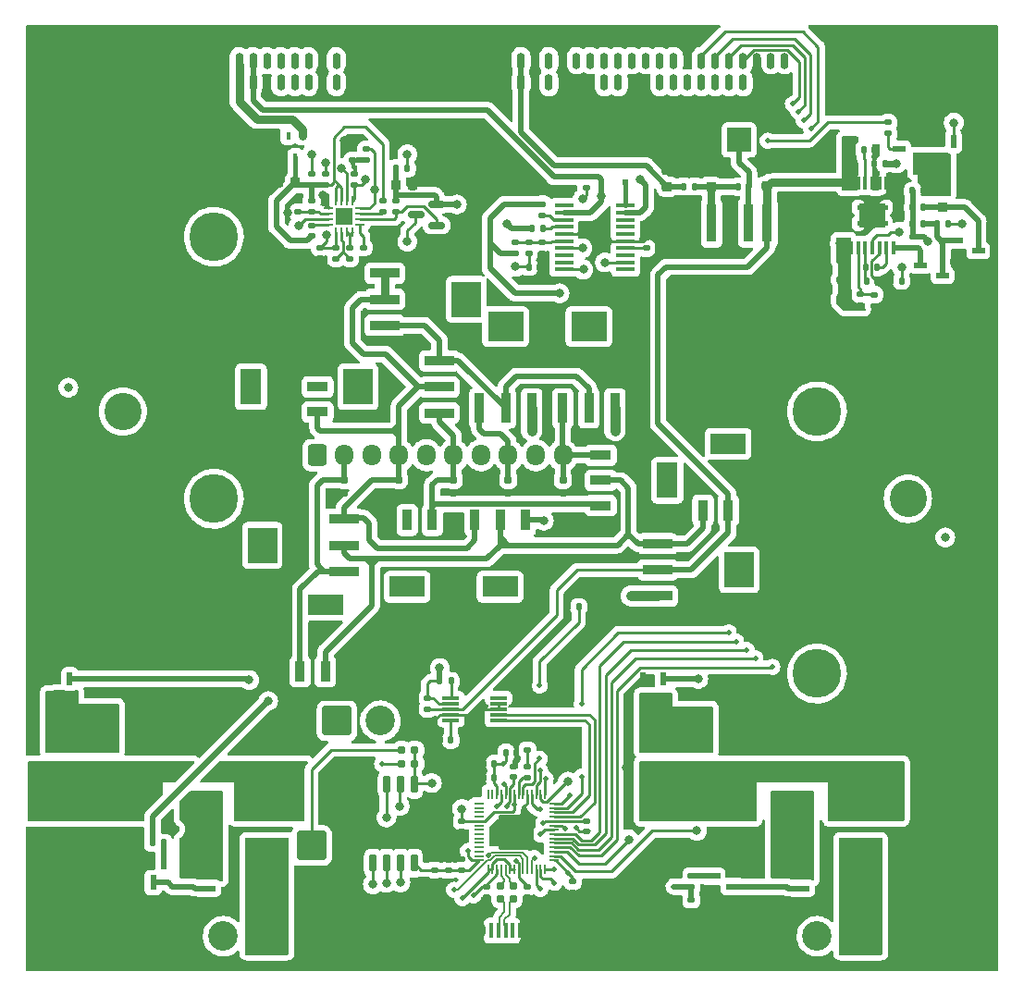
<source format=gbr>
%TF.GenerationSoftware,KiCad,Pcbnew,(6.0.2)*%
%TF.CreationDate,2023-01-13T18:58:56-08:00*%
%TF.ProjectId,ProvesXEPS,50726f76-6573-4584-9550-532e6b696361,rev?*%
%TF.SameCoordinates,Original*%
%TF.FileFunction,Copper,L1,Top*%
%TF.FilePolarity,Positive*%
%FSLAX46Y46*%
G04 Gerber Fmt 4.6, Leading zero omitted, Abs format (unit mm)*
G04 Created by KiCad (PCBNEW (6.0.2)) date 2023-01-13 18:58:56*
%MOMM*%
%LPD*%
G01*
G04 APERTURE LIST*
G04 Aperture macros list*
%AMRoundRect*
0 Rectangle with rounded corners*
0 $1 Rounding radius*
0 $2 $3 $4 $5 $6 $7 $8 $9 X,Y pos of 4 corners*
0 Add a 4 corners polygon primitive as box body*
4,1,4,$2,$3,$4,$5,$6,$7,$8,$9,$2,$3,0*
0 Add four circle primitives for the rounded corners*
1,1,$1+$1,$2,$3*
1,1,$1+$1,$4,$5*
1,1,$1+$1,$6,$7*
1,1,$1+$1,$8,$9*
0 Add four rect primitives between the rounded corners*
20,1,$1+$1,$2,$3,$4,$5,0*
20,1,$1+$1,$4,$5,$6,$7,0*
20,1,$1+$1,$6,$7,$8,$9,0*
20,1,$1+$1,$8,$9,$2,$3,0*%
G04 Aperture macros list end*
%TA.AperFunction,EtchedComponent*%
%ADD10C,0.100000*%
%TD*%
%TA.AperFunction,SMDPad,CuDef*%
%ADD11RoundRect,0.160000X-0.160000X0.197500X-0.160000X-0.197500X0.160000X-0.197500X0.160000X0.197500X0*%
%TD*%
%TA.AperFunction,SMDPad,CuDef*%
%ADD12RoundRect,0.135000X-0.185000X0.135000X-0.185000X-0.135000X0.185000X-0.135000X0.185000X0.135000X0*%
%TD*%
%TA.AperFunction,SMDPad,CuDef*%
%ADD13RoundRect,0.140000X-0.170000X0.140000X-0.170000X-0.140000X0.170000X-0.140000X0.170000X0.140000X0*%
%TD*%
%TA.AperFunction,SMDPad,CuDef*%
%ADD14R,2.692400X0.939800*%
%TD*%
%TA.AperFunction,SMDPad,CuDef*%
%ADD15R,2.692400X3.251200*%
%TD*%
%TA.AperFunction,SMDPad,CuDef*%
%ADD16RoundRect,0.135000X0.185000X-0.135000X0.185000X0.135000X-0.185000X0.135000X-0.185000X-0.135000X0*%
%TD*%
%TA.AperFunction,ComponentPad*%
%ADD17RoundRect,0.250001X-1.099999X1.099999X-1.099999X-1.099999X1.099999X-1.099999X1.099999X1.099999X0*%
%TD*%
%TA.AperFunction,ComponentPad*%
%ADD18C,2.700000*%
%TD*%
%TA.AperFunction,SMDPad,CuDef*%
%ADD19RoundRect,0.160000X-0.197500X-0.160000X0.197500X-0.160000X0.197500X0.160000X-0.197500X0.160000X0*%
%TD*%
%TA.AperFunction,SMDPad,CuDef*%
%ADD20RoundRect,0.135000X0.135000X0.185000X-0.135000X0.185000X-0.135000X-0.185000X0.135000X-0.185000X0*%
%TD*%
%TA.AperFunction,SMDPad,CuDef*%
%ADD21R,0.939800X2.692400*%
%TD*%
%TA.AperFunction,SMDPad,CuDef*%
%ADD22R,3.251200X2.692400*%
%TD*%
%TA.AperFunction,SMDPad,CuDef*%
%ADD23R,0.965200X3.505200*%
%TD*%
%TA.AperFunction,SMDPad,CuDef*%
%ADD24R,10.668000X9.956800*%
%TD*%
%TA.AperFunction,SMDPad,CuDef*%
%ADD25RoundRect,0.140000X0.140000X0.170000X-0.140000X0.170000X-0.140000X-0.170000X0.140000X-0.170000X0*%
%TD*%
%TA.AperFunction,ComponentPad*%
%ADD26O,0.750000X1.500000*%
%TD*%
%TA.AperFunction,SMDPad,CuDef*%
%ADD27RoundRect,0.160000X0.197500X0.160000X-0.197500X0.160000X-0.197500X-0.160000X0.197500X-0.160000X0*%
%TD*%
%TA.AperFunction,ComponentPad*%
%ADD28C,2.006600*%
%TD*%
%TA.AperFunction,SMDPad,CuDef*%
%ADD29RoundRect,0.225000X-0.225000X-0.250000X0.225000X-0.250000X0.225000X0.250000X-0.225000X0.250000X0*%
%TD*%
%TA.AperFunction,SMDPad,CuDef*%
%ADD30R,1.676400X0.355600*%
%TD*%
%TA.AperFunction,SMDPad,CuDef*%
%ADD31RoundRect,0.135000X-0.135000X-0.185000X0.135000X-0.185000X0.135000X0.185000X-0.135000X0.185000X0*%
%TD*%
%TA.AperFunction,SMDPad,CuDef*%
%ADD32RoundRect,0.225000X0.250000X-0.225000X0.250000X0.225000X-0.250000X0.225000X-0.250000X-0.225000X0*%
%TD*%
%TA.AperFunction,SMDPad,CuDef*%
%ADD33RoundRect,0.140000X0.170000X-0.140000X0.170000X0.140000X-0.170000X0.140000X-0.170000X-0.140000X0*%
%TD*%
%TA.AperFunction,SMDPad,CuDef*%
%ADD34R,1.320800X0.558800*%
%TD*%
%TA.AperFunction,ComponentPad*%
%ADD35RoundRect,0.250000X-0.600000X-0.725000X0.600000X-0.725000X0.600000X0.725000X-0.600000X0.725000X0*%
%TD*%
%TA.AperFunction,ComponentPad*%
%ADD36O,1.700000X1.950000*%
%TD*%
%TA.AperFunction,SMDPad,CuDef*%
%ADD37RoundRect,0.160000X0.160000X-0.197500X0.160000X0.197500X-0.160000X0.197500X-0.160000X-0.197500X0*%
%TD*%
%TA.AperFunction,SMDPad,CuDef*%
%ADD38R,1.900000X0.950000*%
%TD*%
%TA.AperFunction,SMDPad,CuDef*%
%ADD39R,1.900000X3.250000*%
%TD*%
%TA.AperFunction,SMDPad,CuDef*%
%ADD40R,0.304800X1.270000*%
%TD*%
%TA.AperFunction,SMDPad,CuDef*%
%ADD41R,2.460000X2.310000*%
%TD*%
%TA.AperFunction,SMDPad,CuDef*%
%ADD42R,0.950000X1.900000*%
%TD*%
%TA.AperFunction,SMDPad,CuDef*%
%ADD43R,3.250000X1.900000*%
%TD*%
%TA.AperFunction,SMDPad,CuDef*%
%ADD44R,1.168400X0.533400*%
%TD*%
%TA.AperFunction,SMDPad,CuDef*%
%ADD45R,1.498600X2.387600*%
%TD*%
%TA.AperFunction,SMDPad,CuDef*%
%ADD46R,1.498600X1.244600*%
%TD*%
%TA.AperFunction,ComponentPad*%
%ADD47R,2.200000X2.200000*%
%TD*%
%TA.AperFunction,ComponentPad*%
%ADD48O,2.200000X2.200000*%
%TD*%
%TA.AperFunction,ComponentPad*%
%ADD49C,5.000000*%
%TD*%
%TA.AperFunction,SMDPad,CuDef*%
%ADD50RoundRect,0.147500X-0.147500X-0.172500X0.147500X-0.172500X0.147500X0.172500X-0.147500X0.172500X0*%
%TD*%
%TA.AperFunction,ComponentPad*%
%ADD51RoundRect,0.250001X-1.099999X-1.099999X1.099999X-1.099999X1.099999X1.099999X-1.099999X1.099999X0*%
%TD*%
%TA.AperFunction,SMDPad,CuDef*%
%ADD52R,0.533400X1.168400*%
%TD*%
%TA.AperFunction,SMDPad,CuDef*%
%ADD53RoundRect,0.225000X0.225000X0.250000X-0.225000X0.250000X-0.225000X-0.250000X0.225000X-0.250000X0*%
%TD*%
%TA.AperFunction,SMDPad,CuDef*%
%ADD54RoundRect,0.140000X-0.140000X-0.170000X0.140000X-0.170000X0.140000X0.170000X-0.140000X0.170000X0*%
%TD*%
%TA.AperFunction,SMDPad,CuDef*%
%ADD55RoundRect,0.150000X0.587500X0.150000X-0.587500X0.150000X-0.587500X-0.150000X0.587500X-0.150000X0*%
%TD*%
%TA.AperFunction,SMDPad,CuDef*%
%ADD56R,0.400000X1.350000*%
%TD*%
%TA.AperFunction,ComponentPad*%
%ADD57C,1.450000*%
%TD*%
%TA.AperFunction,ComponentPad*%
%ADD58O,1.200000X1.900000*%
%TD*%
%TA.AperFunction,SMDPad,CuDef*%
%ADD59R,1.500000X1.900000*%
%TD*%
%TA.AperFunction,SMDPad,CuDef*%
%ADD60R,1.200000X1.900000*%
%TD*%
%TA.AperFunction,SMDPad,CuDef*%
%ADD61RoundRect,0.147500X-0.172500X0.147500X-0.172500X-0.147500X0.172500X-0.147500X0.172500X0.147500X0*%
%TD*%
%TA.AperFunction,SMDPad,CuDef*%
%ADD62RoundRect,0.150000X-0.150000X0.650000X-0.150000X-0.650000X0.150000X-0.650000X0.150000X0.650000X0*%
%TD*%
%TA.AperFunction,SMDPad,CuDef*%
%ADD63R,0.558800X1.320800*%
%TD*%
%TA.AperFunction,SMDPad,CuDef*%
%ADD64R,0.500000X0.500000*%
%TD*%
%TA.AperFunction,SMDPad,CuDef*%
%ADD65R,0.450000X0.700000*%
%TD*%
%TA.AperFunction,SMDPad,CuDef*%
%ADD66R,1.499800X0.558800*%
%TD*%
%TA.AperFunction,SMDPad,CuDef*%
%ADD67R,0.249200X0.804800*%
%TD*%
%TA.AperFunction,SMDPad,CuDef*%
%ADD68R,0.804800X0.249200*%
%TD*%
%TA.AperFunction,SMDPad,CuDef*%
%ADD69R,1.550000X1.550000*%
%TD*%
%TA.AperFunction,SMDPad,CuDef*%
%ADD70R,1.524000X0.330200*%
%TD*%
%TA.AperFunction,SMDPad,CuDef*%
%ADD71RoundRect,0.050000X0.387500X0.050000X-0.387500X0.050000X-0.387500X-0.050000X0.387500X-0.050000X0*%
%TD*%
%TA.AperFunction,SMDPad,CuDef*%
%ADD72RoundRect,0.050000X0.050000X0.387500X-0.050000X0.387500X-0.050000X-0.387500X0.050000X-0.387500X0*%
%TD*%
%TA.AperFunction,ComponentPad*%
%ADD73C,0.600000*%
%TD*%
%TA.AperFunction,SMDPad,CuDef*%
%ADD74RoundRect,0.144000X1.456000X1.456000X-1.456000X1.456000X-1.456000X-1.456000X1.456000X-1.456000X0*%
%TD*%
%TA.AperFunction,ComponentPad*%
%ADD75C,4.466000*%
%TD*%
%TA.AperFunction,ComponentPad*%
%ADD76C,3.406000*%
%TD*%
%TA.AperFunction,ViaPad*%
%ADD77C,0.800000*%
%TD*%
%TA.AperFunction,ViaPad*%
%ADD78C,0.460000*%
%TD*%
%TA.AperFunction,Conductor*%
%ADD79C,0.500000*%
%TD*%
%TA.AperFunction,Conductor*%
%ADD80C,0.250000*%
%TD*%
%TA.AperFunction,Conductor*%
%ADD81C,0.400000*%
%TD*%
%TA.AperFunction,Conductor*%
%ADD82C,0.750000*%
%TD*%
%TA.AperFunction,Conductor*%
%ADD83C,0.700000*%
%TD*%
%TA.AperFunction,Conductor*%
%ADD84C,0.600000*%
%TD*%
%TA.AperFunction,Conductor*%
%ADD85C,0.939800*%
%TD*%
%TA.AperFunction,Conductor*%
%ADD86C,0.762000*%
%TD*%
%TA.AperFunction,Conductor*%
%ADD87C,0.800000*%
%TD*%
%TA.AperFunction,Conductor*%
%ADD88C,0.200000*%
%TD*%
%TA.AperFunction,Conductor*%
%ADD89C,0.150000*%
%TD*%
G04 APERTURE END LIST*
D10*
%TO.C,IC1*%
X184788700Y-84097201D02*
X184888700Y-84097201D01*
X184888700Y-84097201D02*
X184888700Y-84447201D01*
X184888700Y-84447201D02*
X184788700Y-84447201D01*
X184788700Y-84447201D02*
X184788700Y-84097201D01*
G36*
X184888700Y-84447201D02*
G01*
X184788700Y-84447201D01*
X184788700Y-84097201D01*
X184888700Y-84097201D01*
X184888700Y-84447201D01*
G37*
X184888700Y-84447201D02*
X184788700Y-84447201D01*
X184788700Y-84097201D01*
X184888700Y-84097201D01*
X184888700Y-84447201D01*
X182328700Y-84097201D02*
X182228700Y-84097201D01*
X182228700Y-84097201D02*
X182228700Y-84447201D01*
X182228700Y-84447201D02*
X182328700Y-84447201D01*
X182328700Y-84447201D02*
X182328700Y-84097201D01*
G36*
X182328700Y-84447201D02*
G01*
X182228700Y-84447201D01*
X182228700Y-84097201D01*
X182328700Y-84097201D01*
X182328700Y-84447201D01*
G37*
X182328700Y-84447201D02*
X182228700Y-84447201D01*
X182228700Y-84097201D01*
X182328700Y-84097201D01*
X182328700Y-84447201D01*
X184788700Y-82997201D02*
X184888700Y-82997201D01*
X184888700Y-82997201D02*
X184888700Y-82647201D01*
X184888700Y-82647201D02*
X184788700Y-82647201D01*
X184788700Y-82647201D02*
X184788700Y-82997201D01*
G36*
X184888700Y-82997201D02*
G01*
X184788700Y-82997201D01*
X184788700Y-82647201D01*
X184888700Y-82647201D01*
X184888700Y-82997201D01*
G37*
X184888700Y-82997201D02*
X184788700Y-82997201D01*
X184788700Y-82647201D01*
X184888700Y-82647201D01*
X184888700Y-82997201D01*
X182328700Y-82997201D02*
X182228700Y-82997201D01*
X182228700Y-82997201D02*
X182228700Y-82647201D01*
X182228700Y-82647201D02*
X182328700Y-82647201D01*
X182328700Y-82647201D02*
X182328700Y-82997201D01*
G36*
X182328700Y-82997201D02*
G01*
X182228700Y-82997201D01*
X182228700Y-82647201D01*
X182328700Y-82647201D01*
X182328700Y-82997201D01*
G37*
X182328700Y-82997201D02*
X182228700Y-82997201D01*
X182228700Y-82647201D01*
X182328700Y-82647201D01*
X182328700Y-82997201D01*
%TD*%
D11*
%TO.P,R12,1*%
%TO.N,F2*%
X150250000Y-107750001D03*
%TO.P,R12,2*%
%TO.N,GND*%
X150250000Y-108945001D03*
%TD*%
D12*
%TO.P,R25,1*%
%TO.N,Net-(IC2-Pad13)*%
X137000000Y-86490000D03*
%TO.P,R25,2*%
%TO.N,GND*%
X137000000Y-87510000D03*
%TD*%
D11*
%TO.P,R9,1*%
%TO.N,F3*%
X145250000Y-107750001D03*
%TO.P,R9,2*%
%TO.N,GND*%
X145250000Y-108945001D03*
%TD*%
D13*
%TO.P,C7,1*%
%TO.N,Net-(C7-Pad1)*%
X136144000Y-79770000D03*
%TO.P,C7,2*%
%TO.N,Net-(C7-Pad2)*%
X136144000Y-80730000D03*
%TD*%
D14*
%TO.P,Q12,1,G*%
%TO.N,Net-(Q1-Pad2)*%
X163917301Y-113612400D03*
%TO.P,Q12,2,D_1*%
%TO.N,inhibit_out*%
X163917301Y-116000000D03*
%TO.P,Q12,3,S*%
%TO.N,VBatt*%
X163917301Y-118387600D03*
D15*
%TO.P,Q12,4,D_2*%
%TO.N,unconnected-(Q12-Pad4)*%
X171384901Y-116000000D03*
%TD*%
D16*
%TO.P,R43,1*%
%TO.N,/Microcontroller/XOUT*%
X152000000Y-135010000D03*
%TO.P,R43,2*%
%TO.N,Net-(C34-Pad1)*%
X152000000Y-133990000D03*
%TD*%
%TO.P,R5,1*%
%TO.N,Net-(C1-Pad1)*%
X132250000Y-80760000D03*
%TO.P,R5,2*%
%TO.N,Net-(IC2-Pad16)*%
X132250000Y-79740000D03*
%TD*%
D17*
%TO.P,J6,1,Pin_1*%
%TO.N,/Microcontroller/~{USB_BOOT}*%
X132250000Y-141250000D03*
D18*
%TO.P,J6,2,Pin_2*%
%TO.N,GND*%
X132250000Y-145210000D03*
%TD*%
D19*
%TO.P,R42,1*%
%TO.N,+3.3V*%
X140500000Y-133750000D03*
%TO.P,R42,2*%
%TO.N,/Microcontroller/QSPI_SS*%
X141695000Y-133750000D03*
%TD*%
D12*
%TO.P,R16,1*%
%TO.N,Net-(IC1-Pad2)*%
X183750000Y-90800001D03*
%TO.P,R16,2*%
%TO.N,GND*%
X183750000Y-91820001D03*
%TD*%
D20*
%TO.P,R32,1*%
%TO.N,Net-(C10-Pad1)*%
X141010000Y-79250000D03*
%TO.P,R32,2*%
%TO.N,VCHG*%
X139990000Y-79250000D03*
%TD*%
D21*
%TO.P,Q7,1,G*%
%TO.N,F2*%
X147612400Y-101207699D03*
%TO.P,Q7,2,D_1*%
%TO.N,Net-(Q4-Pad3)*%
X150000000Y-101207699D03*
%TO.P,Q7,3,S*%
%TO.N,VBatt*%
X152387600Y-101207699D03*
D22*
%TO.P,Q7,4,D_2*%
%TO.N,unconnected-(Q7-Pad4)*%
X150000000Y-93740099D03*
%TD*%
D12*
%TO.P,R37,1*%
%TO.N,Net-(K2-Pad2)*%
X175000002Y-143989999D03*
%TO.P,R37,2*%
%TO.N,Net-(Q19-Pad3)*%
X175000002Y-145009999D03*
%TD*%
D23*
%TO.P,U3,1,VIN*%
%TO.N,inhibit_out*%
X173949999Y-84250000D03*
%TO.P,U3,2,OUTPUT*%
%TO.N,Net-(D2-Pad1)*%
X172250000Y-84250000D03*
%TO.P,U3,3,GND*%
%TO.N,GND*%
X170549998Y-84250000D03*
%TO.P,U3,4,FEEDBACK*%
%TO.N,Net-(C19-Pad1)*%
X168849999Y-84250000D03*
%TO.P,U3,5,\u002AON/OFF*%
%TO.N,GND*%
X167150000Y-84250000D03*
D24*
%TO.P,U3,6,EPAD*%
X170549998Y-94054400D03*
%TD*%
D25*
%TO.P,C28,1*%
%TO.N,+3.3V*%
X148980000Y-133750000D03*
%TO.P,C28,2*%
%TO.N,GND*%
X148020000Y-133750000D03*
%TD*%
D14*
%TO.P,Q9,1,G*%
%TO.N,F4*%
X138944000Y-88842400D03*
%TO.P,Q9,2,D_1*%
X138944000Y-91230000D03*
%TO.P,Q9,3,S*%
%TO.N,Net-(Q4-Pad3)*%
X138944000Y-93617600D03*
D15*
%TO.P,Q9,4,D_2*%
%TO.N,unconnected-(Q9-Pad4)*%
X146411600Y-91230000D03*
%TD*%
D12*
%TO.P,R22,1*%
%TO.N,VBatt*%
X187250000Y-85540001D03*
%TO.P,R22,2*%
%TO.N,Net-(IC1-Pad7)*%
X187250000Y-86560001D03*
%TD*%
D26*
%TO.P,J8,1,01*%
%TO.N,VSolar*%
X125613854Y-71404591D03*
%TO.P,J8,2,02*%
X125613854Y-69384591D03*
%TO.P,J8,3,03*%
%TO.N,VBatt*%
X126883854Y-71404591D03*
%TO.P,J8,4,04*%
X126883854Y-69384591D03*
%TO.P,J8,5,05*%
%TO.N,GND*%
X128153854Y-71404591D03*
%TO.P,J8,6,06*%
%TO.N,+3.3V*%
X128153854Y-69384591D03*
%TO.P,J8,7,07*%
%TO.N,unconnected-(J8-Pad7)*%
X129423854Y-71404591D03*
%TO.P,J8,8,08*%
%TO.N,unconnected-(J8-Pad8)*%
X129423854Y-69384591D03*
%TO.P,J8,9,09*%
%TO.N,unconnected-(J8-Pad9)*%
X130693854Y-71404591D03*
%TO.P,J8,10,10*%
%TO.N,unconnected-(J8-Pad10)*%
X130693854Y-69384591D03*
%TO.P,J8,11,11*%
%TO.N,unconnected-(J8-Pad11)*%
X131963854Y-71404591D03*
%TO.P,J8,12,12*%
%TO.N,unconnected-(J8-Pad12)*%
X131963854Y-69384591D03*
%TO.P,J8,13,13*%
%TO.N,GND*%
X133233854Y-71404591D03*
%TO.P,J8,14,14*%
X133233854Y-69384591D03*
%TO.P,J8,15,15*%
%TO.N,unconnected-(J8-Pad15)*%
X134503854Y-71404591D03*
%TO.P,J8,16,16*%
%TO.N,unconnected-(J8-Pad16)*%
X134503854Y-69384591D03*
%TD*%
D13*
%TO.P,C29,1*%
%TO.N,+3.3V*%
X156150000Y-144545000D03*
%TO.P,C29,2*%
%TO.N,GND*%
X156150000Y-145505000D03*
%TD*%
D27*
%TO.P,R41,1*%
%TO.N,/Microcontroller/QSPI_SS*%
X141695000Y-132500000D03*
%TO.P,R41,2*%
%TO.N,/Microcontroller/~{USB_BOOT}*%
X140500000Y-132500000D03*
%TD*%
D28*
%TO.P,K2,1,A1_COIL*%
%TO.N,VBatt*%
X166922853Y-137599999D03*
%TO.P,K2,2,11_COM*%
%TO.N,Net-(K2-Pad2)*%
X177082853Y-137599999D03*
%TO.P,K2,3,14_NO*%
%TO.N,VBatt*%
X184702853Y-137599999D03*
%TO.P,K2,4,12_NC*%
%TO.N,GND*%
X184702853Y-129979999D03*
%TO.P,K2,5,A2_COIL*%
%TO.N,Net-(D4-Pad2)*%
X166922853Y-129979999D03*
%TD*%
D16*
%TO.P,R29,1*%
%TO.N,Net-(Q21-Pad3)*%
X185020000Y-76060001D03*
%TO.P,R29,2*%
%TO.N,VBUS_RESET*%
X185020000Y-75040001D03*
%TD*%
%TO.P,R3,1*%
%TO.N,inhibit_out*%
X142876000Y-128750600D03*
%TO.P,R3,2*%
%TO.N,VBatt*%
X142876000Y-127730600D03*
%TD*%
%TO.P,R19,1*%
%TO.N,Net-(IC2-Pad6)*%
X131000000Y-83260000D03*
%TO.P,R19,2*%
%TO.N,GND*%
X131000000Y-82240000D03*
%TD*%
D13*
%TO.P,C21,1*%
%TO.N,+1V1*%
X152000000Y-145020000D03*
%TO.P,C21,2*%
%TO.N,GND*%
X152000000Y-145980000D03*
%TD*%
D12*
%TO.P,R30,1*%
%TO.N,BurnRelay2*%
X111893700Y-125989999D03*
%TO.P,R30,2*%
%TO.N,GND*%
X111893700Y-127009999D03*
%TD*%
D29*
%TO.P,C12,1*%
%TO.N,GND*%
X179500000Y-88550002D03*
%TO.P,C12,2*%
%TO.N,+3.3V*%
X181050000Y-88550002D03*
%TD*%
D30*
%TO.P,U2,1,BAT*%
%TO.N,unconnected-(U2-Pad1)*%
X155338852Y-82650001D03*
%TO.P,U2,2,DSG*%
%TO.N,VBatt*%
X155338852Y-83300002D03*
%TO.P,U2,3,VC1*%
%TO.N,Net-(R7-Pad2)*%
X155338852Y-83950000D03*
%TO.P,U2,4,VC2*%
%TO.N,Net-(R8-Pad2)*%
X155338852Y-84600002D03*
%TO.P,U2,5,VSS*%
%TO.N,GND*%
X155338852Y-85250000D03*
%TO.P,U2,6,SRP*%
%TO.N,Net-(C3-Pad1)*%
X155338852Y-85899999D03*
%TO.P,U2,7,SRN*%
%TO.N,Net-(C4-Pad1)*%
X155338852Y-86550000D03*
%TO.P,U2,8,TS1*%
%TO.N,unconnected-(U2-Pad8)*%
X155338852Y-87199999D03*
%TO.P,U2,9,\u002ACB_EN*%
%TO.N,unconnected-(U2-Pad9)*%
X155338852Y-87850000D03*
%TO.P,U2,10,SMBD*%
%TO.N,SDA_I2C_1*%
X155338852Y-88499999D03*
%TO.P,U2,11,NC*%
%TO.N,unconnected-(U2-Pad11)*%
X160977652Y-88500001D03*
%TO.P,U2,12,SMBC*%
%TO.N,SCL_I2C_1*%
X160977652Y-87850003D03*
%TO.P,U2,13,\u002APRES*%
%TO.N,unconnected-(U2-Pad13)*%
X160977652Y-87200002D03*
%TO.P,U2,14,RBI*%
%TO.N,Net-(C6-Pad1)*%
X160977652Y-86550003D03*
%TO.P,U2,15,VSS*%
%TO.N,GND*%
X160977652Y-85900002D03*
%TO.P,U2,16,REG27*%
%TO.N,unconnected-(U2-Pad16)*%
X160977652Y-85250003D03*
%TO.P,U2,17,FUSE*%
%TO.N,unconnected-(U2-Pad17)*%
X160977652Y-84600002D03*
%TO.P,U2,18,ZVCHG*%
%TO.N,unconnected-(U2-Pad18)*%
X160977652Y-83950003D03*
%TO.P,U2,19,CHG*%
%TO.N,VCHG*%
X160977652Y-83300002D03*
%TO.P,U2,20,PACK*%
%TO.N,Net-(D1-Pad1)*%
X160977652Y-82650003D03*
%TD*%
D31*
%TO.P,R36,1*%
%TO.N,EN_Burn2*%
X117690000Y-140990000D03*
%TO.P,R36,2*%
%TO.N,Net-(Q20-Pad1)*%
X118710000Y-140990000D03*
%TD*%
D32*
%TO.P,C19,1*%
%TO.N,Net-(C19-Pad1)*%
X168799998Y-80927000D03*
%TO.P,C19,2*%
%TO.N,GND*%
X168799998Y-79377000D03*
%TD*%
D33*
%TO.P,C34,1*%
%TO.N,Net-(C34-Pad1)*%
X152000000Y-132480000D03*
%TO.P,C34,2*%
%TO.N,GND*%
X152000000Y-131520000D03*
%TD*%
D25*
%TO.P,C9,1*%
%TO.N,Net-(C9-Pad1)*%
X144986000Y-131560600D03*
%TO.P,C9,2*%
%TO.N,GND*%
X144026000Y-131560600D03*
%TD*%
D32*
%TO.P,C20,1*%
%TO.N,inhibit_out*%
X173949999Y-80891000D03*
%TO.P,C20,2*%
%TO.N,GND*%
X173949999Y-79341000D03*
%TD*%
D34*
%TO.P,Q19,1*%
%TO.N,Net-(Q19-Pad1)*%
X168976703Y-144047499D03*
%TO.P,Q19,2*%
%TO.N,GND*%
X168976703Y-145952499D03*
%TO.P,Q19,3*%
%TO.N,Net-(Q19-Pad3)*%
X170856303Y-144999999D03*
%TD*%
D13*
%TO.P,C23,1*%
%TO.N,+1V1*%
X148250000Y-145020000D03*
%TO.P,C23,2*%
%TO.N,GND*%
X148250000Y-145980000D03*
%TD*%
D35*
%TO.P,J1,1,Pin_1*%
%TO.N,VBatt*%
X132750001Y-105500000D03*
D36*
%TO.P,J1,2,Pin_2*%
%TO.N,RBF*%
X135250001Y-105500000D03*
%TO.P,J1,3,Pin_3*%
%TO.N,VBatt*%
X137750001Y-105500000D03*
%TO.P,J1,4,Pin_4*%
%TO.N,F4*%
X140250001Y-105500000D03*
%TO.P,J1,5,Pin_5*%
%TO.N,VBatt*%
X142750001Y-105500000D03*
%TO.P,J1,6,Pin_6*%
%TO.N,F3*%
X145250001Y-105500000D03*
%TO.P,J1,7,Pin_7*%
%TO.N,VBatt*%
X147750001Y-105500000D03*
%TO.P,J1,8,Pin_8*%
%TO.N,F2*%
X150250001Y-105500000D03*
%TO.P,J1,9,Pin_9*%
%TO.N,VBatt*%
X152750001Y-105500000D03*
%TO.P,J1,10,Pin_10*%
%TO.N,F1*%
X155250001Y-105500000D03*
%TD*%
D33*
%TO.P,C31,1*%
%TO.N,+3.3V*%
X144750000Y-143500000D03*
%TO.P,C31,2*%
%TO.N,GND*%
X144750000Y-142540000D03*
%TD*%
D12*
%TO.P,R31,1*%
%TO.N,BurnRelay1*%
X166250002Y-125989998D03*
%TO.P,R31,2*%
%TO.N,GND*%
X166250002Y-127009998D03*
%TD*%
D37*
%TO.P,R39,1*%
%TO.N,/Microcontroller/USB_D+*%
X150750000Y-146097500D03*
%TO.P,R39,2*%
%TO.N,I_D+*%
X150750000Y-144902500D03*
%TD*%
D12*
%TO.P,R38,1*%
%TO.N,Net-(K1-Pad2)*%
X120643700Y-143990000D03*
%TO.P,R38,2*%
%TO.N,Net-(Q20-Pad3)*%
X120643700Y-145010000D03*
%TD*%
D16*
%TO.P,R13,1*%
%TO.N,Net-(C7-Pad1)*%
X137250000Y-78510000D03*
%TO.P,R13,2*%
%TO.N,Net-(IC2-Pad16)*%
X137250000Y-77490000D03*
%TD*%
D21*
%TO.P,Q5,1,G*%
%TO.N,F1*%
X155240001Y-101210001D03*
%TO.P,Q5,2,D_1*%
%TO.N,Net-(Q4-Pad3)*%
X157627601Y-101210001D03*
%TO.P,Q5,3,S*%
%TO.N,VBatt*%
X160015201Y-101210001D03*
D22*
%TO.P,Q5,4,D_2*%
%TO.N,unconnected-(Q5-Pad4)*%
X157627601Y-93742401D03*
%TD*%
D11*
%TO.P,R14,1*%
%TO.N,F4*%
X140250000Y-107750001D03*
%TO.P,R14,2*%
%TO.N,GND*%
X140250000Y-108945001D03*
%TD*%
D38*
%TO.P,Q2,1,GATE*%
%TO.N,F1*%
X158710000Y-105509999D03*
%TO.P,Q2,2,DRAIN_1*%
%TO.N,Net-(Q1-Pad2)*%
X158710000Y-107809999D03*
%TO.P,Q2,3,SOURCE*%
%TO.N,F3*%
X158710000Y-110109999D03*
D39*
%TO.P,Q2,4,DRAIN_2*%
%TO.N,unconnected-(Q2-Pad4)*%
X164810000Y-107809999D03*
%TD*%
D20*
%TO.P,R18,1*%
%TO.N,Net-(IC1-Pad6)*%
X184009999Y-88300001D03*
%TO.P,R18,2*%
%TO.N,Net-(C16-Pad1)*%
X182989999Y-88300001D03*
%TD*%
D14*
%TO.P,Q1,1,G*%
%TO.N,RBF*%
X135207700Y-116137599D03*
%TO.P,Q1,2,D_1*%
%TO.N,Net-(Q1-Pad2)*%
X135207700Y-113749999D03*
%TO.P,Q1,3,S*%
%TO.N,F4*%
X135207700Y-111362399D03*
D15*
%TO.P,Q1,4,D_2*%
%TO.N,unconnected-(Q1-Pad4)*%
X127740100Y-113749999D03*
%TD*%
D29*
%TO.P,C26,1*%
%TO.N,VCHG*%
X139975000Y-80750000D03*
%TO.P,C26,2*%
%TO.N,GND*%
X141525000Y-80750000D03*
%TD*%
D40*
%TO.P,IC1,1,VO*%
%TO.N,+3.3V*%
X181608666Y-86519001D03*
%TO.P,IC1,2,VFB*%
%TO.N,Net-(IC1-Pad2)*%
X182258677Y-86519001D03*
%TO.P,IC1,3,VREG5*%
%TO.N,Net-(C16-Pad1)*%
X182908689Y-86519001D03*
%TO.P,IC1,4,SS*%
%TO.N,Net-(C15-Pad1)*%
X183558700Y-86519001D03*
%TO.P,IC1,5,GND*%
%TO.N,GND*%
X184208711Y-86519001D03*
%TO.P,IC1,6,PG*%
%TO.N,Net-(IC1-Pad6)*%
X184858723Y-86519001D03*
%TO.P,IC1,7,EN*%
%TO.N,Net-(IC1-Pad7)*%
X185508734Y-86519001D03*
%TO.P,IC1,8,PGND1*%
%TO.N,GND*%
X185508734Y-80575401D03*
%TO.P,IC1,9,PGND2*%
X184858723Y-80575401D03*
%TO.P,IC1,10,SW1*%
%TO.N,Net-(C14-Pad1)*%
X184208711Y-80575401D03*
%TO.P,IC1,11,SW2*%
X183558700Y-80575401D03*
%TO.P,IC1,12,VBST*%
%TO.N,Net-(C14-Pad2)*%
X182908689Y-80575401D03*
%TO.P,IC1,13,VIN*%
%TO.N,inhibit_out*%
X182258677Y-80575401D03*
%TO.P,IC1,14,VCC*%
X181608666Y-80575401D03*
D41*
%TO.P,IC1,15,EPAD*%
%TO.N,GND*%
X183558700Y-83547201D03*
%TD*%
D42*
%TO.P,Q3,1,GATE*%
%TO.N,F3*%
X143300001Y-111450001D03*
%TO.P,Q3,2,DRAIN_1*%
%TO.N,unconnected-(Q3-Pad2)*%
X141000001Y-111450001D03*
%TO.P,Q3,3,SOURCE*%
%TO.N,GND*%
X138700001Y-111450001D03*
D43*
%TO.P,Q3,4,DRAIN_2*%
%TO.N,unconnected-(Q3-Pad4)*%
X141000001Y-117550001D03*
%TD*%
D44*
%TO.P,Q13,1,C*%
%TO.N,Net-(IC1-Pad7)*%
X187984000Y-88100000D03*
%TO.P,Q13,2,E*%
%TO.N,GND*%
X187984000Y-90000002D03*
%TO.P,Q13,3,B*%
%TO.N,Net-(Q13-Pad3)*%
X190016000Y-89050001D03*
%TD*%
D45*
%TO.P,D3,1*%
%TO.N,VBatt*%
X109143700Y-134930900D03*
D46*
%TO.P,D3,2*%
%TO.N,Net-(D3-Pad2)*%
X109143700Y-132069100D03*
%TD*%
D25*
%TO.P,C15,1*%
%TO.N,Net-(C15-Pad1)*%
X186250000Y-89550001D03*
%TO.P,C15,2*%
%TO.N,GND*%
X185290000Y-89550001D03*
%TD*%
D47*
%TO.P,D2,1,K*%
%TO.N,Net-(D2-Pad1)*%
X171379998Y-76652000D03*
D48*
%TO.P,D2,2,A*%
%TO.N,GND*%
X161219998Y-76652000D03*
%TD*%
D49*
%TO.P,,1*%
%TO.N,GND*%
X113078853Y-143424591D03*
%TD*%
D13*
%TO.P,C3,1*%
%TO.N,Net-(C3-Pad1)*%
X153382852Y-86039001D03*
%TO.P,C3,2*%
%TO.N,GND*%
X153382852Y-86999001D03*
%TD*%
D50*
%TO.P,L2,1,1*%
%TO.N,Net-(C14-Pad1)*%
X183765000Y-78800001D03*
%TO.P,L2,2,2*%
%TO.N,+3.3V*%
X184735000Y-78800001D03*
%TD*%
D25*
%TO.P,C27,1*%
%TO.N,+3.3V*%
X148980000Y-135000000D03*
%TO.P,C27,2*%
%TO.N,GND*%
X148020000Y-135000000D03*
%TD*%
D51*
%TO.P,J2,1,Pin_1*%
%TO.N,GND*%
X174540002Y-149549999D03*
D18*
%TO.P,J2,2,Pin_2*%
%TO.N,unconnected-(J2-Pad2)*%
X178500002Y-149549999D03*
%TO.P,J2,3,Pin_3*%
%TO.N,Net-(J2-Pad3)*%
X182460002Y-149549999D03*
%TD*%
D33*
%TO.P,C5,1*%
%TO.N,Net-(C4-Pad1)*%
X152132852Y-86999001D03*
%TO.P,C5,2*%
%TO.N,Net-(C3-Pad1)*%
X152132852Y-86039001D03*
%TD*%
D31*
%TO.P,R23,1*%
%TO.N,VBatt*%
X187239999Y-84300001D03*
%TO.P,R23,2*%
%TO.N,Net-(Q13-Pad3)*%
X188259999Y-84300001D03*
%TD*%
D52*
%TO.P,Q18,1*%
%TO.N,BurnRelay1*%
X164450003Y-125984000D03*
%TO.P,Q18,2*%
%TO.N,GND*%
X162550001Y-125984000D03*
%TO.P,Q18,3*%
%TO.N,Net-(D4-Pad2)*%
X163500002Y-128016000D03*
%TD*%
D16*
%TO.P,R28,1*%
%TO.N,Net-(IC2-Pad10)*%
X134500000Y-87510000D03*
%TO.P,R28,2*%
%TO.N,Net-(C10-Pad1)*%
X134500000Y-86490000D03*
%TD*%
D26*
%TO.P,J7,1,01*%
%TO.N,+5V*%
X151413852Y-71404590D03*
%TO.P,J7,2,02*%
X151413852Y-69384590D03*
%TO.P,J7,3,03*%
%TO.N,GND*%
X152683852Y-71404590D03*
%TO.P,J7,4,04*%
X152683852Y-69384590D03*
%TO.P,J7,5,05*%
%TO.N,+3.3V*%
X153953852Y-71404590D03*
%TO.P,J7,6,06*%
X153953852Y-69384590D03*
%TO.P,J7,7,07*%
%TO.N,GND*%
X155223852Y-71404590D03*
%TO.P,J7,8,08*%
X155223852Y-69384590D03*
%TO.P,J7,9,09*%
X156493852Y-71404590D03*
%TO.P,J7,10,10*%
%TO.N,unconnected-(J7-Pad10)*%
X156493852Y-69384590D03*
%TO.P,J7,11,11*%
%TO.N,GND*%
X157763852Y-71404590D03*
%TO.P,J7,12,12*%
%TO.N,unconnected-(J7-Pad12)*%
X157763852Y-69384590D03*
%TO.P,J7,13,13*%
%TO.N,unconnected-(J7-Pad13)*%
X159033852Y-71404590D03*
%TO.P,J7,14,14*%
%TO.N,unconnected-(J7-Pad14)*%
X159033852Y-69384590D03*
%TO.P,J7,15,15*%
%TO.N,unconnected-(J7-Pad15)*%
X160303852Y-71404590D03*
%TO.P,J7,16,16*%
%TO.N,unconnected-(J7-Pad16)*%
X160303852Y-69384590D03*
%TO.P,J7,17,17*%
%TO.N,GND*%
X161573852Y-71404590D03*
%TO.P,J7,18,18*%
%TO.N,GPIO5*%
X161573852Y-69384590D03*
%TO.P,J7,19,19*%
%TO.N,GND*%
X162843852Y-71404590D03*
%TO.P,J7,20,20*%
%TO.N,unconnected-(J7-Pad20)*%
X162843852Y-69384590D03*
%TO.P,J7,21,21*%
%TO.N,unconnected-(J7-Pad21)*%
X164113852Y-71404590D03*
%TO.P,J7,22,22*%
%TO.N,unconnected-(J7-Pad22)*%
X164113852Y-69384590D03*
%TO.P,J7,23,23*%
%TO.N,unconnected-(J7-Pad23)*%
X165383852Y-71404590D03*
%TO.P,J7,24,24*%
%TO.N,unconnected-(J7-Pad24)*%
X165383852Y-69384590D03*
%TO.P,J7,25,25*%
%TO.N,unconnected-(J7-Pad25)*%
X166653852Y-71404590D03*
%TO.P,J7,26,26*%
%TO.N,GND*%
X166653852Y-69384590D03*
%TO.P,J7,27,27*%
%TO.N,unconnected-(J7-Pad27)*%
X167923852Y-71404590D03*
%TO.P,J7,28,28*%
%TO.N,SPIO_SCK*%
X167923852Y-69384590D03*
%TO.P,J7,29,29*%
%TO.N,unconnected-(J7-Pad29)*%
X169193852Y-71404590D03*
%TO.P,J7,30,30*%
%TO.N,SPIO_MOSI*%
X169193852Y-69384590D03*
%TO.P,J7,31,31*%
%TO.N,unconnected-(J7-Pad31)*%
X170463852Y-71404590D03*
%TO.P,J7,32,32*%
%TO.N,SPIO_MISO*%
X170463852Y-69384590D03*
%TO.P,J7,33,33*%
%TO.N,unconnected-(J7-Pad33)*%
X171733852Y-71404590D03*
%TO.P,J7,34,34*%
%TO.N,SPIO_CS*%
X171733852Y-69384590D03*
%TO.P,J7,35,35*%
%TO.N,GND*%
X173003852Y-71404590D03*
%TO.P,J7,36,36*%
X173003852Y-69384590D03*
%TO.P,J7,37,37*%
X174273852Y-71404590D03*
%TO.P,J7,38,38*%
%TO.N,UART0_RX*%
X174273852Y-69384590D03*
%TO.P,J7,39,39*%
%TO.N,GND*%
X175543852Y-71404590D03*
%TO.P,J7,40,40*%
%TO.N,UART0_TX*%
X175543852Y-69384590D03*
%TD*%
D12*
%TO.P,R20,1*%
%TO.N,Net-(C1-Pad1)*%
X138750000Y-82240000D03*
%TO.P,R20,2*%
%TO.N,Net-(IC2-Pad15)*%
X138750000Y-83260000D03*
%TD*%
D16*
%TO.P,R15,1*%
%TO.N,+3.3V*%
X182500000Y-91810001D03*
%TO.P,R15,2*%
%TO.N,Net-(IC1-Pad2)*%
X182500000Y-90790001D03*
%TD*%
D53*
%TO.P,C1,1*%
%TO.N,Net-(C1-Pad1)*%
X130775000Y-80500000D03*
%TO.P,C1,2*%
%TO.N,GND*%
X129225000Y-80500000D03*
%TD*%
D20*
%TO.P,R2,1*%
%TO.N,VBatt_SENSE*%
X145004200Y-126172600D03*
%TO.P,R2,2*%
%TO.N,VBatt*%
X143984200Y-126172600D03*
%TD*%
D13*
%TO.P,C32,1*%
%TO.N,+3.3V*%
X146000000Y-139020000D03*
%TO.P,C32,2*%
%TO.N,GND*%
X146000000Y-139980000D03*
%TD*%
D54*
%TO.P,C4,1*%
%TO.N,Net-(C4-Pad1)*%
X152152852Y-88269001D03*
%TO.P,C4,2*%
%TO.N,GND*%
X153112852Y-88269001D03*
%TD*%
D49*
%TO.P,,1*%
%TO.N,GND*%
X188078854Y-69624589D03*
%TD*%
D55*
%TO.P,Q14,1,G*%
%TO.N,Net-(IC2-Pad14)*%
X143687500Y-84450000D03*
%TO.P,Q14,2,S*%
%TO.N,VCHG*%
X143687500Y-82550000D03*
%TO.P,Q14,3,D*%
%TO.N,Net-(C10-Pad1)*%
X141812500Y-83500000D03*
%TD*%
D31*
%TO.P,R27,1*%
%TO.N,VBatt*%
X187240000Y-81300000D03*
%TO.P,R27,2*%
%TO.N,Net-(C17-Pad2)*%
X188260000Y-81300000D03*
%TD*%
D56*
%TO.P,J5,1,VBUS*%
%TO.N,unconnected-(J5-Pad1)*%
X148700000Y-149037500D03*
%TO.P,J5,2,D-*%
%TO.N,/Microcontroller/USB_D-*%
X149350000Y-149037500D03*
%TO.P,J5,3,D+*%
%TO.N,/Microcontroller/USB_D+*%
X150000000Y-149037500D03*
%TO.P,J5,4,ID*%
%TO.N,unconnected-(J5-Pad4)*%
X150650000Y-149037500D03*
%TO.P,J5,5,GND*%
%TO.N,GND*%
X151300000Y-149037500D03*
D57*
%TO.P,J5,6,Shield*%
X147500000Y-149037500D03*
D58*
X146500000Y-151737500D03*
X153500000Y-151737500D03*
D59*
X149000000Y-151737500D03*
D60*
X147100000Y-151737500D03*
D57*
X152500000Y-149037500D03*
D59*
X151000000Y-151737500D03*
D60*
X152900000Y-151737500D03*
%TD*%
D54*
%TO.P,C16,1*%
%TO.N,Net-(C16-Pad1)*%
X183020000Y-89550001D03*
%TO.P,C16,2*%
%TO.N,GND*%
X183980000Y-89550001D03*
%TD*%
D33*
%TO.P,C35,1*%
%TO.N,+3.3V*%
X143500000Y-143480000D03*
%TO.P,C35,2*%
%TO.N,GND*%
X143500000Y-142520000D03*
%TD*%
D12*
%TO.P,R4,1*%
%TO.N,VBatt*%
X157382852Y-80009001D03*
%TO.P,R4,2*%
%TO.N,Net-(C4-Pad1)*%
X157382852Y-81029001D03*
%TD*%
D50*
%TO.P,L3,1,1*%
%TO.N,+5V*%
X166314998Y-80902000D03*
%TO.P,L3,2,2*%
%TO.N,Net-(C19-Pad1)*%
X167284998Y-80902000D03*
%TD*%
D32*
%TO.P,C17,1*%
%TO.N,Net-(C17-Pad1)*%
X190000000Y-82825002D03*
%TO.P,C17,2*%
%TO.N,Net-(C17-Pad2)*%
X190000000Y-81275002D03*
%TD*%
D31*
%TO.P,R34,1*%
%TO.N,EN_Burn2*%
X117680000Y-139760000D03*
%TO.P,R34,2*%
%TO.N,GND*%
X118700000Y-139760000D03*
%TD*%
D52*
%TO.P,Q17,1*%
%TO.N,BurnRelay2*%
X110093701Y-125984000D03*
%TO.P,Q17,2*%
%TO.N,GND*%
X108193699Y-125984000D03*
%TO.P,Q17,3*%
%TO.N,Net-(D3-Pad2)*%
X109143700Y-128016000D03*
%TD*%
D61*
%TO.P,L1,1,1*%
%TO.N,Net-(IC2-Pad8)*%
X132250000Y-84464500D03*
%TO.P,L1,2,2*%
%TO.N,Net-(C1-Pad1)*%
X132250000Y-85434500D03*
%TD*%
D45*
%TO.P,D4,1*%
%TO.N,VBatt*%
X163500002Y-134930899D03*
D46*
%TO.P,D4,2*%
%TO.N,Net-(D4-Pad2)*%
X163500002Y-132069099D03*
%TD*%
D51*
%TO.P,J4,1,Pin_1*%
%TO.N,/Microcontroller/SWD*%
X134575000Y-129825000D03*
D18*
%TO.P,J4,2,Pin_2*%
%TO.N,/Microcontroller/SWCLK*%
X138535000Y-129825000D03*
%TD*%
D13*
%TO.P,C10,1*%
%TO.N,Net-(C10-Pad1)*%
X133000000Y-86520000D03*
%TO.P,C10,2*%
%TO.N,GND*%
X133000000Y-87480000D03*
%TD*%
D12*
%TO.P,R17,1*%
%TO.N,Net-(C1-Pad1)*%
X132250000Y-82240000D03*
%TO.P,R17,2*%
%TO.N,Net-(IC2-Pad6)*%
X132250000Y-83260000D03*
%TD*%
D13*
%TO.P,C2,1*%
%TO.N,Net-(C2-Pad1)*%
X133500000Y-79770000D03*
%TO.P,C2,2*%
%TO.N,Net-(C1-Pad1)*%
X133500000Y-80730000D03*
%TD*%
D49*
%TO.P,,1*%
%TO.N,GND*%
X113078853Y-69624591D03*
%TD*%
D62*
%TO.P,U5,1,~{CS}*%
%TO.N,/Microcontroller/QSPI_SS*%
X141655000Y-135650000D03*
%TO.P,U5,2,DO(IO1)*%
%TO.N,/Microcontroller/QSPI_SD1*%
X140385000Y-135650000D03*
%TO.P,U5,3,IO2*%
%TO.N,/Microcontroller/QSPI_SD2*%
X139115000Y-135650000D03*
%TO.P,U5,4,GND*%
%TO.N,GND*%
X137845000Y-135650000D03*
%TO.P,U5,5,DI(IO0)*%
%TO.N,/Microcontroller/QSPI_SD0*%
X137845000Y-142850000D03*
%TO.P,U5,6,CLK*%
%TO.N,/Microcontroller/QSPI_SCLK*%
X139115000Y-142850000D03*
%TO.P,U5,7,IO3*%
%TO.N,/Microcontroller/QSPI_SD3*%
X140385000Y-142850000D03*
%TO.P,U5,8,VCC*%
%TO.N,+3.3V*%
X141655000Y-142850000D03*
%TD*%
D42*
%TO.P,Q11,1,GATE*%
%TO.N,Net-(Q1-Pad2)*%
X168075001Y-110550000D03*
%TO.P,Q11,2,DRAIN_1*%
%TO.N,inhibit_out*%
X170375001Y-110550000D03*
%TO.P,Q11,3,SOURCE*%
%TO.N,GND*%
X172675001Y-110550000D03*
D43*
%TO.P,Q11,4,DRAIN_2*%
%TO.N,unconnected-(Q11-Pad4)*%
X170375001Y-104450000D03*
%TD*%
D63*
%TO.P,Q20,1*%
%TO.N,Net-(Q20-Pad1)*%
X118702500Y-142746700D03*
%TO.P,Q20,2*%
%TO.N,GND*%
X116797500Y-142746700D03*
%TO.P,Q20,3*%
%TO.N,Net-(Q20-Pad3)*%
X117750000Y-144626300D03*
%TD*%
D53*
%TO.P,C11,1*%
%TO.N,inhibit_out*%
X181250000Y-78550000D03*
%TO.P,C11,2*%
%TO.N,GND*%
X179700000Y-78550000D03*
%TD*%
D64*
%TO.P,D1,1,K*%
%TO.N,Net-(D1-Pad1)*%
X160982852Y-80519001D03*
%TO.P,D1,2,A*%
%TO.N,VBatt*%
X158782852Y-80519001D03*
%TD*%
D31*
%TO.P,R24,1*%
%TO.N,Net-(Q13-Pad3)*%
X189490000Y-84300002D03*
%TO.P,R24,2*%
%TO.N,Net-(Q16-Pad3)*%
X190510000Y-84300002D03*
%TD*%
D42*
%TO.P,Q10,1,GATE*%
%TO.N,RBF*%
X131200000Y-125300000D03*
%TO.P,Q10,2,DRAIN_1*%
%TO.N,Net-(Q1-Pad2)*%
X133500000Y-125300000D03*
%TO.P,Q10,3,SOURCE*%
%TO.N,GND*%
X135800000Y-125300000D03*
D43*
%TO.P,Q10,4,DRAIN_2*%
%TO.N,unconnected-(Q10-Pad4)*%
X133500000Y-119200000D03*
%TD*%
D50*
%TO.P,L4,1,1*%
%TO.N,Net-(C19-Pad1)*%
X171274998Y-80936000D03*
%TO.P,L4,2,2*%
%TO.N,Net-(D2-Pad1)*%
X172244998Y-80936000D03*
%TD*%
D65*
%TO.P,D5,1,A*%
%TO.N,VSolar*%
X131400000Y-76250000D03*
%TO.P,D5,2,NC*%
%TO.N,unconnected-(D5-Pad2)*%
X130100000Y-76250000D03*
%TO.P,D5,3,K*%
%TO.N,Net-(C1-Pad1)*%
X130750000Y-78250000D03*
%TD*%
D16*
%TO.P,R1,1*%
%TO.N,batt2+*%
X150882852Y-87029001D03*
%TO.P,R1,2*%
%TO.N,Net-(C3-Pad1)*%
X150882852Y-86009001D03*
%TD*%
D31*
%TO.P,R8,1*%
%TO.N,batt1+*%
X152372851Y-84769001D03*
%TO.P,R8,2*%
%TO.N,Net-(R8-Pad2)*%
X153392851Y-84769001D03*
%TD*%
D66*
%TO.P,Q22,1*%
%TO.N,Net-(K1-Pad2)*%
X122687999Y-141345001D03*
%TO.P,Q22,2*%
X122687999Y-142615001D03*
%TO.P,Q22,3*%
X122687999Y-143885001D03*
%TO.P,Q22,4*%
%TO.N,Net-(Q20-Pad3)*%
X122687999Y-145155001D03*
%TO.P,Q22,5*%
%TO.N,Net-(J3-Pad3)*%
X128099403Y-145155001D03*
%TO.P,Q22,6*%
X128099403Y-143885001D03*
%TO.P,Q22,7*%
X128099403Y-142615001D03*
%TO.P,Q22,8*%
X128099403Y-141345001D03*
%TD*%
D32*
%TO.P,C18,1*%
%TO.N,+5V*%
X164799998Y-80927000D03*
%TO.P,C18,2*%
%TO.N,GND*%
X164799998Y-79377000D03*
%TD*%
D11*
%TO.P,R10,1*%
%TO.N,F1*%
X155250000Y-107750001D03*
%TO.P,R10,2*%
%TO.N,GND*%
X155250000Y-108945001D03*
%TD*%
D67*
%TO.P,IC2,1,INTVCC*%
%TO.N,Net-(C7-Pad2)*%
X136000001Y-82168999D03*
%TO.P,IC2,2,BOOST*%
%TO.N,Net-(C2-Pad1)*%
X135500000Y-82168999D03*
%TO.P,IC2,3,IN*%
%TO.N,Net-(C1-Pad1)*%
X135000000Y-82168999D03*
%TO.P,IC2,4,SW*%
X134499999Y-82168999D03*
D68*
%TO.P,IC2,5,GND*%
%TO.N,GND*%
X133797600Y-82871398D03*
%TO.P,IC2,6,MPPT*%
%TO.N,Net-(IC2-Pad6)*%
X133797600Y-83371399D03*
%TO.P,IC2,7,FREQ*%
%TO.N,Net-(C7-Pad2)*%
X133797600Y-83871399D03*
%TO.P,IC2,8,CHGSNS*%
%TO.N,Net-(IC2-Pad8)*%
X133797600Y-84371400D03*
D67*
%TO.P,IC2,9,BAT*%
%TO.N,Net-(C10-Pad1)*%
X134499999Y-85073799D03*
%TO.P,IC2,10,FB*%
%TO.N,Net-(IC2-Pad10)*%
X135000000Y-85073799D03*
%TO.P,IC2,11,FBG*%
%TO.N,Net-(IC2-Pad11)*%
X135500000Y-85073799D03*
%TO.P,IC2,12,NTC*%
X136000001Y-85073799D03*
D68*
%TO.P,IC2,13,PROG*%
%TO.N,Net-(IC2-Pad13)*%
X136702400Y-84371400D03*
%TO.P,IC2,14,~{CHRG}*%
%TO.N,Net-(IC2-Pad14)*%
X136702400Y-83871399D03*
%TO.P,IC2,15,~{FAULT}*%
%TO.N,Net-(IC2-Pad15)*%
X136702400Y-83371399D03*
%TO.P,IC2,16,RUN*%
%TO.N,Net-(IC2-Pad16)*%
X136702400Y-82871398D03*
D69*
%TO.P,IC2,17,TAB*%
%TO.N,unconnected-(IC2-Pad17)*%
X135250000Y-83621399D03*
%TD*%
D44*
%TO.P,Q21,1,C*%
%TO.N,Net-(C17-Pad2)*%
X188036000Y-78385002D03*
%TO.P,Q21,2,E*%
%TO.N,GND*%
X188036000Y-76485000D03*
%TO.P,Q21,3,B*%
%TO.N,Net-(Q21-Pad3)*%
X186004000Y-77435001D03*
%TD*%
D25*
%TO.P,C14,1*%
%TO.N,Net-(C14-Pad1)*%
X183750000Y-77550001D03*
%TO.P,C14,2*%
%TO.N,Net-(C14-Pad2)*%
X182790000Y-77550001D03*
%TD*%
D54*
%TO.P,C30,1*%
%TO.N,+3.3V*%
X150040000Y-132750000D03*
%TO.P,C30,2*%
%TO.N,GND*%
X151000000Y-132750000D03*
%TD*%
D12*
%TO.P,R33,1*%
%TO.N,EN_Burn1*%
X167000002Y-146239999D03*
%TO.P,R33,2*%
%TO.N,GND*%
X167000002Y-147259999D03*
%TD*%
D70*
%TO.P,U1,1,VCC*%
%TO.N,VBatt_SENSE*%
X145000000Y-127749999D03*
%TO.P,U1,2,SENSE*%
%TO.N,VBatt*%
X145000000Y-128250001D03*
%TO.P,U1,3,ON*%
%TO.N,inhibit_out*%
X145000000Y-128750000D03*
%TO.P,U1,4,GND*%
%TO.N,GND*%
X145000000Y-129249999D03*
%TO.P,U1,5,TIMER*%
%TO.N,Net-(C9-Pad1)*%
X145000000Y-129750001D03*
%TO.P,U1,6,SCL*%
%TO.N,SCL_I2C_0*%
X149343400Y-129750001D03*
%TO.P,U1,7,SDA*%
%TO.N,SDA_I2C_0*%
X149343400Y-129249999D03*
%TO.P,U1,8,A0*%
%TO.N,GND*%
X149343400Y-128750000D03*
%TO.P,U1,9,A1*%
X149343400Y-128250001D03*
%TO.P,U1,10,GATE*%
%TO.N,unconnected-(U1-Pad10)*%
X149343400Y-127749999D03*
%TD*%
D13*
%TO.P,C24,1*%
%TO.N,+3.3V*%
X157400000Y-138995000D03*
%TO.P,C24,2*%
%TO.N,GND*%
X157400000Y-139955000D03*
%TD*%
D20*
%TO.P,R26,1*%
%TO.N,Net-(C17-Pad1)*%
X188259999Y-82800001D03*
%TO.P,R26,2*%
%TO.N,VBatt*%
X187239999Y-82800001D03*
%TD*%
D53*
%TO.P,C13,1*%
%TO.N,inhibit_out*%
X181250000Y-76800001D03*
%TO.P,C13,2*%
%TO.N,GND*%
X179700000Y-76800001D03*
%TD*%
D44*
%TO.P,Q15,1,C*%
%TO.N,Net-(Q13-Pad3)*%
X191234000Y-85850000D03*
%TO.P,Q15,2,E*%
%TO.N,GND*%
X191234000Y-87750002D03*
%TO.P,Q15,3,B*%
%TO.N,Net-(C17-Pad1)*%
X193266000Y-86800001D03*
%TD*%
D66*
%TO.P,Q23,1*%
%TO.N,Net-(K2-Pad2)*%
X177044301Y-141345000D03*
%TO.P,Q23,2*%
X177044301Y-142615000D03*
%TO.P,Q23,3*%
X177044301Y-143885000D03*
%TO.P,Q23,4*%
%TO.N,Net-(Q19-Pad3)*%
X177044301Y-145155000D03*
%TO.P,Q23,5*%
%TO.N,Net-(J2-Pad3)*%
X182455705Y-145155000D03*
%TO.P,Q23,6*%
X182455705Y-143885000D03*
%TO.P,Q23,7*%
X182455705Y-142615000D03*
%TO.P,Q23,8*%
X182455705Y-141345000D03*
%TD*%
D51*
%TO.P,J3,1,Pin_1*%
%TO.N,GND*%
X120183700Y-149550000D03*
D18*
%TO.P,J3,2,Pin_2*%
%TO.N,unconnected-(J3-Pad2)*%
X124143700Y-149550000D03*
%TO.P,J3,3,Pin_3*%
%TO.N,Net-(J3-Pad3)*%
X128103700Y-149550000D03*
%TD*%
D33*
%TO.P,C6,1*%
%TO.N,Net-(C6-Pad1)*%
X162882502Y-86552501D03*
%TO.P,C6,2*%
%TO.N,GND*%
X162882502Y-85592501D03*
%TD*%
D52*
%TO.P,Q16,1,C*%
%TO.N,Net-(C17-Pad2)*%
X190049999Y-78816001D03*
%TO.P,Q16,2,E*%
%TO.N,GND*%
X191950001Y-78816001D03*
%TO.P,Q16,3,B*%
%TO.N,Net-(Q16-Pad3)*%
X191000000Y-76784001D03*
%TD*%
D28*
%TO.P,K1,1,A1_COIL*%
%TO.N,VBatt*%
X112566550Y-137599999D03*
%TO.P,K1,2,11_COM*%
%TO.N,Net-(K1-Pad2)*%
X122726550Y-137599999D03*
%TO.P,K1,3,14_NO*%
%TO.N,VBatt*%
X130346550Y-137599999D03*
%TO.P,K1,4,12_NC*%
%TO.N,GND*%
X130346550Y-129979999D03*
%TO.P,K1,5,A2_COIL*%
%TO.N,Net-(D3-Pad2)*%
X112566550Y-129979999D03*
%TD*%
D33*
%TO.P,C22,1*%
%TO.N,+1V1*%
X150750000Y-134980000D03*
%TO.P,C22,2*%
%TO.N,GND*%
X150750000Y-134020000D03*
%TD*%
D38*
%TO.P,Q6,1,GATE*%
%TO.N,F4*%
X132800000Y-101550000D03*
%TO.P,Q6,2,DRAIN_1*%
%TO.N,unconnected-(Q6-Pad2)*%
X132800000Y-99250000D03*
%TO.P,Q6,3,SOURCE*%
%TO.N,GND*%
X132800000Y-96950000D03*
D39*
%TO.P,Q6,4,DRAIN_2*%
%TO.N,unconnected-(Q6-Pad4)*%
X126700000Y-99250000D03*
%TD*%
D12*
%TO.P,R7,1*%
%TO.N,batt2+*%
X153382852Y-82509001D03*
%TO.P,R7,2*%
%TO.N,Net-(R7-Pad2)*%
X153382852Y-83529001D03*
%TD*%
%TO.P,R11,1*%
%TO.N,GND*%
X136000000Y-77490000D03*
%TO.P,R11,2*%
%TO.N,Net-(C7-Pad1)*%
X136000000Y-78510000D03*
%TD*%
D37*
%TO.P,R40,1*%
%TO.N,/Microcontroller/USB_D-*%
X149500000Y-146097500D03*
%TO.P,R40,2*%
%TO.N,I_D-*%
X149500000Y-144902500D03*
%TD*%
D11*
%TO.P,R6,1*%
%TO.N,RBF*%
X135250000Y-107750001D03*
%TO.P,R6,2*%
%TO.N,GND*%
X135250000Y-108945001D03*
%TD*%
D14*
%TO.P,Q4,1,G*%
%TO.N,F3*%
X143957700Y-101637601D03*
%TO.P,Q4,2,D_1*%
%TO.N,F4*%
X143957700Y-99250001D03*
%TO.P,Q4,3,S*%
%TO.N,Net-(Q4-Pad3)*%
X143957700Y-96862401D03*
D15*
%TO.P,Q4,4,D_2*%
%TO.N,unconnected-(Q4-Pad4)*%
X136490100Y-99250001D03*
%TD*%
D42*
%TO.P,Q8,1,GATE*%
%TO.N,F2*%
X151800000Y-111450000D03*
%TO.P,Q8,2,DRAIN_1*%
%TO.N,Net-(Q1-Pad2)*%
X149500000Y-111450000D03*
%TO.P,Q8,3,SOURCE*%
%TO.N,F4*%
X147200000Y-111450000D03*
D43*
%TO.P,Q8,4,DRAIN_2*%
%TO.N,unconnected-(Q8-Pad4)*%
X149500000Y-117550000D03*
%TD*%
D12*
%TO.P,R21,1*%
%TO.N,Net-(IC2-Pad11)*%
X135750000Y-86490000D03*
%TO.P,R21,2*%
%TO.N,Net-(IC2-Pad10)*%
X135750000Y-87510000D03*
%TD*%
D33*
%TO.P,C25,1*%
%TO.N,+3.3V*%
X146000000Y-143480000D03*
%TO.P,C25,2*%
%TO.N,GND*%
X146000000Y-142520000D03*
%TD*%
D16*
%TO.P,R35,1*%
%TO.N,EN_Burn1*%
X167000003Y-145010000D03*
%TO.P,R35,2*%
%TO.N,Net-(Q19-Pad1)*%
X167000003Y-143990000D03*
%TD*%
D29*
%TO.P,C8,1*%
%TO.N,GND*%
X179475000Y-90300001D03*
%TO.P,C8,2*%
%TO.N,+3.3V*%
X181025000Y-90300001D03*
%TD*%
D49*
%TO.P,,1*%
%TO.N,GND*%
X188078854Y-143424591D03*
%TD*%
D12*
%TO.P,R44,1*%
%TO.N,VCHG*%
X140000000Y-82240000D03*
%TO.P,R44,2*%
%TO.N,Net-(IC2-Pad14)*%
X140000000Y-83260000D03*
%TD*%
D71*
%TO.P,U4,1,IOVDD*%
%TO.N,+3.3V*%
X154437500Y-142600000D03*
%TO.P,U4,2,GPIO0*%
%TO.N,UART0_TX*%
X154437500Y-142200000D03*
%TO.P,U4,3,GPIO1*%
%TO.N,UART0_RX*%
X154437500Y-141800000D03*
%TO.P,U4,4,GPIO2*%
%TO.N,SPIO_SCK*%
X154437500Y-141400000D03*
%TO.P,U4,5,GPIO3*%
%TO.N,SPIO_MOSI*%
X154437500Y-141000000D03*
%TO.P,U4,6,GPIO4*%
%TO.N,SPIO_MISO*%
X154437500Y-140600000D03*
%TO.P,U4,7,GPIO5*%
%TO.N,SPIO_CS*%
X154437500Y-140200000D03*
%TO.P,U4,8,GPIO6*%
%TO.N,SDA_I2C_1*%
X154437500Y-139800000D03*
%TO.P,U4,9,GPIO7*%
%TO.N,SCL_I2C_1*%
X154437500Y-139400000D03*
%TO.P,U4,10,IOVDD*%
%TO.N,+3.3V*%
X154437500Y-139000000D03*
%TO.P,U4,11,GPIO8*%
%TO.N,SDA_I2C_0*%
X154437500Y-138600000D03*
%TO.P,U4,12,GPIO9*%
%TO.N,SCL_I2C_0*%
X154437500Y-138200000D03*
%TO.P,U4,13,GPIO10*%
%TO.N,VBUS_RESET*%
X154437500Y-137800000D03*
%TO.P,U4,14,GPIO11*%
%TO.N,EN_Burn1*%
X154437500Y-137400000D03*
D72*
%TO.P,U4,15,GPIO12*%
%TO.N,EN_Burn2*%
X153600000Y-136562500D03*
%TO.P,U4,16,GPIO13*%
%TO.N,BurnRelay1*%
X153200000Y-136562500D03*
%TO.P,U4,17,GPIO14*%
%TO.N,BurnRelay2*%
X152800000Y-136562500D03*
%TO.P,U4,18,GPIO15*%
%TO.N,GPIO5*%
X152400000Y-136562500D03*
%TO.P,U4,19,TESTEN*%
%TO.N,GND*%
X152000000Y-136562500D03*
%TO.P,U4,20,XIN*%
%TO.N,/Microcontroller/XIN*%
X151600000Y-136562500D03*
%TO.P,U4,21,XOUT*%
%TO.N,/Microcontroller/XOUT*%
X151200000Y-136562500D03*
%TO.P,U4,22,IOVDD*%
%TO.N,+3.3V*%
X150800000Y-136562500D03*
%TO.P,U4,23,DVDD*%
%TO.N,+1V1*%
X150400000Y-136562500D03*
%TO.P,U4,24,SWCLK*%
%TO.N,/Microcontroller/SWCLK*%
X150000000Y-136562500D03*
%TO.P,U4,25,SWD*%
%TO.N,/Microcontroller/SWD*%
X149600000Y-136562500D03*
%TO.P,U4,26,RUN*%
%TO.N,+3.3V*%
X149200000Y-136562500D03*
%TO.P,U4,27,GPIO16*%
%TO.N,unconnected-(U4-Pad27)*%
X148800000Y-136562500D03*
%TO.P,U4,28,GPIO17*%
%TO.N,unconnected-(U4-Pad28)*%
X148400000Y-136562500D03*
D71*
%TO.P,U4,29,GPIO18*%
%TO.N,unconnected-(U4-Pad29)*%
X147562500Y-137400000D03*
%TO.P,U4,30,GPIO19*%
%TO.N,unconnected-(U4-Pad30)*%
X147562500Y-137800000D03*
%TO.P,U4,31,GPIO20*%
%TO.N,unconnected-(U4-Pad31)*%
X147562500Y-138200000D03*
%TO.P,U4,32,GPIO21*%
%TO.N,unconnected-(U4-Pad32)*%
X147562500Y-138600000D03*
%TO.P,U4,33,IOVDD*%
%TO.N,+3.3V*%
X147562500Y-139000000D03*
%TO.P,U4,34,GPIO22*%
%TO.N,unconnected-(U4-Pad34)*%
X147562500Y-139400000D03*
%TO.P,U4,35,GPIO23*%
%TO.N,unconnected-(U4-Pad35)*%
X147562500Y-139800000D03*
%TO.P,U4,36,GPIO24*%
%TO.N,unconnected-(U4-Pad36)*%
X147562500Y-140200000D03*
%TO.P,U4,37,GPIO25*%
%TO.N,unconnected-(U4-Pad37)*%
X147562500Y-140600000D03*
%TO.P,U4,38,GPIO26_ADC0*%
%TO.N,unconnected-(U4-Pad38)*%
X147562500Y-141000000D03*
%TO.P,U4,39,GPIO27_ADC1*%
%TO.N,unconnected-(U4-Pad39)*%
X147562500Y-141400000D03*
%TO.P,U4,40,GPIO28_ADC2*%
%TO.N,unconnected-(U4-Pad40)*%
X147562500Y-141800000D03*
%TO.P,U4,41,GPIO29_ADC3*%
%TO.N,unconnected-(U4-Pad41)*%
X147562500Y-142200000D03*
%TO.P,U4,42,IOVDD*%
%TO.N,+3.3V*%
X147562500Y-142600000D03*
D72*
%TO.P,U4,43,ADC_AVDD*%
X148400000Y-143437500D03*
%TO.P,U4,44,VREG_IN*%
X148800000Y-143437500D03*
%TO.P,U4,45,VREG_VOUT*%
%TO.N,+1V1*%
X149200000Y-143437500D03*
%TO.P,U4,46,USB_DM*%
%TO.N,I_D-*%
X149600000Y-143437500D03*
%TO.P,U4,47,USB_DP*%
%TO.N,I_D+*%
X150000000Y-143437500D03*
%TO.P,U4,48,USB_VDD*%
%TO.N,+3.3V*%
X150400000Y-143437500D03*
%TO.P,U4,49,IOVDD*%
X150800000Y-143437500D03*
%TO.P,U4,50,DVDD*%
%TO.N,+1V1*%
X151200000Y-143437500D03*
%TO.P,U4,51,QSPI_SD3*%
%TO.N,/Microcontroller/QSPI_SD3*%
X151600000Y-143437500D03*
%TO.P,U4,52,QSPI_SCLK*%
%TO.N,/Microcontroller/QSPI_SCLK*%
X152000000Y-143437500D03*
%TO.P,U4,53,QSPI_SD0*%
%TO.N,/Microcontroller/QSPI_SD0*%
X152400000Y-143437500D03*
%TO.P,U4,54,QSPI_SD2*%
%TO.N,/Microcontroller/QSPI_SD2*%
X152800000Y-143437500D03*
%TO.P,U4,55,QSPI_SD1*%
%TO.N,/Microcontroller/QSPI_SD1*%
X153200000Y-143437500D03*
%TO.P,U4,56,QSPI_SS*%
%TO.N,/Microcontroller/QSPI_SS*%
X153600000Y-143437500D03*
D73*
%TO.P,U4,57,GND*%
%TO.N,GND*%
X152275000Y-141275000D03*
X149725000Y-140000000D03*
X152275000Y-138725000D03*
X151000000Y-140000000D03*
X151000000Y-141275000D03*
X152275000Y-140000000D03*
X151000000Y-138725000D03*
X149725000Y-141275000D03*
X149725000Y-138725000D03*
D74*
X151000000Y-140000000D03*
%TD*%
D25*
%TO.P,C33,1*%
%TO.N,/Microcontroller/XIN*%
X156705000Y-119400000D03*
%TO.P,C33,2*%
%TO.N,GND*%
X155745000Y-119400000D03*
%TD*%
D75*
%TO.P,U14,P$1*%
%TO.N,N/C*%
X123300000Y-109500000D03*
%TO.P,U14,P$2*%
X178500000Y-125500000D03*
D76*
%TO.P,U14,P$3*%
X186830000Y-109500000D03*
%TD*%
D75*
%TO.P,U11,P$1*%
%TO.N,N/C*%
X178500000Y-101500000D03*
%TO.P,U11,P$2*%
X123300000Y-85500000D03*
D76*
%TO.P,U11,P$3*%
X114970000Y-101500000D03*
%TD*%
D77*
%TO.N,Net-(C2-Pad1)*%
X133500000Y-78699500D03*
X135000000Y-79199500D03*
%TO.N,Net-(C4-Pad1)*%
X150922502Y-88252501D03*
X157032502Y-86552501D03*
X157042502Y-82062501D03*
%TO.N,Net-(C7-Pad2)*%
X131070000Y-84509500D03*
X137160000Y-80229500D03*
%TO.N,Net-(C15-Pad1)*%
X186270000Y-88300001D03*
X186019999Y-85050001D03*
D78*
%TO.N,+1V1*%
X150114000Y-137668000D03*
X151003000Y-142621000D03*
X147066000Y-145796000D03*
%TO.N,+3.3V*%
X149800000Y-133750000D03*
D77*
X185770000Y-78800001D03*
X146000000Y-137900000D03*
D78*
X146050000Y-146050000D03*
X146558000Y-141732000D03*
X150800000Y-137490000D03*
X155725000Y-143725000D03*
D77*
X180594000Y-86106000D03*
D78*
X153447876Y-139223876D03*
X138700000Y-133750000D03*
D77*
%TO.N,VCHG*%
X145542000Y-82550000D03*
X162306000Y-80264000D03*
D78*
%TO.N,/Microcontroller/XIN*%
X153125000Y-126600000D03*
X153125000Y-133300000D03*
D77*
%TO.N,VBatt*%
X161500000Y-118387600D03*
X188650000Y-85922948D03*
X160015201Y-103250000D03*
X158782852Y-81755148D03*
X143984200Y-125000000D03*
X152387600Y-103250000D03*
%TO.N,Net-(IC2-Pad16)*%
X132250000Y-77949500D03*
X138000000Y-81199500D03*
%TO.N,F2*%
X153500000Y-111499999D03*
D78*
%TO.N,/Microcontroller/SWD*%
X149200000Y-137675000D03*
%TO.N,/Microcontroller/SWCLK*%
X149860000Y-135636000D03*
%TO.N,GPIO5*%
X153162000Y-137922000D03*
%TO.N,SPIO_SCK*%
X174420000Y-124880000D03*
X177950000Y-75600000D03*
%TO.N,SPIO_MOSI*%
X177300000Y-74850000D03*
X172870000Y-124090000D03*
%TO.N,SPIO_MISO*%
X172070000Y-123340000D03*
X176800000Y-74050000D03*
%TO.N,SPIO_CS*%
X176300000Y-73350000D03*
X171100000Y-122570000D03*
D77*
%TO.N,UART0_RX*%
X161270000Y-140670000D03*
%TO.N,UART0_TX*%
X167520000Y-139900000D03*
%TO.N,Net-(Q16-Pad3)*%
X191019999Y-75050001D03*
X191770000Y-84300002D03*
D78*
%TO.N,BurnRelay2*%
X153162000Y-134366000D03*
D77*
X126530000Y-126080000D03*
%TO.N,BurnRelay1*%
X167640000Y-125984000D03*
X155702000Y-135382000D03*
%TO.N,batt2+*%
X190246000Y-113030000D03*
X154940000Y-90678000D03*
D78*
%TO.N,VBUS_RESET*%
X173990000Y-76708000D03*
X170420000Y-121720000D03*
X156972000Y-128270000D03*
X156970000Y-134920000D03*
%TO.N,EN_Burn1*%
X165400000Y-145000000D03*
X155850000Y-136650000D03*
%TO.N,EN_Burn2*%
X153670000Y-135128000D03*
D77*
X128270000Y-128016000D03*
%TO.N,/Microcontroller/QSPI_SS*%
X143250000Y-135525000D03*
D78*
X154475000Y-143425000D03*
D77*
%TO.N,batt1+*%
X109982000Y-99314000D03*
X150114000Y-84328000D03*
%TO.N,SCL_I2C_1*%
X159100000Y-87850000D03*
D78*
X155448000Y-139700000D03*
D77*
%TO.N,SDA_I2C_1*%
X157110000Y-88510000D03*
D78*
X153162000Y-140208000D03*
%TO.N,/Microcontroller/QSPI_SD3*%
X145288000Y-145288000D03*
D77*
X140375000Y-144625000D03*
%TO.N,/Microcontroller/QSPI_SCLK*%
X139075000Y-144650000D03*
D78*
X148463000Y-142113000D03*
%TO.N,/Microcontroller/QSPI_SD0*%
X152625000Y-142375000D03*
D77*
X137850000Y-144800000D03*
%TO.N,/Microcontroller/QSPI_SD2*%
X139100000Y-138675000D03*
D78*
X153200000Y-145225000D03*
%TO.N,/Microcontroller/QSPI_SD1*%
X154475000Y-144650000D03*
D77*
X140300000Y-137625000D03*
%TO.N,GND*%
X116078000Y-132080000D03*
X161036000Y-134112000D03*
X133250000Y-81699500D03*
X130048000Y-83312000D03*
D78*
X146850000Y-129250000D03*
X156450000Y-139650000D03*
D77*
X135250000Y-76699500D03*
X138430000Y-109474000D03*
X119750000Y-139740000D03*
X134112000Y-109220000D03*
%TO.N,Net-(C10-Pad1)*%
X141000000Y-77949500D03*
X141000000Y-85949500D03*
X133604000Y-85344000D03*
%TD*%
D79*
%TO.N,Net-(C1-Pad1)*%
X131035001Y-80760000D02*
X130775001Y-80500000D01*
X130302000Y-85852000D02*
X129032000Y-84582000D01*
D80*
X130750000Y-80475000D02*
X130775001Y-80500000D01*
X135000000Y-81000000D02*
X134750000Y-80750000D01*
D79*
X129032000Y-82243000D02*
X130775000Y-80500000D01*
X132250000Y-80760000D02*
X133470000Y-80760000D01*
D80*
X138750000Y-77000000D02*
X137199500Y-75449499D01*
X135000000Y-82169000D02*
X135000000Y-81000000D01*
X134499999Y-81000001D02*
X134750000Y-80750000D01*
D79*
X132250000Y-80760000D02*
X131035001Y-80760000D01*
X132250000Y-80760000D02*
X132250000Y-82240000D01*
D81*
X130750000Y-78250000D02*
X130750000Y-80475000D01*
D80*
X134280000Y-80519500D02*
X134069500Y-80730000D01*
D79*
X131832500Y-85852000D02*
X130302000Y-85852000D01*
D80*
X134280000Y-76419500D02*
X134280000Y-80280000D01*
X134499999Y-82169000D02*
X134499999Y-81000001D01*
D79*
X133470000Y-80760000D02*
X133500000Y-80730000D01*
D80*
X134280000Y-80280000D02*
X134280000Y-80519500D01*
X134280000Y-80280000D02*
X134750000Y-80750000D01*
X135250000Y-75449499D02*
X134280000Y-76419500D01*
X134069500Y-80730000D02*
X133500000Y-80730000D01*
D79*
X132250000Y-85434500D02*
X131832500Y-85852000D01*
D80*
X138750000Y-82240000D02*
X138750000Y-77000000D01*
D79*
X129032000Y-84582000D02*
X129032000Y-82243000D01*
D80*
X137199500Y-75449499D02*
X135250000Y-75449499D01*
%TO.N,Net-(C2-Pad1)*%
X135465000Y-82133999D02*
X135500000Y-82168999D01*
X135000000Y-79199500D02*
X135465000Y-79664500D01*
X133500000Y-79770000D02*
X133500000Y-78699500D01*
X135465000Y-79664500D02*
X135465000Y-82133999D01*
%TO.N,Net-(C3-Pad1)*%
X154255004Y-85899999D02*
X154122502Y-86032501D01*
X155338852Y-85899999D02*
X154255004Y-85899999D01*
X154122502Y-86032501D02*
X150906352Y-86032501D01*
X150906352Y-86032501D02*
X150882852Y-86009001D01*
%TO.N,Net-(C4-Pad1)*%
X157382852Y-81722151D02*
X157042502Y-82062501D01*
X152132852Y-88249001D02*
X152152851Y-88269001D01*
X150922502Y-88252501D02*
X152136352Y-88252501D01*
X152136352Y-88252501D02*
X152152851Y-88269001D01*
X157382852Y-81029001D02*
X157382852Y-81722151D01*
X155338852Y-86550000D02*
X157030001Y-86550001D01*
X157030001Y-86550001D02*
X157032502Y-86552501D01*
X152132852Y-86999001D02*
X152132852Y-88249001D01*
%TO.N,Net-(C6-Pad1)*%
X162882502Y-86552501D02*
X160980150Y-86552501D01*
X160980150Y-86552501D02*
X160977652Y-86550003D01*
%TO.N,Net-(C7-Pad2)*%
X131708100Y-83871400D02*
X131070000Y-84509500D01*
X136144000Y-82025000D02*
X136000001Y-82168999D01*
X137069999Y-80499500D02*
X136839500Y-80730001D01*
X136839500Y-80730001D02*
X136000000Y-80730000D01*
X136144000Y-80730000D02*
X136144000Y-82025000D01*
X133797600Y-83871400D02*
X131708100Y-83871400D01*
X137070000Y-80229500D02*
X137069999Y-80499500D01*
%TO.N,Net-(C9-Pad1)*%
X144986000Y-131560600D02*
X144986000Y-129764001D01*
X144986000Y-129764001D02*
X144999999Y-129750001D01*
%TO.N,inhibit_out*%
X146078000Y-128750000D02*
X154686000Y-120142000D01*
D79*
X170375001Y-112624999D02*
X170375001Y-110550000D01*
D80*
X154686000Y-117856000D02*
X156542000Y-116000000D01*
D79*
X163966002Y-102616000D02*
X163966002Y-89017998D01*
X173949999Y-84250000D02*
X173949999Y-86480001D01*
D80*
X145000000Y-128750000D02*
X146078000Y-128750000D01*
D79*
X163966002Y-89017998D02*
X164719000Y-88265000D01*
D82*
X174322999Y-80518000D02*
X180848000Y-80518000D01*
D80*
X154686000Y-120142000D02*
X154686000Y-117856000D01*
D79*
X172165000Y-88265000D02*
X164719000Y-88265000D01*
D80*
X144999399Y-128750600D02*
X145000000Y-128750000D01*
D79*
X170375001Y-109024999D02*
X163966002Y-102616000D01*
X170375001Y-110550000D02*
X170375001Y-109024999D01*
X173949999Y-86480001D02*
X172165000Y-88265000D01*
X163917301Y-116000000D02*
X167000000Y-116000000D01*
D82*
X173949999Y-80891000D02*
X174322999Y-80518000D01*
D80*
X181250000Y-76800001D02*
X181250000Y-78550000D01*
X156542000Y-116000000D02*
X163917301Y-116000000D01*
X142876000Y-128750600D02*
X144999399Y-128750600D01*
D79*
X167000000Y-116000000D02*
X170375001Y-112624999D01*
D82*
X173949999Y-84250000D02*
X173949999Y-80891000D01*
D80*
%TO.N,Net-(C14-Pad2)*%
X182770000Y-78300001D02*
X182770000Y-77550001D01*
X182908689Y-80575401D02*
X182908689Y-78438690D01*
X182908689Y-78438690D02*
X182770000Y-78300001D01*
%TO.N,Net-(C15-Pad1)*%
X183991289Y-85300001D02*
X183558700Y-85732590D01*
X185020000Y-85300001D02*
X183991289Y-85300001D01*
X183558700Y-85732590D02*
X183558700Y-86519001D01*
X186250000Y-88320001D02*
X186270000Y-88300001D01*
X185270000Y-85050001D02*
X185020000Y-85300001D01*
X186019999Y-85050001D02*
X185270000Y-85050001D01*
X186250000Y-89550001D02*
X186250000Y-88320001D01*
%TO.N,Net-(C16-Pad1)*%
X182908690Y-88218690D02*
X182989999Y-88300001D01*
X182908689Y-86519001D02*
X182908690Y-88218690D01*
X182989999Y-88300001D02*
X182900000Y-88390001D01*
X182900000Y-89430001D02*
X183020000Y-89550001D01*
X182900000Y-88390001D02*
X182900000Y-89430001D01*
%TO.N,Net-(C17-Pad1)*%
X189975000Y-82800001D02*
X190000000Y-82825001D01*
D79*
X190000000Y-82825001D02*
X192025000Y-82825001D01*
X192025000Y-82825001D02*
X193266001Y-84066001D01*
X188259999Y-82800001D02*
X189975000Y-82800001D01*
X193266001Y-84066001D02*
X193266000Y-86800001D01*
%TO.N,+5V*%
X151413852Y-71029590D02*
X151413852Y-75975852D01*
X154432000Y-78994000D02*
X162866998Y-78994000D01*
D80*
X164824998Y-80902000D02*
X164799998Y-80927000D01*
D79*
X166314998Y-80902000D02*
X164824998Y-80902000D01*
X162866998Y-78994000D02*
X164799998Y-80927000D01*
X151413852Y-69759590D02*
X151413852Y-71029590D01*
X151413852Y-75975852D02*
X154432000Y-78994000D01*
%TO.N,Net-(C19-Pad1)*%
X168799998Y-80927000D02*
X167309997Y-80927000D01*
D80*
X167309997Y-80927000D02*
X167284998Y-80902000D01*
X168808998Y-80936000D02*
X168799998Y-80927000D01*
D83*
X168849999Y-80977001D02*
X168849998Y-84250000D01*
D80*
X168799998Y-80927000D02*
X168849999Y-80977001D01*
D79*
X171274998Y-80936000D02*
X168808998Y-80936000D01*
D80*
%TO.N,+1V1*%
X151200000Y-143437500D02*
X151200000Y-142818000D01*
X150400000Y-136562500D02*
X150400000Y-137218248D01*
X150114000Y-137504248D02*
X150114000Y-137668000D01*
X150400000Y-137218248D02*
X150114000Y-137504248D01*
X150750000Y-135625000D02*
X150400000Y-135975000D01*
X148250000Y-145020000D02*
X147842000Y-145020000D01*
X152000000Y-144975000D02*
X151200000Y-144175000D01*
X150400000Y-135975000D02*
X150400000Y-136562500D01*
X147842000Y-145020000D02*
X147066000Y-145796000D01*
X150750000Y-134980000D02*
X150750000Y-135625000D01*
X151200000Y-142818000D02*
X151003000Y-142621000D01*
X151200000Y-144175000D02*
X151200000Y-143437500D01*
X149200000Y-143437500D02*
X149200000Y-143875000D01*
X149200000Y-143875000D02*
X148250000Y-144825000D01*
X148250000Y-144825000D02*
X148250000Y-145020000D01*
X152000000Y-145020000D02*
X152000000Y-144975000D01*
%TO.N,+3.3V*%
X150800000Y-137490000D02*
X150800000Y-136562500D01*
X150400000Y-143000000D02*
X150400000Y-143437500D01*
X150040000Y-132750000D02*
X150040000Y-133510000D01*
D84*
X184735000Y-78800001D02*
X185520000Y-78800001D01*
D80*
X148400000Y-143437500D02*
X148400000Y-143700000D01*
X154600000Y-142600000D02*
X155725000Y-143725000D01*
X148100000Y-139050000D02*
X148975001Y-138174999D01*
X148980000Y-135555000D02*
X149200000Y-135775000D01*
X148800000Y-142872264D02*
X149178264Y-142494000D01*
X147562500Y-142600000D02*
X147150233Y-142600000D01*
X149200000Y-135775000D02*
X149200000Y-136562500D01*
X154437500Y-142600000D02*
X154600000Y-142600000D01*
X146000000Y-139020000D02*
X147542500Y-139020000D01*
X146000000Y-139020000D02*
X146000000Y-137900000D01*
X150400000Y-143437500D02*
X150800000Y-143437500D01*
X157395000Y-139000000D02*
X154437500Y-139000000D01*
X143500000Y-143480000D02*
X142285000Y-143480000D01*
X148400000Y-143700000D02*
X146050000Y-146050000D01*
X148980000Y-133750000D02*
X148980000Y-135000000D01*
X142285000Y-143480000D02*
X141655000Y-142850000D01*
X146682500Y-143480000D02*
X143500000Y-143480000D01*
X149800000Y-133750000D02*
X148980000Y-133750000D01*
X148800000Y-143437500D02*
X148400000Y-143437500D01*
X149894000Y-142494000D02*
X150400000Y-143000000D01*
X140500000Y-133750000D02*
X138700000Y-133750000D01*
X150622000Y-138175000D02*
X150800000Y-137997000D01*
X148800000Y-143437500D02*
X148800000Y-142872264D01*
X146918000Y-142600000D02*
X146558000Y-142240000D01*
X149178264Y-142494000D02*
X149894000Y-142494000D01*
X150040000Y-133510000D02*
X149800000Y-133750000D01*
X153671752Y-139000000D02*
X153447876Y-139223876D01*
X155725000Y-143725000D02*
X156150000Y-144150000D01*
X157400000Y-138995000D02*
X157395000Y-139000000D01*
X146558000Y-142240000D02*
X146558000Y-141732000D01*
X147612500Y-139050000D02*
X148100000Y-139050000D01*
X150800000Y-137997000D02*
X150800000Y-137490000D01*
X148980000Y-135000000D02*
X148980000Y-135555000D01*
X154437500Y-139000000D02*
X153671752Y-139000000D01*
X147562500Y-142600000D02*
X146682500Y-143480000D01*
X148975001Y-138174999D02*
X150622000Y-138175000D01*
X147562500Y-142600000D02*
X146918000Y-142600000D01*
X156150000Y-144150000D02*
X156150000Y-144545000D01*
D79*
%TO.N,VCHG*%
X162306000Y-80264000D02*
X162814000Y-80772000D01*
X162315852Y-83300002D02*
X160977652Y-83300002D01*
X143500000Y-81699500D02*
X143687500Y-81887000D01*
X140000000Y-81699500D02*
X143500000Y-81699500D01*
D80*
X140000000Y-80775000D02*
X139975000Y-80750000D01*
D79*
X140000000Y-82240000D02*
X140000000Y-81699500D01*
X143687500Y-81887000D02*
X143687500Y-82550000D01*
X162814000Y-82801854D02*
X162315852Y-83300002D01*
X162814000Y-80772000D02*
X162814000Y-82801854D01*
X140000000Y-81699500D02*
X140000000Y-80775000D01*
D80*
X139990000Y-80735000D02*
X139975000Y-80750000D01*
D79*
X143687500Y-82550000D02*
X145542000Y-82550000D01*
X139990000Y-79250000D02*
X139990000Y-80735000D01*
D80*
%TO.N,/Microcontroller/XIN*%
X156705000Y-120795000D02*
X156705000Y-119400000D01*
X151600000Y-135900000D02*
X151850000Y-135650000D01*
X152654000Y-133771000D02*
X153125000Y-133300000D01*
X152654000Y-135382000D02*
X152654000Y-133771000D01*
X153125000Y-124375000D02*
X156705000Y-120795000D01*
X153125000Y-126600000D02*
X153125000Y-124375000D01*
X152386000Y-135650000D02*
X152654000Y-135382000D01*
X151600000Y-136562500D02*
X151600000Y-135900000D01*
X151850000Y-135650000D02*
X152386000Y-135650000D01*
%TO.N,Net-(C34-Pad1)*%
X152000000Y-132480000D02*
X152000000Y-133990000D01*
%TO.N,Net-(D1-Pad1)*%
X160982852Y-82644803D02*
X160977651Y-82650003D01*
D81*
X160982852Y-80519001D02*
X160982852Y-82644803D01*
D79*
%TO.N,VBatt*%
X143984200Y-125000000D02*
X143984200Y-126172600D01*
D80*
X145000001Y-128250001D02*
X143905402Y-128250001D01*
D79*
X127762000Y-73914000D02*
X148336000Y-73914000D01*
X158512502Y-80012501D02*
X157386352Y-80012501D01*
D80*
X143905402Y-128250001D02*
X143386000Y-127730600D01*
D79*
X158782852Y-80519001D02*
X158782852Y-80282851D01*
X126883854Y-73035854D02*
X127762000Y-73914000D01*
X126883854Y-71029591D02*
X126883854Y-73035854D01*
X188650000Y-85922948D02*
X188267052Y-85540001D01*
X158782852Y-82292151D02*
X158782852Y-81755148D01*
X155338852Y-83300002D02*
X157775001Y-83300002D01*
X158782852Y-81755148D02*
X158782852Y-80519001D01*
D80*
X143386000Y-127730600D02*
X142876000Y-127730600D01*
D79*
X126883854Y-69759591D02*
X126883854Y-71029591D01*
D85*
X163917301Y-118387600D02*
X161500000Y-118387600D01*
X152387600Y-103250000D02*
X152387600Y-101207699D01*
D80*
X157386352Y-80012501D02*
X157382852Y-80009001D01*
D79*
X187250000Y-85540001D02*
X187250000Y-81310001D01*
X188267052Y-85540001D02*
X187250000Y-85540001D01*
X157775001Y-83300002D02*
X158782852Y-82292151D01*
X148336000Y-73914000D02*
X154434501Y-80012501D01*
D85*
X160015201Y-103250000D02*
X160015201Y-101210001D01*
D79*
X158782852Y-80282851D02*
X158512502Y-80012501D01*
X154434501Y-80012501D02*
X157386352Y-80012501D01*
D80*
X142876000Y-126410600D02*
X142876000Y-127730600D01*
X143114000Y-126172600D02*
X142876000Y-126410600D01*
X143984200Y-126172600D02*
X143114000Y-126172600D01*
X187250000Y-81310001D02*
X187240000Y-81300000D01*
D79*
%TO.N,Net-(D2-Pad1)*%
X172250000Y-84250000D02*
X172250000Y-80936998D01*
D80*
X172279998Y-80901000D02*
X172244998Y-80936000D01*
D79*
X171379998Y-76652000D02*
X171379998Y-78716000D01*
D80*
X172250000Y-80936998D02*
X172284998Y-80902000D01*
D79*
X171379998Y-78716000D02*
X172279998Y-79615999D01*
X172279998Y-79615999D02*
X172279998Y-80901000D01*
D86*
%TO.N,VSolar*%
X130500000Y-74750000D02*
X131400000Y-75650000D01*
X131400000Y-75650000D02*
X131400000Y-76250000D01*
X125613854Y-71029591D02*
X125613854Y-73113854D01*
X125613854Y-71029591D02*
X125613854Y-69759591D01*
X125613854Y-73113854D02*
X127250000Y-74750000D01*
X127250000Y-74750000D02*
X130500000Y-74750000D01*
D80*
%TO.N,Net-(IC1-Pad2)*%
X182500000Y-90300001D02*
X182500000Y-90790001D01*
X182258677Y-90058678D02*
X182500000Y-90300001D01*
X182500000Y-90790001D02*
X183740000Y-90790002D01*
X183740000Y-90790002D02*
X183750000Y-90800001D01*
X182258677Y-86519001D02*
X182258677Y-90058678D01*
%TO.N,Net-(IC1-Pad6)*%
X184858723Y-87941279D02*
X184858723Y-86519001D01*
X184500000Y-88300001D02*
X184858723Y-87941279D01*
X184010000Y-88300001D02*
X184500000Y-88300001D01*
D79*
%TO.N,Net-(IC1-Pad7)*%
X187984000Y-88100000D02*
X187984000Y-86784001D01*
X187760000Y-86560001D02*
X187250000Y-86560001D01*
X187250000Y-86560001D02*
X185650000Y-86560001D01*
X187984000Y-86784001D02*
X187760000Y-86560001D01*
D80*
%TO.N,Net-(IC2-Pad6)*%
X131000500Y-83259500D02*
X131000000Y-83260000D01*
X132930000Y-83259500D02*
X131000500Y-83259500D01*
X133041900Y-83371400D02*
X132930000Y-83259500D01*
X133797600Y-83371400D02*
X133041900Y-83371400D01*
%TO.N,Net-(IC2-Pad8)*%
X132343099Y-84371401D02*
X132250000Y-84464500D01*
X133797600Y-84371400D02*
X132343099Y-84371401D01*
%TO.N,Net-(IC2-Pad10)*%
X135130000Y-86890000D02*
X135750000Y-87510000D01*
X135130000Y-86880000D02*
X134500000Y-87510000D01*
X135000000Y-85839500D02*
X135130000Y-85969500D01*
X135130000Y-85969500D02*
X135130000Y-86539500D01*
X135130000Y-86539500D02*
X135130000Y-86890000D01*
X135000000Y-85073800D02*
X135000000Y-85839500D01*
X135130000Y-86539500D02*
X135130000Y-86880000D01*
%TO.N,Net-(IC2-Pad11)*%
X135750000Y-86490000D02*
X135750000Y-85323801D01*
X135500000Y-85073800D02*
X135500000Y-85073801D01*
X135500000Y-85073801D02*
X135750000Y-85323801D01*
X135750000Y-85323801D02*
X136000001Y-85073800D01*
%TO.N,Net-(IC2-Pad13)*%
X137000000Y-85469500D02*
X137000000Y-86490000D01*
X136702400Y-85171900D02*
X137000000Y-85469500D01*
X136702400Y-84371401D02*
X136702400Y-85171900D01*
%TO.N,Net-(IC2-Pad14)*%
X140000000Y-83699500D02*
X140000000Y-83260000D01*
X139828100Y-83871400D02*
X140000000Y-83699500D01*
X142499999Y-82699500D02*
X143687500Y-83887000D01*
X140000000Y-83260000D02*
X140439500Y-83260000D01*
X141000000Y-82699500D02*
X142499999Y-82699500D01*
X143687500Y-83887000D02*
X143687500Y-84450000D01*
X136702400Y-83871400D02*
X139828100Y-83871400D01*
X140439500Y-83260000D02*
X141000000Y-82699500D01*
%TO.N,Net-(IC2-Pad15)*%
X136702400Y-83371400D02*
X138638600Y-83371400D01*
X138638600Y-83371400D02*
X138750000Y-83260000D01*
%TO.N,Net-(IC2-Pad16)*%
X136702400Y-82871399D02*
X137548101Y-82871399D01*
X132250000Y-77949500D02*
X132250000Y-79740000D01*
X138000000Y-77829500D02*
X138000000Y-81199500D01*
X137548101Y-82871399D02*
X138000000Y-82419500D01*
X137660499Y-77490000D02*
X138000000Y-77829500D01*
X138000000Y-82419500D02*
X138000000Y-81199500D01*
X137250000Y-77490000D02*
X137660499Y-77490000D01*
D79*
%TO.N,RBF*%
X132862401Y-116137599D02*
X135207700Y-116137599D01*
X132750001Y-115500000D02*
X132750001Y-108250000D01*
X132750001Y-108250000D02*
X133250001Y-107750000D01*
X135207702Y-116137599D02*
X133387600Y-116137600D01*
X133250001Y-107750000D02*
X135250001Y-107750000D01*
X131200000Y-117800000D02*
X132862401Y-116137599D01*
X135250001Y-107750000D02*
X135250001Y-105500000D01*
X131200000Y-125300000D02*
X131200000Y-117800000D01*
X133387600Y-116137600D02*
X132750001Y-115500000D01*
%TO.N,F4*%
X137000001Y-111250000D02*
X135320101Y-111250000D01*
X137500002Y-113249999D02*
X137500002Y-111749999D01*
X137000000Y-96250000D02*
X139000000Y-96250000D01*
X140250001Y-103249999D02*
X140250001Y-103750001D01*
X147200000Y-113300000D02*
X146500001Y-114000000D01*
X137500002Y-111749999D02*
X137000001Y-111250000D01*
X132800000Y-101550000D02*
X132800000Y-103050000D01*
X139000000Y-96250000D02*
X139000000Y-96250002D01*
X135320101Y-111250000D02*
X135207700Y-111362401D01*
X140250001Y-102749999D02*
X140250001Y-103249999D01*
X139749999Y-103249999D02*
X140250001Y-103249999D01*
X137799999Y-107750001D02*
X140250000Y-107750001D01*
X147200000Y-111450000D02*
X147200000Y-113300000D01*
X140250001Y-107750000D02*
X140250001Y-105500000D01*
X146500001Y-114000000D02*
X138250000Y-114000000D01*
X141999999Y-99250001D02*
X140250001Y-100999999D01*
X139749999Y-103249999D02*
X140250001Y-103750001D01*
X132999999Y-103249999D02*
X139749999Y-103249999D01*
X135207700Y-110342300D02*
X137799999Y-107750001D01*
X140250001Y-100999999D02*
X140250001Y-102749999D01*
X135207700Y-111362399D02*
X135207700Y-110342300D01*
X139000000Y-96250002D02*
X141999999Y-99250001D01*
X138250000Y-114000000D02*
X137500002Y-113249999D01*
X138944000Y-91230000D02*
X136770000Y-91230000D01*
D87*
X138944000Y-88842400D02*
X138944000Y-91230000D01*
D79*
X136000000Y-92000000D02*
X136000000Y-95250000D01*
X143957700Y-99250001D02*
X141999999Y-99250001D01*
X140250001Y-103750001D02*
X140250001Y-105500000D01*
X136770000Y-91230000D02*
X136000000Y-92000000D01*
X132800000Y-103050000D02*
X132999999Y-103249999D01*
X139749999Y-103249999D02*
X140250001Y-102749999D01*
X136000000Y-95250000D02*
X137000000Y-96250000D01*
%TO.N,F3*%
X143300000Y-108199999D02*
X143750001Y-107749999D01*
X143300000Y-109800000D02*
X143499999Y-110000000D01*
X143750001Y-107749999D02*
X145250001Y-107750000D01*
X143300000Y-109800000D02*
X143300000Y-108199999D01*
X143300001Y-110300000D02*
X143300000Y-109800000D01*
X145250001Y-107750000D02*
X145250001Y-105500000D01*
X143300001Y-110300000D02*
X143299999Y-110200000D01*
X143957700Y-102457700D02*
X145250001Y-103750001D01*
X143957700Y-101637601D02*
X143957700Y-102457700D01*
X143299999Y-110200000D02*
X143499999Y-110000000D01*
X143300000Y-111450000D02*
X143300001Y-110300000D01*
X145250001Y-103750001D02*
X145250001Y-105500000D01*
X143499999Y-110000000D02*
X158600000Y-110000001D01*
X158600000Y-110000001D02*
X158710001Y-110110000D01*
%TO.N,F2*%
X150250001Y-104250001D02*
X150250001Y-105500000D01*
X151800001Y-111450001D02*
X153450001Y-111450000D01*
X147612400Y-101207699D02*
X147612400Y-103112400D01*
X153450001Y-111450000D02*
X153500000Y-111499999D01*
X149500000Y-103500000D02*
X150250001Y-104250001D01*
X147612400Y-103112400D02*
X148000000Y-103500000D01*
X150250000Y-107750000D02*
X150250001Y-105500000D01*
X148000000Y-103500000D02*
X149500000Y-103500000D01*
%TO.N,F1*%
X155240002Y-101210000D02*
X155240000Y-105490000D01*
X155250000Y-107750000D02*
X155250001Y-105500000D01*
X158710000Y-105510001D02*
X155260000Y-105510000D01*
D80*
%TO.N,/Microcontroller/SWD*%
X149600000Y-137275000D02*
X149200000Y-137675000D01*
X149600000Y-136562500D02*
X149600000Y-137275000D01*
%TO.N,/Microcontroller/SWCLK*%
X150000000Y-135799279D02*
X149825360Y-135624640D01*
X149860000Y-135636000D02*
X150000000Y-135776000D01*
X150000000Y-136562500D02*
X150000000Y-135799279D01*
X150000000Y-135776000D02*
X150000000Y-135799279D01*
D88*
%TO.N,/Microcontroller/USB_D-*%
X149899999Y-146497499D02*
X149899999Y-147351048D01*
X149450000Y-148462500D02*
X149350000Y-148562500D01*
X149500000Y-146097500D02*
X149899999Y-146497499D01*
X149350000Y-148562500D02*
X149350000Y-149037500D01*
X149899999Y-147351048D02*
X149450000Y-147801047D01*
X149450000Y-147801047D02*
X149450000Y-148462500D01*
%TO.N,/Microcontroller/USB_D+*%
X149900000Y-147987447D02*
X149900000Y-148462500D01*
X150000000Y-148562500D02*
X150000000Y-149037500D01*
X150750000Y-146097500D02*
X150350001Y-146497499D01*
X149900000Y-148462500D02*
X150000000Y-148562500D01*
X150350001Y-147537446D02*
X149900000Y-147987447D01*
X150350001Y-146497499D02*
X150350001Y-147537446D01*
D80*
%TO.N,/Microcontroller/~{USB_BOOT}*%
X134000000Y-132500000D02*
X132250000Y-134250000D01*
X140500000Y-132500000D02*
X134000000Y-132500000D01*
X132250000Y-134250000D02*
X132250000Y-141250000D01*
%TO.N,GPIO5*%
X152400000Y-137414000D02*
X152908000Y-137922000D01*
X152908000Y-137922000D02*
X153162000Y-137922000D01*
X152400000Y-136562500D02*
X152400000Y-137414000D01*
%TO.N,SPIO_SCK*%
X167923852Y-68926148D02*
X170100000Y-66750000D01*
X160180000Y-127070000D02*
X160180000Y-140740000D01*
X177240000Y-66750000D02*
X178600000Y-68110000D01*
X155915076Y-141400000D02*
X154437500Y-141400000D01*
X178600000Y-68110000D02*
X178600000Y-74950000D01*
X158740000Y-142180000D02*
X156695076Y-142180000D01*
X162300000Y-124950000D02*
X160180000Y-127070000D01*
X160180000Y-140740000D02*
X158740000Y-142180000D01*
X178600000Y-74950000D02*
X177950000Y-75600000D01*
X156695076Y-142180000D02*
X155915076Y-141400000D01*
X174350000Y-124950000D02*
X162300000Y-124950000D01*
X174420000Y-124880000D02*
X174350000Y-124950000D01*
X167923852Y-69759590D02*
X167923852Y-68926148D01*
X170100000Y-66750000D02*
X177240000Y-66750000D01*
%TO.N,SPIO_MOSI*%
X169193852Y-69759590D02*
X169193852Y-69006148D01*
X169193852Y-69006148D02*
X170810000Y-67390000D01*
X177910000Y-68820000D02*
X177910000Y-74240000D01*
X156620051Y-141610000D02*
X156010051Y-141000000D01*
X172830000Y-124130000D02*
X161860000Y-124130000D01*
X172870000Y-124090000D02*
X172830000Y-124130000D01*
X161860000Y-124130000D02*
X159660000Y-126330000D01*
X156010051Y-141000000D02*
X154437500Y-141000000D01*
X170810000Y-67390000D02*
X176480000Y-67390000D01*
X159660000Y-126330000D02*
X159660000Y-140430000D01*
X176480000Y-67390000D02*
X177910000Y-68820000D01*
X177910000Y-74240000D02*
X177300000Y-74850000D01*
X159660000Y-140430000D02*
X158480000Y-141610000D01*
X158480000Y-141610000D02*
X156620051Y-141610000D01*
%TO.N,SPIO_MISO*%
X177410000Y-73440000D02*
X176800000Y-74050000D01*
X170450000Y-69050000D02*
X171540000Y-67960000D01*
X176320000Y-67960000D02*
X177410000Y-69050000D01*
X170450000Y-69745738D02*
X170450000Y-69050000D01*
X156655025Y-141150000D02*
X156105026Y-140600000D01*
X171540000Y-67960000D02*
X176320000Y-67960000D01*
X158130000Y-141150000D02*
X156655025Y-141150000D01*
X159180000Y-125650000D02*
X159180000Y-140100000D01*
X172070000Y-123340000D02*
X161490000Y-123340000D01*
X170463852Y-69759590D02*
X170450000Y-69745738D01*
X177410000Y-69050000D02*
X177410000Y-73440000D01*
X159180000Y-140100000D02*
X158130000Y-141150000D01*
X161490000Y-123340000D02*
X159180000Y-125650000D01*
X156105026Y-140600000D02*
X154437500Y-140600000D01*
%TO.N,SPIO_CS*%
X176900000Y-72750000D02*
X176300000Y-73350000D01*
X176900000Y-69500000D02*
X176900000Y-72750000D01*
X158600000Y-124750000D02*
X158600000Y-140050000D01*
X156400000Y-140200000D02*
X154437500Y-140200000D01*
X171733852Y-69431062D02*
X172755324Y-68409590D01*
X171100000Y-122570000D02*
X171080000Y-122590000D01*
X157850000Y-140800000D02*
X157000000Y-140800000D01*
X175809590Y-68409590D02*
X176900000Y-69500000D01*
X157000000Y-140800000D02*
X156400000Y-140200000D01*
X172755324Y-68409590D02*
X175809590Y-68409590D01*
X171733852Y-69759590D02*
X171733852Y-69431062D01*
X160760000Y-122590000D02*
X158600000Y-124750000D01*
X171080000Y-122590000D02*
X160760000Y-122590000D01*
X158600000Y-140050000D02*
X157850000Y-140800000D01*
%TO.N,UART0_RX*%
X161270000Y-140680000D02*
X159075000Y-142875000D01*
X159075000Y-142875000D02*
X156725000Y-142875000D01*
X155650000Y-141800000D02*
X154437500Y-141800000D01*
X156725000Y-142875000D02*
X155650000Y-141800000D01*
X161270000Y-140670000D02*
X161270000Y-140680000D01*
%TO.N,UART0_TX*%
X156425000Y-143625000D02*
X155000000Y-142200000D01*
X155000000Y-142200000D02*
X154437500Y-142200000D01*
X167520000Y-139900000D02*
X163450000Y-139900000D01*
X159725000Y-143625000D02*
X156425000Y-143625000D01*
X163450000Y-139900000D02*
X159725000Y-143625000D01*
D79*
%TO.N,Net-(Q1-Pad2)*%
X138000000Y-115000000D02*
X138500000Y-115000000D01*
X137750000Y-115500000D02*
X137750000Y-115000000D01*
X161250000Y-108500000D02*
X161250000Y-112750000D01*
X160250001Y-113750001D02*
X150250001Y-113750001D01*
X137750000Y-115500000D02*
X138250000Y-115000000D01*
X133500000Y-125300000D02*
X133500000Y-123500000D01*
X163917301Y-113612400D02*
X162112400Y-113612400D01*
X166637600Y-113612400D02*
X168075001Y-112174999D01*
X135207701Y-113750001D02*
X135207702Y-114457699D01*
X149875000Y-113375000D02*
X149500001Y-113000001D01*
X138500000Y-115000000D02*
X148249999Y-115000000D01*
X149500001Y-113000001D02*
X149500001Y-113750001D01*
X150250001Y-113750001D02*
X149875000Y-113375000D01*
X149500001Y-113000001D02*
X149500001Y-111450000D01*
X133500000Y-123500000D02*
X137750000Y-119250000D01*
X137250000Y-115000000D02*
X137000000Y-115000000D01*
X150250001Y-113750001D02*
X149500001Y-113750001D01*
X158710000Y-107810000D02*
X160560000Y-107810000D01*
X148249999Y-115000000D02*
X149500001Y-113750001D01*
X162112400Y-113612400D02*
X161250000Y-112750000D01*
X137750000Y-115000000D02*
X138000000Y-115000000D01*
X160560000Y-107810000D02*
X161250000Y-108500000D01*
X149500001Y-113750001D02*
X149875000Y-113375000D01*
X161250000Y-112750000D02*
X160250001Y-113750001D01*
X168075001Y-112174999D02*
X168075001Y-110550000D01*
X163917301Y-113612400D02*
X166637600Y-113612400D01*
X138250000Y-115000000D02*
X138000000Y-115000000D01*
X137000000Y-115000000D02*
X137750000Y-115000000D01*
X137750000Y-119250000D02*
X137750000Y-115500000D01*
X135207702Y-114457699D02*
X135749999Y-115000000D01*
X135749999Y-115000000D02*
X137000000Y-115000000D01*
X137750000Y-115500000D02*
X137250000Y-115000000D01*
%TO.N,Net-(Q4-Pad3)*%
X151000000Y-98250000D02*
X156500000Y-98250000D01*
X145654702Y-96862401D02*
X150000000Y-101207699D01*
X138944000Y-93617600D02*
X142617600Y-93617600D01*
X156500000Y-98250000D02*
X157627601Y-99377601D01*
X157627601Y-99377601D02*
X157627601Y-101210001D01*
X150000000Y-99250000D02*
X151000000Y-98250000D01*
X143957700Y-94957700D02*
X143957700Y-96862401D01*
X143957700Y-96862401D02*
X145654702Y-96862401D01*
X142617600Y-93617600D02*
X143957700Y-94957700D01*
X150000000Y-101207699D02*
X150000000Y-99250000D01*
%TO.N,Net-(Q13-Pad3)*%
X190200001Y-85850000D02*
X190016000Y-86034001D01*
X190016000Y-86034001D02*
X190016000Y-86316001D01*
X190016000Y-86316001D02*
X190016000Y-89050001D01*
X188260000Y-84300001D02*
X189490001Y-84300001D01*
X189490001Y-84300001D02*
X189490000Y-85540001D01*
X190016000Y-86066001D02*
X189490000Y-85540001D01*
X190016000Y-86316001D02*
X190016000Y-86066001D01*
X190200001Y-85850000D02*
X191234000Y-85850000D01*
X189490000Y-85540001D02*
X189799999Y-85850000D01*
X189799999Y-85850000D02*
X190200001Y-85850000D01*
D80*
%TO.N,Net-(Q16-Pad3)*%
X191000000Y-76784001D02*
X191000000Y-75070001D01*
X191000000Y-75070001D02*
X191019999Y-75050001D01*
X191770000Y-84300002D02*
X190510000Y-84300002D01*
D79*
%TO.N,BurnRelay2*%
X126439999Y-125989999D02*
X111893700Y-125989999D01*
D80*
X153162000Y-135382000D02*
X153162000Y-134366000D01*
D79*
X126530000Y-126080000D02*
X126439999Y-125989999D01*
D80*
X110099700Y-125989999D02*
X110093702Y-125984000D01*
D79*
X111893700Y-125989999D02*
X110099700Y-125989999D01*
D80*
X152800000Y-136562500D02*
X152800000Y-135744000D01*
X152800000Y-135744000D02*
X153162000Y-135382000D01*
%TO.N,BurnRelay1*%
X153786091Y-137225000D02*
X155375091Y-135636000D01*
D79*
X166250002Y-125989998D02*
X167634002Y-125989998D01*
D80*
X155702000Y-135382000D02*
X155618000Y-135382000D01*
X155618000Y-135382000D02*
X153875000Y-137125000D01*
X153200000Y-136562500D02*
X153200000Y-136988909D01*
X153200000Y-136988909D02*
X153436091Y-137225000D01*
X164456001Y-125989998D02*
X164450003Y-125984000D01*
D79*
X167634002Y-125989998D02*
X167640000Y-125984000D01*
D80*
X153436091Y-137225000D02*
X153786091Y-137225000D01*
D79*
X166250002Y-125989998D02*
X164456001Y-125989998D01*
%TO.N,Net-(Q19-Pad1)*%
X167000003Y-143990000D02*
X168919201Y-143989999D01*
D80*
X168919201Y-143989999D02*
X168976702Y-144047499D01*
D79*
%TO.N,Net-(Q19-Pad3)*%
X175895002Y-145154998D02*
X177044300Y-145154999D01*
X175000002Y-145009999D02*
X175750002Y-145009999D01*
X174990004Y-144999999D02*
X170856302Y-144999998D01*
D80*
X175000002Y-145009999D02*
X174990004Y-144999999D01*
D79*
X175750002Y-145009999D02*
X175895002Y-145154998D01*
D80*
%TO.N,Net-(Q20-Pad1)*%
X118702500Y-140997500D02*
X118710000Y-140990000D01*
D79*
X118702500Y-142746700D02*
X118702500Y-140997500D01*
%TO.N,Net-(Q20-Pad3)*%
X119126300Y-144626300D02*
X119500000Y-145000000D01*
X120633700Y-145000000D02*
X121393698Y-144999999D01*
X121393698Y-144999999D02*
X121548700Y-145155000D01*
X117750000Y-144626300D02*
X119126300Y-144626300D01*
D80*
X120633700Y-145000000D02*
X120643700Y-145010000D01*
D79*
X119500000Y-145000000D02*
X120633700Y-145000000D01*
X121548700Y-145155000D02*
X122687998Y-145155000D01*
D80*
%TO.N,Net-(Q21-Pad3)*%
X186004000Y-77435001D02*
X185154999Y-77435001D01*
X185020000Y-77300001D02*
X185020000Y-76060001D01*
X185154999Y-77435001D02*
X185020000Y-77300001D01*
%TO.N,VBatt_SENSE*%
X145004200Y-127745799D02*
X145000001Y-127749999D01*
X145004200Y-126172600D02*
X145004200Y-127745799D01*
%TO.N,Net-(R7-Pad2)*%
X154052502Y-83522501D02*
X153389352Y-83522501D01*
X153389352Y-83522501D02*
X153382852Y-83529001D01*
X155338852Y-83950000D02*
X154480001Y-83949999D01*
X154480001Y-83949999D02*
X154052502Y-83522501D01*
D79*
%TO.N,batt2+*%
X149900999Y-82509001D02*
X148590000Y-83820000D01*
X150876000Y-90678000D02*
X154940000Y-90678000D01*
X148590000Y-88392000D02*
X150876000Y-90678000D01*
X148590000Y-83820000D02*
X148590000Y-86106000D01*
X149513001Y-87029001D02*
X150882852Y-87029001D01*
X153382852Y-82509001D02*
X149900999Y-82509001D01*
X148590000Y-86106000D02*
X149513001Y-87029001D01*
X148590000Y-86106000D02*
X148590000Y-88392000D01*
D80*
%TO.N,Net-(R8-Pad2)*%
X154059002Y-84769001D02*
X153392852Y-84769001D01*
X154235001Y-84600002D02*
X154062502Y-84772501D01*
X154062502Y-84772501D02*
X154059002Y-84769001D01*
X155338852Y-84600002D02*
X154235001Y-84600002D01*
%TO.N,VBUS_RESET*%
X156970000Y-136474371D02*
X155644371Y-137800000D01*
X170370000Y-121770000D02*
X160320000Y-121770000D01*
X177800000Y-76708000D02*
X173990000Y-76708000D01*
X155644371Y-137800000D02*
X154437500Y-137800000D01*
X160320000Y-121770000D02*
X156972000Y-125118000D01*
X185020000Y-75040001D02*
X179467999Y-75040001D01*
X156970000Y-134920000D02*
X156970000Y-136474371D01*
X179467999Y-75040001D02*
X177800000Y-76708000D01*
X170420000Y-121720000D02*
X170370000Y-121770000D01*
X156972000Y-125118000D02*
X156972000Y-128270000D01*
D79*
%TO.N,EN_Burn1*%
X167000003Y-145010000D02*
X165410000Y-145010000D01*
X167000002Y-146239999D02*
X167000002Y-145010000D01*
D80*
X155100000Y-137400000D02*
X155850000Y-136650000D01*
D79*
X165410000Y-145010000D02*
X165400000Y-145000000D01*
D80*
X154437500Y-137400000D02*
X155100000Y-137400000D01*
%TO.N,EN_Burn2*%
X153600000Y-136562500D02*
X153600000Y-135198000D01*
D79*
X117680000Y-140980000D02*
X117690000Y-140990000D01*
X117680000Y-138606000D02*
X128270000Y-128016000D01*
X117680000Y-139760000D02*
X117680000Y-138606000D01*
X117680000Y-139760000D02*
X117680000Y-140980000D01*
D80*
X153600000Y-135198000D02*
X153670000Y-135128000D01*
D88*
%TO.N,I_D+*%
X150025001Y-143462501D02*
X150025001Y-143950001D01*
X150350001Y-144275001D02*
X150350001Y-144502501D01*
X150000000Y-143437500D02*
X150025001Y-143462501D01*
X150025001Y-143950001D02*
X150350001Y-144275001D01*
X150350001Y-144502501D02*
X150750000Y-144902500D01*
%TO.N,I_D-*%
X149899999Y-144502501D02*
X149500000Y-144902500D01*
X149899999Y-144343199D02*
X149899999Y-144502501D01*
X149574999Y-143462501D02*
X149574999Y-144018199D01*
X149574999Y-144018199D02*
X149899999Y-144343199D01*
X149600000Y-143437500D02*
X149574999Y-143462501D01*
D80*
%TO.N,/Microcontroller/QSPI_SS*%
X143250000Y-135525000D02*
X141780000Y-135525000D01*
X141695000Y-135610000D02*
X141695000Y-132500000D01*
X141780000Y-135525000D02*
X141655000Y-135650000D01*
X141655000Y-135650000D02*
X141695000Y-135610000D01*
X154462500Y-143437500D02*
X154475000Y-143425000D01*
X153600000Y-143437500D02*
X154462500Y-143437500D01*
%TO.N,/Microcontroller/XOUT*%
X151200000Y-135400000D02*
X151200000Y-136562500D01*
X152000000Y-135010000D02*
X151590000Y-135010000D01*
X151590000Y-135010000D02*
X151200000Y-135400000D01*
%TO.N,SCL_I2C_0*%
X157650000Y-136650000D02*
X157650000Y-130132000D01*
X157650000Y-136650000D02*
X156100000Y-138200000D01*
X157650000Y-130132000D02*
X157268001Y-129750001D01*
X156100000Y-138200000D02*
X154437500Y-138200000D01*
X157268001Y-129750001D02*
X149343400Y-129750001D01*
%TO.N,SDA_I2C_0*%
X158150000Y-137300000D02*
X158150000Y-129730000D01*
X154437500Y-138600000D02*
X156850000Y-138600000D01*
X157669999Y-129249999D02*
X149343400Y-129249999D01*
X158150000Y-129730000D02*
X157669999Y-129249999D01*
X156850000Y-138600000D02*
X158150000Y-137300000D01*
D79*
%TO.N,batt1+*%
X150555001Y-84769001D02*
X150114000Y-84328000D01*
X152372851Y-84769001D02*
X150555001Y-84769001D01*
D80*
%TO.N,SCL_I2C_1*%
X159100000Y-87850000D02*
X160977649Y-87850000D01*
X155148000Y-139400000D02*
X155448000Y-139700000D01*
X154437500Y-139400000D02*
X155148000Y-139400000D01*
X160977649Y-87850000D02*
X160977652Y-87850003D01*
%TO.N,SDA_I2C_1*%
X153570000Y-139800000D02*
X153162000Y-140208000D01*
X155338852Y-88499999D02*
X157099999Y-88499999D01*
X157099999Y-88499999D02*
X157110000Y-88510000D01*
X154437500Y-139800000D02*
X153570000Y-139800000D01*
D89*
%TO.N,/Microcontroller/QSPI_SD3*%
X149027041Y-142150000D02*
X151300000Y-142150000D01*
X148377677Y-142540521D02*
X145630198Y-145288000D01*
X151300000Y-142150000D02*
X151600000Y-142450000D01*
X148636521Y-142540521D02*
X148377677Y-142540521D01*
X148636521Y-142540521D02*
X149027041Y-142150000D01*
D80*
X140375000Y-142860000D02*
X140385000Y-142850000D01*
D89*
X151600000Y-142450000D02*
X151600000Y-143437500D01*
D80*
X140375000Y-144625000D02*
X140375000Y-142860000D01*
D89*
X145630198Y-145288000D02*
X145288000Y-145288000D01*
%TO.N,/Microcontroller/QSPI_SCLK*%
X149946000Y-141900000D02*
X148676000Y-141900000D01*
X148676000Y-141900000D02*
X148463000Y-142113000D01*
X152000000Y-142350000D02*
X151550000Y-141900000D01*
D80*
X139075000Y-142890000D02*
X139115000Y-142850000D01*
X139075000Y-144650000D02*
X139075000Y-142890000D01*
D89*
X151550000Y-141900000D02*
X149946000Y-141900000D01*
X152000000Y-143437500D02*
X152000000Y-142350000D01*
%TO.N,/Microcontroller/QSPI_SD0*%
X152400000Y-143437500D02*
X152400000Y-142600000D01*
D80*
X137850000Y-142855000D02*
X137845000Y-142850000D01*
D89*
X152400000Y-142600000D02*
X152625000Y-142375000D01*
D80*
X137850000Y-144800000D02*
X137850000Y-142855000D01*
%TO.N,/Microcontroller/QSPI_SD2*%
X152800000Y-143437500D02*
X152800000Y-144825000D01*
X139100000Y-138675000D02*
X139100000Y-135665000D01*
X152800000Y-144825000D02*
X153200000Y-145225000D01*
X139100000Y-135665000D02*
X139115000Y-135650000D01*
%TO.N,/Microcontroller/QSPI_SD1*%
X140300000Y-135735000D02*
X140385000Y-135650000D01*
X153200000Y-144075000D02*
X153400000Y-144275000D01*
X154100000Y-144275000D02*
X154462500Y-144637500D01*
X153200000Y-143437500D02*
X153200000Y-144075000D01*
X153400000Y-144275000D02*
X154100000Y-144275000D01*
X140300000Y-137625000D02*
X140300000Y-135735000D01*
%TO.N,GND*%
X149343400Y-128250001D02*
X149343400Y-128750000D01*
X183484999Y-89055000D02*
X183980000Y-89550001D01*
X143500000Y-131034600D02*
X144026000Y-131560600D01*
X162575001Y-85900002D02*
X162882502Y-85592501D01*
X183484999Y-87725313D02*
X183484999Y-89055000D01*
X160977652Y-85900002D02*
X162575001Y-85900002D01*
X133797600Y-82747100D02*
X133750000Y-82699500D01*
X149343400Y-128750000D02*
X147350000Y-128750000D01*
X152000000Y-136562500D02*
X152000000Y-137350000D01*
X133797599Y-82871399D02*
X133797600Y-82747100D01*
X155338852Y-85250000D02*
X157250000Y-85250000D01*
X143500000Y-129737999D02*
X143500000Y-131034600D01*
X145000000Y-129249999D02*
X143988000Y-129249999D01*
X184208711Y-86519001D02*
X184208711Y-87001601D01*
X184208711Y-87001601D02*
X183484999Y-87725313D01*
X152000000Y-137350000D02*
X151550000Y-137800000D01*
X143988000Y-129249999D02*
X143500000Y-129737999D01*
X147350000Y-128750000D02*
X146850000Y-129250000D01*
X145000000Y-129249999D02*
X146850000Y-129250000D01*
X157400000Y-139955000D02*
X156755000Y-139955000D01*
X156755000Y-139955000D02*
X156450000Y-139650000D01*
X133750000Y-82699500D02*
X133500000Y-82699500D01*
X160977652Y-85900002D02*
X158900004Y-85900002D01*
%TO.N,Net-(C10-Pad1)*%
X141010000Y-77959500D02*
X141000000Y-77949500D01*
X141000000Y-84949500D02*
X141750000Y-84199500D01*
X133604000Y-85916000D02*
X133604000Y-85344000D01*
X133000000Y-86520000D02*
X133604000Y-85916000D01*
X134499999Y-85073800D02*
X134500000Y-86490000D01*
X141749999Y-83562500D02*
X141812500Y-83500000D01*
X141750000Y-84199500D02*
X141749999Y-83562500D01*
X134500000Y-86490000D02*
X133030000Y-86490000D01*
X141000000Y-85949500D02*
X141000000Y-84949500D01*
X141010000Y-79250000D02*
X141010000Y-77959500D01*
%TD*%
%TA.AperFunction,Conductor*%
%TO.N,VBatt*%
G36*
X186442123Y-133520001D02*
G01*
X186488616Y-133573657D01*
X186500002Y-133625999D01*
X186500002Y-138873999D01*
X186480000Y-138942120D01*
X186426344Y-138988613D01*
X186374002Y-138999999D01*
X179626002Y-138999999D01*
X179557881Y-138979997D01*
X179511388Y-138926341D01*
X179500002Y-138873999D01*
X179500002Y-135500000D01*
X176718775Y-135500000D01*
X173018117Y-135499999D01*
X173000002Y-135499999D01*
X173000002Y-138873999D01*
X172980000Y-138942120D01*
X172926344Y-138988613D01*
X172874002Y-138999999D01*
X167668716Y-138999999D01*
X167642518Y-138997245D01*
X167621951Y-138992873D01*
X167621942Y-138992872D01*
X167615487Y-138991500D01*
X167424513Y-138991500D01*
X167418058Y-138992872D01*
X167418049Y-138992873D01*
X167397482Y-138997245D01*
X167371284Y-138999999D01*
X162376002Y-138999999D01*
X162307881Y-138979997D01*
X162261388Y-138926341D01*
X162250002Y-138873999D01*
X162250002Y-133625999D01*
X162270004Y-133557878D01*
X162323660Y-133511385D01*
X162376002Y-133499999D01*
X186374002Y-133499999D01*
X186442123Y-133520001D01*
G37*
%TD.AperFunction*%
%TD*%
%TA.AperFunction,Conductor*%
%TO.N,Net-(C7-Pad1)*%
G36*
X136947610Y-78261003D02*
G01*
X136957353Y-78263834D01*
X136957360Y-78263835D01*
X136963534Y-78265629D01*
X136969941Y-78266133D01*
X136969945Y-78266134D01*
X136997556Y-78268307D01*
X136997562Y-78268307D01*
X137000011Y-78268500D01*
X137007054Y-78268500D01*
X137240500Y-78268499D01*
X137308620Y-78288501D01*
X137355113Y-78342156D01*
X137366500Y-78394499D01*
X137366500Y-78638000D01*
X137346498Y-78706121D01*
X137292842Y-78752614D01*
X137240500Y-78764000D01*
X136272115Y-78764000D01*
X136256876Y-78768475D01*
X136255671Y-78769865D01*
X136254000Y-78777548D01*
X136254000Y-78923885D01*
X136258475Y-78939124D01*
X136259865Y-78940329D01*
X136267548Y-78942000D01*
X136272000Y-78942000D01*
X136340121Y-78962002D01*
X136386614Y-79015658D01*
X136398000Y-79068000D01*
X136398000Y-79698563D01*
X136381119Y-79761562D01*
X136333619Y-79843835D01*
X136282236Y-79892828D01*
X136212523Y-79906264D01*
X136146612Y-79879878D01*
X136105430Y-79822045D01*
X136098500Y-79780835D01*
X136098500Y-79743267D01*
X136099027Y-79732084D01*
X136100702Y-79724591D01*
X136098562Y-79656514D01*
X136098500Y-79652555D01*
X136098500Y-79624644D01*
X136097995Y-79620644D01*
X136097062Y-79608801D01*
X136095922Y-79572529D01*
X136095673Y-79564610D01*
X136090022Y-79545158D01*
X136086014Y-79525806D01*
X136084467Y-79513563D01*
X136083474Y-79505703D01*
X136080556Y-79498332D01*
X136067200Y-79464597D01*
X136063355Y-79453370D01*
X136059000Y-79438382D01*
X136051018Y-79410907D01*
X136046984Y-79404085D01*
X136046981Y-79404079D01*
X136040706Y-79393468D01*
X136032010Y-79375718D01*
X136027472Y-79364256D01*
X136027469Y-79364251D01*
X136024552Y-79356883D01*
X135998573Y-79321125D01*
X135992057Y-79311207D01*
X135973575Y-79279957D01*
X135969542Y-79273137D01*
X135955218Y-79258813D01*
X135942374Y-79243775D01*
X135933904Y-79232116D01*
X135910533Y-79171230D01*
X135894232Y-79016134D01*
X135894231Y-79016131D01*
X135893542Y-79009572D01*
X135834527Y-78827944D01*
X135800193Y-78768475D01*
X135762881Y-78703850D01*
X135746000Y-78640850D01*
X135746000Y-78394500D01*
X135766002Y-78326379D01*
X135819658Y-78279886D01*
X135872000Y-78268500D01*
X136240058Y-78268499D01*
X136249988Y-78268499D01*
X136286466Y-78265629D01*
X136292648Y-78263833D01*
X136292653Y-78263832D01*
X136302390Y-78261003D01*
X136337542Y-78256000D01*
X136912458Y-78256000D01*
X136947610Y-78261003D01*
G37*
%TD.AperFunction*%
%TD*%
%TA.AperFunction,Conductor*%
%TO.N,Net-(D4-Pad2)*%
G36*
X165192122Y-127270000D02*
G01*
X165238615Y-127323656D01*
X165250001Y-127375998D01*
X165250003Y-128499998D01*
X165614071Y-128499998D01*
X168874000Y-128499999D01*
X168942121Y-128520001D01*
X168988614Y-128573657D01*
X169000000Y-128625999D01*
X169000002Y-132623998D01*
X168980000Y-132692119D01*
X168926344Y-132738612D01*
X168874002Y-132749998D01*
X162376003Y-132749998D01*
X162307882Y-132729996D01*
X162261389Y-132676340D01*
X162250003Y-132623998D01*
X162250002Y-127375999D01*
X162270004Y-127307878D01*
X162323660Y-127261385D01*
X162376002Y-127249999D01*
X163750002Y-127249999D01*
X165124001Y-127249998D01*
X165192122Y-127270000D01*
G37*
%TD.AperFunction*%
%TD*%
%TA.AperFunction,Conductor*%
%TO.N,Net-(D3-Pad2)*%
G36*
X109575322Y-127015087D02*
G01*
X109580296Y-127018815D01*
X109716685Y-127069945D01*
X109778867Y-127076700D01*
X110408535Y-127076700D01*
X110470717Y-127069945D01*
X110607106Y-127018815D01*
X110612080Y-127015087D01*
X110671058Y-127000000D01*
X110767700Y-127000000D01*
X110835821Y-127020002D01*
X110882314Y-127073658D01*
X110893700Y-127126000D01*
X110893700Y-128250000D01*
X111257768Y-128250000D01*
X114517700Y-128249999D01*
X114585821Y-128270001D01*
X114632314Y-128323657D01*
X114643700Y-128375999D01*
X114643700Y-132623999D01*
X114623698Y-132692120D01*
X114570042Y-132738613D01*
X114517700Y-132749999D01*
X108019700Y-132749999D01*
X107951579Y-132729997D01*
X107905086Y-132676341D01*
X107893700Y-132623999D01*
X107893700Y-127202700D01*
X107913702Y-127134579D01*
X107967358Y-127088086D01*
X108019700Y-127076700D01*
X108508533Y-127076700D01*
X108570715Y-127069945D01*
X108707104Y-127018815D01*
X108712078Y-127015087D01*
X108771056Y-127000000D01*
X109516344Y-127000000D01*
X109575322Y-127015087D01*
G37*
%TD.AperFunction*%
%TD*%
%TA.AperFunction,Conductor*%
%TO.N,Net-(J3-Pad3)*%
G36*
X128143700Y-140500002D02*
G01*
X130017700Y-140500002D01*
X130085821Y-140520004D01*
X130132314Y-140573660D01*
X130143700Y-140626002D01*
X130143700Y-151124000D01*
X130123698Y-151192121D01*
X130070042Y-151238614D01*
X130017700Y-151250000D01*
X128143700Y-151250001D01*
X126269700Y-151250001D01*
X126201579Y-151229999D01*
X126155086Y-151176343D01*
X126143700Y-151124001D01*
X126143700Y-140626001D01*
X126163702Y-140557880D01*
X126217358Y-140511387D01*
X126269700Y-140500001D01*
X128143700Y-140500002D01*
G37*
%TD.AperFunction*%
%TD*%
%TA.AperFunction,Conductor*%
%TO.N,Net-(K2-Pad2)*%
G36*
X176250001Y-136250000D02*
G01*
X178124000Y-136250000D01*
X178192121Y-136270002D01*
X178238614Y-136323658D01*
X178250000Y-136376000D01*
X178250002Y-144329803D01*
X178230000Y-144397924D01*
X178176344Y-144444417D01*
X178106070Y-144454521D01*
X178056376Y-144433921D01*
X178055961Y-144434679D01*
X178048963Y-144430848D01*
X178048438Y-144430630D01*
X178040906Y-144424985D01*
X177904517Y-144373855D01*
X177842335Y-144367100D01*
X176246267Y-144367100D01*
X176242872Y-144367469D01*
X176242868Y-144367469D01*
X176216099Y-144370377D01*
X176149146Y-144359264D01*
X176085119Y-144329341D01*
X176081238Y-144327444D01*
X176016194Y-144294230D01*
X176009083Y-144292490D01*
X176003433Y-144290389D01*
X175997680Y-144288475D01*
X175991049Y-144285376D01*
X175934552Y-144273625D01*
X175919586Y-144270512D01*
X175915297Y-144269541D01*
X175863293Y-144256816D01*
X175844392Y-144252191D01*
X175838790Y-144251843D01*
X175838787Y-144251843D01*
X175833238Y-144251499D01*
X175833240Y-144251463D01*
X175829263Y-144251224D01*
X175825046Y-144250848D01*
X175817884Y-144249358D01*
X175740474Y-144251453D01*
X175737065Y-144251499D01*
X175363359Y-144251499D01*
X175328206Y-144246496D01*
X175296632Y-144237323D01*
X175286468Y-144234370D01*
X175280061Y-144233866D01*
X175280057Y-144233865D01*
X175252446Y-144231692D01*
X175252440Y-144231692D01*
X175249991Y-144231499D01*
X175000154Y-144231499D01*
X174750014Y-144231500D01*
X174713536Y-144234370D01*
X174707354Y-144236166D01*
X174707349Y-144236167D01*
X174706217Y-144236496D01*
X174703187Y-144236927D01*
X174701020Y-144237323D01*
X174701004Y-144237238D01*
X174671065Y-144241499D01*
X174376002Y-144241499D01*
X174307881Y-144221497D01*
X174261388Y-144167841D01*
X174250002Y-144115499D01*
X174250002Y-136375999D01*
X174270004Y-136307878D01*
X174323660Y-136261385D01*
X174376002Y-136249999D01*
X176250001Y-136250000D01*
G37*
%TD.AperFunction*%
%TD*%
%TA.AperFunction,Conductor*%
%TO.N,inhibit_out*%
G36*
X182212121Y-76320003D02*
G01*
X182258614Y-76373659D01*
X182270000Y-76426001D01*
X182270000Y-76790694D01*
X182249998Y-76858815D01*
X182233095Y-76879789D01*
X182133512Y-76979372D01*
X182050106Y-77120404D01*
X182004394Y-77277747D01*
X182001500Y-77314517D01*
X182001500Y-77785485D01*
X182004394Y-77822255D01*
X182050106Y-77979598D01*
X182054141Y-77986420D01*
X182054141Y-77986421D01*
X182118954Y-78096014D01*
X182136500Y-78160153D01*
X182136500Y-78221234D01*
X182135973Y-78232417D01*
X182134298Y-78239910D01*
X182134547Y-78247836D01*
X182134547Y-78247837D01*
X182136438Y-78307987D01*
X182136500Y-78311946D01*
X182136500Y-78339857D01*
X182136997Y-78343791D01*
X182136997Y-78343792D01*
X182137005Y-78343857D01*
X182137938Y-78355694D01*
X182139327Y-78399890D01*
X182144978Y-78419340D01*
X182148987Y-78438701D01*
X182151526Y-78458798D01*
X182154445Y-78466169D01*
X182154445Y-78466171D01*
X182167804Y-78499913D01*
X182171649Y-78511143D01*
X182183982Y-78553594D01*
X182188015Y-78560413D01*
X182188017Y-78560418D01*
X182194293Y-78571029D01*
X182202988Y-78588777D01*
X182210448Y-78607618D01*
X182215110Y-78614034D01*
X182215110Y-78614035D01*
X182236436Y-78643388D01*
X182242952Y-78653308D01*
X182252453Y-78669373D01*
X182270000Y-78733513D01*
X182270000Y-79550001D01*
X182272648Y-79550001D01*
X182275189Y-79567673D01*
X182275189Y-79752173D01*
X182267171Y-79796403D01*
X182254544Y-79830085D01*
X182247789Y-79892267D01*
X182247789Y-81174001D01*
X182227787Y-81242122D01*
X182174131Y-81288615D01*
X182121789Y-81300001D01*
X180896000Y-81300001D01*
X180827879Y-81279999D01*
X180781386Y-81226343D01*
X180770000Y-81174001D01*
X180770000Y-76426001D01*
X180790002Y-76357880D01*
X180843658Y-76311387D01*
X180896000Y-76300001D01*
X182144000Y-76300001D01*
X182212121Y-76320003D01*
G37*
%TD.AperFunction*%
%TD*%
%TA.AperFunction,Conductor*%
%TO.N,+3.3V*%
G36*
X181574710Y-85570002D02*
G01*
X181621203Y-85623658D01*
X181631307Y-85693932D01*
X181624571Y-85720229D01*
X181607306Y-85766283D01*
X181607304Y-85766289D01*
X181604532Y-85773685D01*
X181597777Y-85835867D01*
X181597777Y-87202135D01*
X181604532Y-87264317D01*
X181607306Y-87271716D01*
X181617159Y-87297999D01*
X181625177Y-87342229D01*
X181625177Y-89979911D01*
X181624650Y-89991094D01*
X181622975Y-89998587D01*
X181623224Y-90006513D01*
X181623224Y-90006514D01*
X181625115Y-90066664D01*
X181625177Y-90070623D01*
X181625177Y-90098534D01*
X181625674Y-90102468D01*
X181625674Y-90102469D01*
X181625682Y-90102534D01*
X181626615Y-90114371D01*
X181628004Y-90158567D01*
X181633655Y-90178017D01*
X181637664Y-90197378D01*
X181640203Y-90217475D01*
X181643122Y-90224846D01*
X181643122Y-90224848D01*
X181656481Y-90258590D01*
X181660326Y-90269820D01*
X181672659Y-90312271D01*
X181676692Y-90319090D01*
X181676694Y-90319095D01*
X181682970Y-90329706D01*
X181691665Y-90347454D01*
X181699125Y-90366295D01*
X181696597Y-90367296D01*
X181709057Y-90423840D01*
X181704351Y-90450343D01*
X181674371Y-90553535D01*
X181671500Y-90590012D01*
X181671501Y-90989989D01*
X181674371Y-91026467D01*
X181719731Y-91182597D01*
X181802494Y-91322542D01*
X181917459Y-91437507D01*
X182057404Y-91520270D01*
X182065015Y-91522481D01*
X182065017Y-91522482D01*
X182072287Y-91524594D01*
X182213534Y-91565630D01*
X182219941Y-91566134D01*
X182219945Y-91566135D01*
X182247556Y-91568308D01*
X182247562Y-91568308D01*
X182250011Y-91568501D01*
X182499848Y-91568501D01*
X182749988Y-91568500D01*
X182758266Y-91567849D01*
X182785618Y-91565697D01*
X182855098Y-91580295D01*
X182905655Y-91630139D01*
X182921500Y-91691309D01*
X182921501Y-92019989D01*
X182924371Y-92056467D01*
X182926168Y-92062651D01*
X182948305Y-92138848D01*
X182948102Y-92209844D01*
X182909548Y-92269461D01*
X182844884Y-92298769D01*
X182827308Y-92300001D01*
X181052190Y-92300001D01*
X180984069Y-92279999D01*
X180963095Y-92263096D01*
X180286905Y-91586906D01*
X180252879Y-91524594D01*
X180250000Y-91497811D01*
X180250000Y-91087509D01*
X180270002Y-91019388D01*
X180275306Y-91011957D01*
X180279552Y-91007703D01*
X180369302Y-90862102D01*
X180423149Y-90699758D01*
X180433500Y-90598733D01*
X180433500Y-90001269D01*
X180422887Y-89898982D01*
X180411304Y-89864264D01*
X180371073Y-89743677D01*
X180371072Y-89743675D01*
X180368756Y-89736733D01*
X180278752Y-89591288D01*
X180276596Y-89589135D01*
X180250617Y-89524952D01*
X180250000Y-89512499D01*
X180250000Y-89364478D01*
X180270002Y-89296357D01*
X180286827Y-89275460D01*
X180299381Y-89262884D01*
X180304552Y-89257704D01*
X180394302Y-89112103D01*
X180448149Y-88949759D01*
X180458500Y-88848734D01*
X180458500Y-88251270D01*
X180447887Y-88148983D01*
X180393756Y-87986734D01*
X180303752Y-87841289D01*
X180286981Y-87824547D01*
X180252903Y-87762266D01*
X180250000Y-87735376D01*
X180250000Y-85676001D01*
X180270002Y-85607880D01*
X180323658Y-85561387D01*
X180376000Y-85550001D01*
X180605983Y-85550001D01*
X181506590Y-85550000D01*
X181574710Y-85570002D01*
G37*
%TD.AperFunction*%
%TD*%
%TA.AperFunction,Conductor*%
%TO.N,Net-(J2-Pad3)*%
G36*
X184442123Y-140520002D02*
G01*
X184488616Y-140573658D01*
X184500002Y-140626000D01*
X184500003Y-151123999D01*
X184480001Y-151192120D01*
X184426345Y-151238613D01*
X184374003Y-151249999D01*
X182500003Y-151250000D01*
X180626002Y-151250000D01*
X180557881Y-151229998D01*
X180511388Y-151176342D01*
X180500002Y-151124000D01*
X180500002Y-140626000D01*
X180520004Y-140557879D01*
X180573660Y-140511386D01*
X180626002Y-140500000D01*
X184374002Y-140500000D01*
X184442123Y-140520002D01*
G37*
%TD.AperFunction*%
%TD*%
%TA.AperFunction,Conductor*%
%TO.N,Net-(C17-Pad2)*%
G36*
X190481624Y-77815090D02*
G01*
X190486595Y-77818816D01*
X190494996Y-77821965D01*
X190494999Y-77821967D01*
X190575714Y-77852225D01*
X190622984Y-77869946D01*
X190637029Y-77871472D01*
X190637611Y-77871535D01*
X190703172Y-77898779D01*
X190743597Y-77957143D01*
X190750000Y-77996798D01*
X190750000Y-81674001D01*
X190729998Y-81742122D01*
X190676342Y-81788615D01*
X190624000Y-81800001D01*
X188134500Y-81800001D01*
X188066379Y-81779999D01*
X188019886Y-81726343D01*
X188008500Y-81674001D01*
X188008500Y-81628937D01*
X188012762Y-81598994D01*
X188012677Y-81598979D01*
X188013070Y-81596828D01*
X188013503Y-81593785D01*
X188013834Y-81592647D01*
X188013835Y-81592640D01*
X188015629Y-81586466D01*
X188018500Y-81549989D01*
X188018499Y-81050012D01*
X188015629Y-81013534D01*
X187970269Y-80857404D01*
X187887506Y-80717459D01*
X187786905Y-80616858D01*
X187752879Y-80554546D01*
X187750000Y-80527763D01*
X187750000Y-79800000D01*
X187701458Y-79800000D01*
X187375999Y-79800001D01*
X187307880Y-79779999D01*
X187261387Y-79726344D01*
X187250000Y-79674001D01*
X187250000Y-77926002D01*
X187270002Y-77857881D01*
X187323658Y-77811388D01*
X187376000Y-77800002D01*
X190422646Y-77800002D01*
X190481624Y-77815090D01*
G37*
%TD.AperFunction*%
%TD*%
%TA.AperFunction,Conductor*%
%TO.N,Net-(C14-Pad1)*%
G36*
X184212121Y-77070003D02*
G01*
X184258614Y-77123659D01*
X184270000Y-77176001D01*
X184270000Y-77981267D01*
X184249998Y-78049388D01*
X184208140Y-78089720D01*
X184182237Y-78105039D01*
X184065038Y-78222238D01*
X184061004Y-78229058D01*
X184061004Y-78229059D01*
X183989622Y-78349761D01*
X183980668Y-78364901D01*
X183978457Y-78372512D01*
X183978456Y-78372514D01*
X183970503Y-78399890D01*
X183934427Y-78524064D01*
X183933923Y-78530469D01*
X183933922Y-78530474D01*
X183932103Y-78553594D01*
X183931500Y-78561254D01*
X183931500Y-78702163D01*
X183930614Y-78717082D01*
X183921404Y-78794321D01*
X183922140Y-78801323D01*
X183922140Y-78801325D01*
X183930811Y-78883819D01*
X183931501Y-78896990D01*
X183931501Y-79038747D01*
X183934427Y-79075938D01*
X183980668Y-79235101D01*
X184065038Y-79377764D01*
X184182237Y-79494963D01*
X184216110Y-79514995D01*
X184264562Y-79566885D01*
X184277268Y-79636736D01*
X184262490Y-79683958D01*
X184261090Y-79686514D01*
X184255708Y-79693696D01*
X184204578Y-79830085D01*
X184197823Y-79892267D01*
X184197823Y-81174000D01*
X184177821Y-81242121D01*
X184124165Y-81288614D01*
X184071823Y-81300000D01*
X183878843Y-81300001D01*
X183695588Y-81300001D01*
X183627469Y-81279999D01*
X183580976Y-81226344D01*
X183569589Y-81174001D01*
X183569589Y-79892267D01*
X183562834Y-79830085D01*
X183550207Y-79796403D01*
X183542189Y-79752173D01*
X183542189Y-78517457D01*
X183542716Y-78506274D01*
X183544391Y-78498781D01*
X183542251Y-78430690D01*
X183542189Y-78426733D01*
X183542189Y-78398834D01*
X183541685Y-78394843D01*
X183540752Y-78383001D01*
X183540423Y-78372514D01*
X183539363Y-78338801D01*
X183537151Y-78331187D01*
X183537150Y-78331182D01*
X183533712Y-78319349D01*
X183529701Y-78299985D01*
X183528156Y-78287754D01*
X183527163Y-78279893D01*
X183524246Y-78272526D01*
X183524245Y-78272521D01*
X183510887Y-78238782D01*
X183507043Y-78227555D01*
X183496919Y-78192712D01*
X183494707Y-78185097D01*
X183489468Y-78176238D01*
X183489011Y-78174436D01*
X183487523Y-78170998D01*
X183488078Y-78170758D01*
X183472007Y-78107422D01*
X183489467Y-78047958D01*
X183525856Y-77986427D01*
X183525858Y-77986423D01*
X183529894Y-77979598D01*
X183532247Y-77971501D01*
X183573811Y-77828432D01*
X183575606Y-77822255D01*
X183578500Y-77785485D01*
X183578500Y-77314517D01*
X183575606Y-77277747D01*
X183556259Y-77211154D01*
X183556462Y-77140157D01*
X183595016Y-77080541D01*
X183659681Y-77051233D01*
X183677256Y-77050001D01*
X184144000Y-77050001D01*
X184212121Y-77070003D01*
G37*
%TD.AperFunction*%
%TD*%
%TA.AperFunction,Conductor*%
%TO.N,VBatt*%
G36*
X121477250Y-133520002D02*
G01*
X121523743Y-133573658D01*
X121533847Y-133643932D01*
X121504353Y-133708512D01*
X121498224Y-133715095D01*
X119750224Y-135463095D01*
X119687912Y-135497121D01*
X119661129Y-135500000D01*
X118643700Y-135500000D01*
X118643700Y-136517429D01*
X118623698Y-136585550D01*
X118606795Y-136606524D01*
X117191089Y-138022230D01*
X117176677Y-138034616D01*
X117165082Y-138043149D01*
X117165077Y-138043154D01*
X117159182Y-138047492D01*
X117154443Y-138053070D01*
X117154440Y-138053073D01*
X117124965Y-138087768D01*
X117118035Y-138095284D01*
X117112340Y-138100979D01*
X117110060Y-138103861D01*
X117094719Y-138123251D01*
X117091928Y-138126655D01*
X117049409Y-138176703D01*
X117044667Y-138182285D01*
X117041339Y-138188801D01*
X117037972Y-138193850D01*
X117034805Y-138198979D01*
X117030266Y-138204716D01*
X116999345Y-138270875D01*
X116997442Y-138274769D01*
X116964231Y-138339808D01*
X116962492Y-138346916D01*
X116960393Y-138352559D01*
X116958476Y-138358322D01*
X116955378Y-138364950D01*
X116953888Y-138372112D01*
X116953888Y-138372113D01*
X116940514Y-138436412D01*
X116939544Y-138440696D01*
X116922192Y-138511610D01*
X116921500Y-138522764D01*
X116921464Y-138522762D01*
X116921225Y-138526755D01*
X116920851Y-138530947D01*
X116919360Y-138538115D01*
X116919558Y-138545432D01*
X116921454Y-138615521D01*
X116921500Y-138618928D01*
X116921500Y-138874000D01*
X116901498Y-138942121D01*
X116847842Y-138988614D01*
X116795500Y-139000000D01*
X106394751Y-139000000D01*
X106326630Y-138979998D01*
X106280137Y-138926342D01*
X106268751Y-138874000D01*
X106268751Y-133626000D01*
X106288753Y-133557879D01*
X106342409Y-133511386D01*
X106394751Y-133500000D01*
X121409129Y-133500000D01*
X121477250Y-133520002D01*
G37*
%TD.AperFunction*%
%TA.AperFunction,Conductor*%
G36*
X131868026Y-133520002D02*
G01*
X131914519Y-133573658D01*
X131924623Y-133643932D01*
X131895129Y-133708512D01*
X131889000Y-133715095D01*
X131857747Y-133746348D01*
X131849461Y-133753888D01*
X131842982Y-133758000D01*
X131837557Y-133763777D01*
X131796357Y-133807651D01*
X131793602Y-133810493D01*
X131773865Y-133830230D01*
X131771385Y-133833427D01*
X131763682Y-133842447D01*
X131733414Y-133874679D01*
X131729595Y-133881625D01*
X131729593Y-133881628D01*
X131723652Y-133892434D01*
X131712801Y-133908953D01*
X131700386Y-133924959D01*
X131697241Y-133932228D01*
X131697238Y-133932232D01*
X131682826Y-133965537D01*
X131677609Y-133976187D01*
X131656305Y-134014940D01*
X131654334Y-134022615D01*
X131654334Y-134022616D01*
X131651267Y-134034562D01*
X131644863Y-134053266D01*
X131636819Y-134071855D01*
X131635580Y-134079678D01*
X131635577Y-134079688D01*
X131629901Y-134115524D01*
X131627495Y-134127144D01*
X131616500Y-134169970D01*
X131616500Y-134190224D01*
X131614949Y-134209934D01*
X131611780Y-134229943D01*
X131612526Y-134237835D01*
X131615941Y-134273961D01*
X131616500Y-134285819D01*
X131616500Y-138874000D01*
X131596498Y-138942121D01*
X131542842Y-138988614D01*
X131490500Y-139000000D01*
X125269700Y-139000000D01*
X125201579Y-138979998D01*
X125155086Y-138926342D01*
X125143700Y-138874000D01*
X125143700Y-135500002D01*
X124987958Y-135500002D01*
X122162870Y-135500001D01*
X122094749Y-135479999D01*
X122048256Y-135426343D01*
X122038153Y-135356069D01*
X122067646Y-135291489D01*
X122073775Y-135284906D01*
X123821776Y-133536905D01*
X123884088Y-133502879D01*
X123910871Y-133500000D01*
X131799905Y-133500000D01*
X131868026Y-133520002D01*
G37*
%TD.AperFunction*%
%TD*%
%TA.AperFunction,Conductor*%
%TO.N,GND*%
G36*
X169526972Y-66128590D02*
G01*
X169595093Y-66148592D01*
X169641586Y-66202248D01*
X169651690Y-66272522D01*
X169622196Y-66337102D01*
X169616067Y-66343685D01*
X167859291Y-68100462D01*
X167790338Y-68135747D01*
X167789230Y-68135926D01*
X167782407Y-68136284D01*
X167775828Y-68138096D01*
X167775823Y-68138097D01*
X167636881Y-68176369D01*
X167598177Y-68187030D01*
X167592138Y-68190214D01*
X167435180Y-68272968D01*
X167435179Y-68272969D01*
X167429142Y-68276152D01*
X167283187Y-68399493D01*
X167279039Y-68404919D01*
X167171267Y-68545878D01*
X167171265Y-68545882D01*
X167167123Y-68551299D01*
X167086365Y-68724486D01*
X167044679Y-68910975D01*
X167044352Y-68916824D01*
X167044352Y-69807327D01*
X167059804Y-69949563D01*
X167061980Y-69956028D01*
X167061981Y-69956034D01*
X167087603Y-70032168D01*
X167090373Y-70103110D01*
X167054349Y-70164288D01*
X166990968Y-70196279D01*
X166921392Y-70189345D01*
X166898101Y-70180029D01*
X166898098Y-70180028D01*
X166891762Y-70177494D01*
X166885032Y-70176380D01*
X166885029Y-70176379D01*
X166709973Y-70147398D01*
X166709971Y-70147398D01*
X166703237Y-70146283D01*
X166696421Y-70146640D01*
X166696417Y-70146640D01*
X166539669Y-70154855D01*
X166512407Y-70156284D01*
X166377831Y-70193353D01*
X166306846Y-70192159D01*
X166247774Y-70152777D01*
X166219371Y-70087709D01*
X166221407Y-70044390D01*
X166261895Y-69863259D01*
X166263025Y-69858205D01*
X166263352Y-69852356D01*
X166263352Y-68961853D01*
X166247900Y-68819617D01*
X166186950Y-68638507D01*
X166088531Y-68474710D01*
X165957235Y-68335868D01*
X165799187Y-68228459D01*
X165792857Y-68225927D01*
X165792853Y-68225925D01*
X165628100Y-68160029D01*
X165621762Y-68157494D01*
X165615032Y-68156380D01*
X165615029Y-68156379D01*
X165439973Y-68127398D01*
X165439971Y-68127398D01*
X165433237Y-68126283D01*
X165426421Y-68126640D01*
X165426417Y-68126640D01*
X165269669Y-68134855D01*
X165242407Y-68136284D01*
X165235833Y-68138095D01*
X165235832Y-68138095D01*
X165235825Y-68138097D01*
X165058177Y-68187030D01*
X165052138Y-68190214D01*
X164895180Y-68272968D01*
X164895179Y-68272969D01*
X164889142Y-68276152D01*
X164833025Y-68323575D01*
X164768085Y-68352265D01*
X164697941Y-68341292D01*
X164680877Y-68331547D01*
X164565721Y-68253287D01*
X164529187Y-68228459D01*
X164522857Y-68225927D01*
X164522853Y-68225925D01*
X164358100Y-68160029D01*
X164351762Y-68157494D01*
X164345032Y-68156380D01*
X164345029Y-68156379D01*
X164169973Y-68127398D01*
X164169971Y-68127398D01*
X164163237Y-68126283D01*
X164156421Y-68126640D01*
X164156417Y-68126640D01*
X163999669Y-68134855D01*
X163972407Y-68136284D01*
X163965833Y-68138095D01*
X163965832Y-68138095D01*
X163965825Y-68138097D01*
X163788177Y-68187030D01*
X163782138Y-68190214D01*
X163625180Y-68272968D01*
X163625179Y-68272969D01*
X163619142Y-68276152D01*
X163563025Y-68323575D01*
X163498085Y-68352265D01*
X163427941Y-68341292D01*
X163410877Y-68331547D01*
X163295721Y-68253287D01*
X163259187Y-68228459D01*
X163252857Y-68225927D01*
X163252853Y-68225925D01*
X163088100Y-68160029D01*
X163081762Y-68157494D01*
X163075032Y-68156380D01*
X163075029Y-68156379D01*
X162899973Y-68127398D01*
X162899971Y-68127398D01*
X162893237Y-68126283D01*
X162886421Y-68126640D01*
X162886417Y-68126640D01*
X162729669Y-68134855D01*
X162702407Y-68136284D01*
X162695833Y-68138095D01*
X162695832Y-68138095D01*
X162695825Y-68138097D01*
X162518177Y-68187030D01*
X162512138Y-68190214D01*
X162355180Y-68272968D01*
X162355179Y-68272969D01*
X162349142Y-68276152D01*
X162293025Y-68323575D01*
X162228085Y-68352265D01*
X162157941Y-68341292D01*
X162140877Y-68331547D01*
X162025721Y-68253287D01*
X161989187Y-68228459D01*
X161982857Y-68225927D01*
X161982853Y-68225925D01*
X161818100Y-68160029D01*
X161811762Y-68157494D01*
X161805032Y-68156380D01*
X161805029Y-68156379D01*
X161629973Y-68127398D01*
X161629971Y-68127398D01*
X161623237Y-68126283D01*
X161616421Y-68126640D01*
X161616417Y-68126640D01*
X161459669Y-68134855D01*
X161432407Y-68136284D01*
X161425833Y-68138095D01*
X161425832Y-68138095D01*
X161425825Y-68138097D01*
X161248177Y-68187030D01*
X161242138Y-68190214D01*
X161085180Y-68272968D01*
X161085179Y-68272969D01*
X161079142Y-68276152D01*
X161023025Y-68323575D01*
X160958085Y-68352265D01*
X160887941Y-68341292D01*
X160870877Y-68331547D01*
X160755721Y-68253287D01*
X160719187Y-68228459D01*
X160712857Y-68225927D01*
X160712853Y-68225925D01*
X160548100Y-68160029D01*
X160541762Y-68157494D01*
X160535032Y-68156380D01*
X160535029Y-68156379D01*
X160359973Y-68127398D01*
X160359971Y-68127398D01*
X160353237Y-68126283D01*
X160346421Y-68126640D01*
X160346417Y-68126640D01*
X160189669Y-68134855D01*
X160162407Y-68136284D01*
X160155833Y-68138095D01*
X160155832Y-68138095D01*
X160155825Y-68138097D01*
X159978177Y-68187030D01*
X159972138Y-68190214D01*
X159815180Y-68272968D01*
X159815179Y-68272969D01*
X159809142Y-68276152D01*
X159753025Y-68323575D01*
X159688085Y-68352265D01*
X159617941Y-68341292D01*
X159600877Y-68331547D01*
X159485721Y-68253287D01*
X159449187Y-68228459D01*
X159442857Y-68225927D01*
X159442853Y-68225925D01*
X159278100Y-68160029D01*
X159271762Y-68157494D01*
X159265032Y-68156380D01*
X159265029Y-68156379D01*
X159089973Y-68127398D01*
X159089971Y-68127398D01*
X159083237Y-68126283D01*
X159076421Y-68126640D01*
X159076417Y-68126640D01*
X158919669Y-68134855D01*
X158892407Y-68136284D01*
X158885833Y-68138095D01*
X158885832Y-68138095D01*
X158885825Y-68138097D01*
X158708177Y-68187030D01*
X158702138Y-68190214D01*
X158545180Y-68272968D01*
X158545179Y-68272969D01*
X158539142Y-68276152D01*
X158483025Y-68323575D01*
X158418085Y-68352265D01*
X158347941Y-68341292D01*
X158330877Y-68331547D01*
X158215721Y-68253287D01*
X158179187Y-68228459D01*
X158172857Y-68225927D01*
X158172853Y-68225925D01*
X158008100Y-68160029D01*
X158001762Y-68157494D01*
X157995032Y-68156380D01*
X157995029Y-68156379D01*
X157819973Y-68127398D01*
X157819971Y-68127398D01*
X157813237Y-68126283D01*
X157806421Y-68126640D01*
X157806417Y-68126640D01*
X157649669Y-68134855D01*
X157622407Y-68136284D01*
X157615833Y-68138095D01*
X157615832Y-68138095D01*
X157615825Y-68138097D01*
X157438177Y-68187030D01*
X157432138Y-68190214D01*
X157275180Y-68272968D01*
X157275179Y-68272969D01*
X157269142Y-68276152D01*
X157213025Y-68323575D01*
X157148085Y-68352265D01*
X157077941Y-68341292D01*
X157060877Y-68331547D01*
X156945721Y-68253287D01*
X156909187Y-68228459D01*
X156902857Y-68225927D01*
X156902853Y-68225925D01*
X156738100Y-68160029D01*
X156731762Y-68157494D01*
X156725032Y-68156380D01*
X156725029Y-68156379D01*
X156549973Y-68127398D01*
X156549971Y-68127398D01*
X156543237Y-68126283D01*
X156536421Y-68126640D01*
X156536417Y-68126640D01*
X156379669Y-68134855D01*
X156352407Y-68136284D01*
X156345833Y-68138095D01*
X156345832Y-68138095D01*
X156345825Y-68138097D01*
X156168177Y-68187030D01*
X156162138Y-68190214D01*
X156005180Y-68272968D01*
X156005179Y-68272969D01*
X155999142Y-68276152D01*
X155853187Y-68399493D01*
X155849039Y-68404919D01*
X155741267Y-68545878D01*
X155741265Y-68545882D01*
X155737123Y-68551299D01*
X155656365Y-68724486D01*
X155614679Y-68910975D01*
X155614352Y-68916824D01*
X155614352Y-69807327D01*
X155629804Y-69949563D01*
X155690754Y-70130673D01*
X155789173Y-70294470D01*
X155920469Y-70433312D01*
X156078517Y-70540721D01*
X156084847Y-70543253D01*
X156084851Y-70543255D01*
X156216294Y-70595828D01*
X156255942Y-70611686D01*
X156262672Y-70612800D01*
X156262675Y-70612801D01*
X156437731Y-70641782D01*
X156437733Y-70641782D01*
X156444467Y-70642897D01*
X156451283Y-70642540D01*
X156451287Y-70642540D01*
X156608035Y-70634325D01*
X156635297Y-70632896D01*
X156664352Y-70624893D01*
X156812945Y-70583963D01*
X156819527Y-70582150D01*
X156894383Y-70542683D01*
X156982524Y-70496212D01*
X156982528Y-70496210D01*
X156988562Y-70493028D01*
X157044679Y-70445605D01*
X157109619Y-70416915D01*
X157179763Y-70427888D01*
X157196827Y-70437633D01*
X157258137Y-70479299D01*
X157348517Y-70540721D01*
X157354847Y-70543253D01*
X157354851Y-70543255D01*
X157486294Y-70595828D01*
X157525942Y-70611686D01*
X157532672Y-70612800D01*
X157532675Y-70612801D01*
X157707731Y-70641782D01*
X157707733Y-70641782D01*
X157714467Y-70642897D01*
X157721283Y-70642540D01*
X157721287Y-70642540D01*
X157878035Y-70634325D01*
X157905297Y-70632896D01*
X158039873Y-70595827D01*
X158110858Y-70597021D01*
X158169930Y-70636403D01*
X158198333Y-70701471D01*
X158196297Y-70744790D01*
X158193565Y-70757012D01*
X158154679Y-70930975D01*
X158154352Y-70936824D01*
X158154352Y-71827327D01*
X158169804Y-71969563D01*
X158230754Y-72150673D01*
X158329173Y-72314470D01*
X158460469Y-72453312D01*
X158466112Y-72457147D01*
X158466827Y-72457633D01*
X158618517Y-72560721D01*
X158624847Y-72563253D01*
X158624851Y-72563255D01*
X158726632Y-72603964D01*
X158795942Y-72631686D01*
X158802672Y-72632800D01*
X158802675Y-72632801D01*
X158977731Y-72661782D01*
X158977733Y-72661782D01*
X158984467Y-72662897D01*
X158991283Y-72662540D01*
X158991287Y-72662540D01*
X159148035Y-72654325D01*
X159175297Y-72652896D01*
X159359527Y-72602150D01*
X159365566Y-72598966D01*
X159522524Y-72516212D01*
X159522528Y-72516210D01*
X159528562Y-72513028D01*
X159584679Y-72465605D01*
X159649619Y-72436915D01*
X159719763Y-72447888D01*
X159736827Y-72457633D01*
X159783353Y-72489252D01*
X159888517Y-72560721D01*
X159894847Y-72563253D01*
X159894851Y-72563255D01*
X159996632Y-72603964D01*
X160065942Y-72631686D01*
X160072672Y-72632800D01*
X160072675Y-72632801D01*
X160247731Y-72661782D01*
X160247733Y-72661782D01*
X160254467Y-72662897D01*
X160261283Y-72662540D01*
X160261287Y-72662540D01*
X160418035Y-72654325D01*
X160445297Y-72652896D01*
X160629527Y-72602150D01*
X160635566Y-72598966D01*
X160792524Y-72516212D01*
X160792528Y-72516210D01*
X160798562Y-72513028D01*
X160944517Y-72389687D01*
X161006496Y-72308622D01*
X161056437Y-72243302D01*
X161056439Y-72243298D01*
X161060581Y-72237881D01*
X161104264Y-72144203D01*
X161138457Y-72070875D01*
X161138458Y-72070873D01*
X161141339Y-72064694D01*
X161183025Y-71878205D01*
X161183352Y-71872356D01*
X161183352Y-70981853D01*
X161167900Y-70839617D01*
X161165724Y-70833150D01*
X161165723Y-70833146D01*
X161140101Y-70757012D01*
X161137331Y-70686070D01*
X161173355Y-70624892D01*
X161236736Y-70592901D01*
X161306312Y-70599835D01*
X161329603Y-70609151D01*
X161329606Y-70609152D01*
X161335942Y-70611686D01*
X161342672Y-70612800D01*
X161342675Y-70612801D01*
X161517731Y-70641782D01*
X161517733Y-70641782D01*
X161524467Y-70642897D01*
X161531283Y-70642540D01*
X161531287Y-70642540D01*
X161688035Y-70634325D01*
X161715297Y-70632896D01*
X161744352Y-70624893D01*
X161892945Y-70583963D01*
X161899527Y-70582150D01*
X161974383Y-70542683D01*
X162062524Y-70496212D01*
X162062528Y-70496210D01*
X162068562Y-70493028D01*
X162124679Y-70445605D01*
X162189619Y-70416915D01*
X162259763Y-70427888D01*
X162276827Y-70437633D01*
X162338137Y-70479299D01*
X162428517Y-70540721D01*
X162434847Y-70543253D01*
X162434851Y-70543255D01*
X162566294Y-70595828D01*
X162605942Y-70611686D01*
X162612672Y-70612800D01*
X162612675Y-70612801D01*
X162787731Y-70641782D01*
X162787733Y-70641782D01*
X162794467Y-70642897D01*
X162801283Y-70642540D01*
X162801287Y-70642540D01*
X162958035Y-70634325D01*
X162985297Y-70632896D01*
X163119873Y-70595827D01*
X163190858Y-70597021D01*
X163249930Y-70636403D01*
X163278333Y-70701471D01*
X163276297Y-70744790D01*
X163273565Y-70757012D01*
X163234679Y-70930975D01*
X163234352Y-70936824D01*
X163234352Y-71827327D01*
X163249804Y-71969563D01*
X163310754Y-72150673D01*
X163409173Y-72314470D01*
X163540469Y-72453312D01*
X163546112Y-72457147D01*
X163546827Y-72457633D01*
X163698517Y-72560721D01*
X163704847Y-72563253D01*
X163704851Y-72563255D01*
X163806632Y-72603964D01*
X163875942Y-72631686D01*
X163882672Y-72632800D01*
X163882675Y-72632801D01*
X164057731Y-72661782D01*
X164057733Y-72661782D01*
X164064467Y-72662897D01*
X164071283Y-72662540D01*
X164071287Y-72662540D01*
X164228035Y-72654325D01*
X164255297Y-72652896D01*
X164439527Y-72602150D01*
X164445566Y-72598966D01*
X164602524Y-72516212D01*
X164602528Y-72516210D01*
X164608562Y-72513028D01*
X164664679Y-72465605D01*
X164729619Y-72436915D01*
X164799763Y-72447888D01*
X164816827Y-72457633D01*
X164863353Y-72489252D01*
X164968517Y-72560721D01*
X164974847Y-72563253D01*
X164974851Y-72563255D01*
X165076632Y-72603964D01*
X165145942Y-72631686D01*
X165152672Y-72632800D01*
X165152675Y-72632801D01*
X165327731Y-72661782D01*
X165327733Y-72661782D01*
X165334467Y-72662897D01*
X165341283Y-72662540D01*
X165341287Y-72662540D01*
X165498035Y-72654325D01*
X165525297Y-72652896D01*
X165709527Y-72602150D01*
X165715566Y-72598966D01*
X165872524Y-72516212D01*
X165872528Y-72516210D01*
X165878562Y-72513028D01*
X165934679Y-72465605D01*
X165999619Y-72436915D01*
X166069763Y-72447888D01*
X166086827Y-72457633D01*
X166133353Y-72489252D01*
X166238517Y-72560721D01*
X166244847Y-72563253D01*
X166244851Y-72563255D01*
X166346632Y-72603964D01*
X166415942Y-72631686D01*
X166422672Y-72632800D01*
X166422675Y-72632801D01*
X166597731Y-72661782D01*
X166597733Y-72661782D01*
X166604467Y-72662897D01*
X166611283Y-72662540D01*
X166611287Y-72662540D01*
X166768035Y-72654325D01*
X166795297Y-72652896D01*
X166979527Y-72602150D01*
X166985566Y-72598966D01*
X167142524Y-72516212D01*
X167142528Y-72516210D01*
X167148562Y-72513028D01*
X167204679Y-72465605D01*
X167269619Y-72436915D01*
X167339763Y-72447888D01*
X167356827Y-72457633D01*
X167403353Y-72489252D01*
X167508517Y-72560721D01*
X167514847Y-72563253D01*
X167514851Y-72563255D01*
X167616632Y-72603964D01*
X167685942Y-72631686D01*
X167692672Y-72632800D01*
X167692675Y-72632801D01*
X167867731Y-72661782D01*
X167867733Y-72661782D01*
X167874467Y-72662897D01*
X167881283Y-72662540D01*
X167881287Y-72662540D01*
X168038035Y-72654325D01*
X168065297Y-72652896D01*
X168249527Y-72602150D01*
X168255566Y-72598966D01*
X168412524Y-72516212D01*
X168412528Y-72516210D01*
X168418562Y-72513028D01*
X168474679Y-72465605D01*
X168539619Y-72436915D01*
X168609763Y-72447888D01*
X168626827Y-72457633D01*
X168673353Y-72489252D01*
X168778517Y-72560721D01*
X168784847Y-72563253D01*
X168784851Y-72563255D01*
X168886632Y-72603964D01*
X168955942Y-72631686D01*
X168962672Y-72632800D01*
X168962675Y-72632801D01*
X169137731Y-72661782D01*
X169137733Y-72661782D01*
X169144467Y-72662897D01*
X169151283Y-72662540D01*
X169151287Y-72662540D01*
X169308035Y-72654325D01*
X169335297Y-72652896D01*
X169519527Y-72602150D01*
X169525566Y-72598966D01*
X169682524Y-72516212D01*
X169682528Y-72516210D01*
X169688562Y-72513028D01*
X169744679Y-72465605D01*
X169809619Y-72436915D01*
X169879763Y-72447888D01*
X169896827Y-72457633D01*
X169943353Y-72489252D01*
X170048517Y-72560721D01*
X170054847Y-72563253D01*
X170054851Y-72563255D01*
X170156632Y-72603964D01*
X170225942Y-72631686D01*
X170232672Y-72632800D01*
X170232675Y-72632801D01*
X170407731Y-72661782D01*
X170407733Y-72661782D01*
X170414467Y-72662897D01*
X170421283Y-72662540D01*
X170421287Y-72662540D01*
X170578035Y-72654325D01*
X170605297Y-72652896D01*
X170789527Y-72602150D01*
X170795566Y-72598966D01*
X170952524Y-72516212D01*
X170952528Y-72516210D01*
X170958562Y-72513028D01*
X171014679Y-72465605D01*
X171079619Y-72436915D01*
X171149763Y-72447888D01*
X171166827Y-72457633D01*
X171213353Y-72489252D01*
X171318517Y-72560721D01*
X171324847Y-72563253D01*
X171324851Y-72563255D01*
X171426632Y-72603964D01*
X171495942Y-72631686D01*
X171502672Y-72632800D01*
X171502675Y-72632801D01*
X171677731Y-72661782D01*
X171677733Y-72661782D01*
X171684467Y-72662897D01*
X171691283Y-72662540D01*
X171691287Y-72662540D01*
X171848035Y-72654325D01*
X171875297Y-72652896D01*
X172059527Y-72602150D01*
X172065566Y-72598966D01*
X172222524Y-72516212D01*
X172222528Y-72516210D01*
X172228562Y-72513028D01*
X172374517Y-72389687D01*
X172436496Y-72308622D01*
X172486437Y-72243302D01*
X172486439Y-72243298D01*
X172490581Y-72237881D01*
X172534264Y-72144203D01*
X172568457Y-72070875D01*
X172568458Y-72070873D01*
X172571339Y-72064694D01*
X172613025Y-71878205D01*
X172613352Y-71872356D01*
X172613352Y-70981853D01*
X172597900Y-70839617D01*
X172536950Y-70658507D01*
X172438531Y-70494710D01*
X172433845Y-70489755D01*
X172433840Y-70489748D01*
X172423958Y-70479298D01*
X172391687Y-70416060D01*
X172398729Y-70345413D01*
X172415411Y-70316199D01*
X172436496Y-70288621D01*
X172486437Y-70223302D01*
X172486439Y-70223298D01*
X172490581Y-70217881D01*
X172551281Y-70087709D01*
X172568457Y-70050875D01*
X172568458Y-70050873D01*
X172571339Y-70044694D01*
X172613025Y-69858205D01*
X172613352Y-69852356D01*
X172613352Y-69494000D01*
X172633354Y-69425879D01*
X172650257Y-69404905D01*
X172979167Y-69075995D01*
X173041479Y-69041969D01*
X173068262Y-69039090D01*
X173268352Y-69039090D01*
X173336473Y-69059092D01*
X173382966Y-69112748D01*
X173394352Y-69165090D01*
X173394352Y-69807327D01*
X173409804Y-69949563D01*
X173470754Y-70130673D01*
X173569173Y-70294470D01*
X173700469Y-70433312D01*
X173858517Y-70540721D01*
X173864847Y-70543253D01*
X173864851Y-70543255D01*
X173996294Y-70595828D01*
X174035942Y-70611686D01*
X174042672Y-70612800D01*
X174042675Y-70612801D01*
X174217731Y-70641782D01*
X174217733Y-70641782D01*
X174224467Y-70642897D01*
X174231283Y-70642540D01*
X174231287Y-70642540D01*
X174388035Y-70634325D01*
X174415297Y-70632896D01*
X174444352Y-70624893D01*
X174592945Y-70583963D01*
X174599527Y-70582150D01*
X174674383Y-70542683D01*
X174762524Y-70496212D01*
X174762528Y-70496210D01*
X174768562Y-70493028D01*
X174824679Y-70445605D01*
X174889619Y-70416915D01*
X174959763Y-70427888D01*
X174976827Y-70437633D01*
X175038137Y-70479299D01*
X175128517Y-70540721D01*
X175134847Y-70543253D01*
X175134851Y-70543255D01*
X175266294Y-70595828D01*
X175305942Y-70611686D01*
X175312672Y-70612800D01*
X175312675Y-70612801D01*
X175487731Y-70641782D01*
X175487733Y-70641782D01*
X175494467Y-70642897D01*
X175501283Y-70642540D01*
X175501287Y-70642540D01*
X175658035Y-70634325D01*
X175685297Y-70632896D01*
X175714352Y-70624893D01*
X175862945Y-70583963D01*
X175869527Y-70582150D01*
X175944383Y-70542683D01*
X176032524Y-70496212D01*
X176032528Y-70496210D01*
X176038562Y-70493028D01*
X176063175Y-70472229D01*
X176128113Y-70443538D01*
X176198256Y-70454511D01*
X176251333Y-70501664D01*
X176270500Y-70568468D01*
X176270500Y-72437061D01*
X176250498Y-72505182D01*
X176233596Y-72526156D01*
X176147426Y-72612327D01*
X176098935Y-72642510D01*
X175991956Y-72678928D01*
X175991953Y-72678929D01*
X175985286Y-72681199D01*
X175844935Y-72767543D01*
X175727201Y-72882837D01*
X175637936Y-73021349D01*
X175635525Y-73027972D01*
X175635524Y-73027975D01*
X175583987Y-73169572D01*
X175583986Y-73169577D01*
X175581577Y-73176195D01*
X175560924Y-73339680D01*
X175577004Y-73503678D01*
X175629018Y-73660037D01*
X175632665Y-73666059D01*
X175632666Y-73666061D01*
X175703758Y-73783447D01*
X175714381Y-73800988D01*
X175828849Y-73919523D01*
X175966735Y-74009753D01*
X175987651Y-74017532D01*
X176044525Y-74060025D01*
X176069126Y-74123332D01*
X176077004Y-74203678D01*
X176129018Y-74360037D01*
X176132665Y-74366059D01*
X176132666Y-74366061D01*
X176185781Y-74453763D01*
X176214381Y-74500988D01*
X176328849Y-74619523D01*
X176466735Y-74709753D01*
X176473343Y-74712210D01*
X176473344Y-74712211D01*
X176479713Y-74714580D01*
X176536590Y-74757072D01*
X176561465Y-74823568D01*
X176561746Y-74833174D01*
X176560924Y-74839680D01*
X176577004Y-75003678D01*
X176629018Y-75160037D01*
X176632665Y-75166059D01*
X176632666Y-75166061D01*
X176710231Y-75294135D01*
X176714381Y-75300988D01*
X176828849Y-75419523D01*
X176966735Y-75509753D01*
X177121184Y-75567192D01*
X177125504Y-75567768D01*
X177185846Y-75603119D01*
X177217978Y-75666428D01*
X177219504Y-75677188D01*
X177227004Y-75753678D01*
X177241884Y-75798408D01*
X177279018Y-75910037D01*
X177276739Y-75910795D01*
X177285497Y-75969893D01*
X177256283Y-76034601D01*
X177196723Y-76073242D01*
X177160703Y-76078500D01*
X174405529Y-76078500D01*
X174338015Y-76058885D01*
X174334477Y-76056640D01*
X174314021Y-76043658D01*
X174286249Y-76033769D01*
X174165420Y-75990743D01*
X174165415Y-75990742D01*
X174158785Y-75988381D01*
X174151799Y-75987548D01*
X174151795Y-75987547D01*
X174034939Y-75973613D01*
X173995160Y-75968870D01*
X173988157Y-75969606D01*
X173988156Y-75969606D01*
X173838279Y-75985359D01*
X173838277Y-75985359D01*
X173831279Y-75986095D01*
X173749323Y-76013995D01*
X173681956Y-76036928D01*
X173681953Y-76036929D01*
X173675286Y-76039199D01*
X173669287Y-76042889D01*
X173669286Y-76042890D01*
X173663340Y-76046548D01*
X173534935Y-76125543D01*
X173417201Y-76240837D01*
X173327936Y-76379349D01*
X173325525Y-76385972D01*
X173325524Y-76385975D01*
X173273987Y-76527572D01*
X173273986Y-76527577D01*
X173271577Y-76534195D01*
X173250924Y-76697680D01*
X173267004Y-76861678D01*
X173319018Y-77018037D01*
X173322665Y-77024059D01*
X173322666Y-77024061D01*
X173389325Y-77134127D01*
X173404381Y-77158988D01*
X173518849Y-77277523D01*
X173656735Y-77367753D01*
X173663339Y-77370209D01*
X173804582Y-77422737D01*
X173804584Y-77422738D01*
X173811184Y-77425192D01*
X173818165Y-77426123D01*
X173818167Y-77426124D01*
X173967539Y-77446055D01*
X173967543Y-77446055D01*
X173974520Y-77446986D01*
X173981531Y-77446348D01*
X173981535Y-77446348D01*
X174131605Y-77432690D01*
X174138626Y-77432051D01*
X174145328Y-77429873D01*
X174145330Y-77429873D01*
X174288646Y-77383307D01*
X174288649Y-77383306D01*
X174295345Y-77381130D01*
X174338724Y-77355271D01*
X174403241Y-77337500D01*
X177721771Y-77337500D01*
X177732837Y-77338022D01*
X177740288Y-77339687D01*
X177748214Y-77339438D01*
X177748215Y-77339438D01*
X177807918Y-77337562D01*
X177811875Y-77337500D01*
X177839603Y-77337500D01*
X177843528Y-77337004D01*
X177843529Y-77337004D01*
X177855375Y-77336071D01*
X177884938Y-77335142D01*
X177891334Y-77334941D01*
X177891335Y-77334941D01*
X177899258Y-77334692D01*
X177918530Y-77329093D01*
X177937891Y-77325083D01*
X177940565Y-77324745D01*
X177949936Y-77323562D01*
X177949939Y-77323561D01*
X177957794Y-77322569D01*
X177965159Y-77319653D01*
X177965163Y-77319652D01*
X177998605Y-77306411D01*
X178009838Y-77302565D01*
X178044377Y-77292531D01*
X178044381Y-77292529D01*
X178051992Y-77290318D01*
X178069271Y-77280100D01*
X178087016Y-77271406D01*
X178105674Y-77264019D01*
X178112083Y-77259363D01*
X178112086Y-77259361D01*
X178141184Y-77238220D01*
X178151104Y-77231704D01*
X178182065Y-77213394D01*
X178182068Y-77213392D01*
X178188892Y-77209356D01*
X178203080Y-77195168D01*
X178218114Y-77182327D01*
X178227933Y-77175193D01*
X178234347Y-77170533D01*
X178262328Y-77136710D01*
X178270317Y-77127931D01*
X178976695Y-76421553D01*
X179691841Y-75706406D01*
X179754153Y-75672381D01*
X179780936Y-75669501D01*
X180483274Y-75669501D01*
X180551395Y-75689503D01*
X180597888Y-75743159D01*
X180607992Y-75813433D01*
X180578498Y-75878013D01*
X180551395Y-75901499D01*
X180514772Y-75925035D01*
X180514768Y-75925038D01*
X180510990Y-75927466D01*
X180457334Y-75973959D01*
X180454393Y-75977353D01*
X180445560Y-75987547D01*
X180362645Y-76083235D01*
X180302579Y-76214761D01*
X180301311Y-76219080D01*
X180289418Y-76259585D01*
X180282577Y-76282882D01*
X180281937Y-76287330D01*
X180281936Y-76287337D01*
X180262639Y-76421553D01*
X180262638Y-76421560D01*
X180262000Y-76426001D01*
X180262000Y-79512500D01*
X180241998Y-79580621D01*
X180188342Y-79627114D01*
X180136000Y-79638500D01*
X174365288Y-79638500D01*
X174354744Y-79638058D01*
X174349256Y-79637597D01*
X174301384Y-79633577D01*
X174294624Y-79634479D01*
X174294623Y-79634479D01*
X174267801Y-79638058D01*
X174218816Y-79644594D01*
X174215776Y-79644962D01*
X174139806Y-79653215D01*
X174139802Y-79653216D01*
X174133026Y-79653952D01*
X174126564Y-79656127D01*
X174122739Y-79656968D01*
X174122642Y-79656985D01*
X174122539Y-79657015D01*
X174118741Y-79657948D01*
X174111972Y-79658851D01*
X174033691Y-79687342D01*
X174030870Y-79688331D01*
X173986245Y-79703349D01*
X173958387Y-79712724D01*
X173958385Y-79712725D01*
X173951916Y-79714902D01*
X173946062Y-79718420D01*
X173942517Y-79720058D01*
X173942411Y-79720102D01*
X173942326Y-79720148D01*
X173938817Y-79721874D01*
X173932405Y-79724208D01*
X173862037Y-79768864D01*
X173859470Y-79770449D01*
X173797178Y-79807878D01*
X173788119Y-79813321D01*
X173783162Y-79818008D01*
X173780044Y-79820375D01*
X173779410Y-79820816D01*
X173775431Y-79823825D01*
X173771061Y-79826599D01*
X173766694Y-79830504D01*
X173711340Y-79885858D01*
X173708819Y-79888311D01*
X173689694Y-79906397D01*
X173626457Y-79938668D01*
X173616134Y-79940173D01*
X173549804Y-79947055D01*
X173543265Y-79949237D01*
X173543263Y-79949237D01*
X173491131Y-79966630D01*
X173388439Y-80000891D01*
X173243787Y-80090404D01*
X173238712Y-80095488D01*
X173172953Y-80122105D01*
X173103189Y-80108934D01*
X173051620Y-80060137D01*
X173034498Y-79996722D01*
X173034498Y-79682764D01*
X173035931Y-79663814D01*
X173038072Y-79649744D01*
X173038072Y-79649738D01*
X173039172Y-79642509D01*
X173038446Y-79633577D01*
X173034913Y-79590150D01*
X173034498Y-79579935D01*
X173034498Y-79571946D01*
X173034076Y-79568324D01*
X173034075Y-79568311D01*
X173031226Y-79543874D01*
X173030793Y-79539498D01*
X173025502Y-79474448D01*
X173025501Y-79474445D01*
X173024908Y-79467151D01*
X173022652Y-79460188D01*
X173021478Y-79454311D01*
X173020108Y-79448514D01*
X173019260Y-79441245D01*
X172994475Y-79372964D01*
X172993049Y-79368809D01*
X172972943Y-79306743D01*
X172972942Y-79306740D01*
X172970686Y-79299777D01*
X172966890Y-79293522D01*
X172964389Y-79288058D01*
X172961726Y-79282740D01*
X172959230Y-79275865D01*
X172919419Y-79215143D01*
X172917072Y-79211424D01*
X172916166Y-79209931D01*
X172879414Y-79149365D01*
X172872048Y-79141025D01*
X172872074Y-79141002D01*
X172869376Y-79137961D01*
X172866779Y-79134855D01*
X172862764Y-79128731D01*
X172806852Y-79075765D01*
X172804411Y-79073388D01*
X172202618Y-78471595D01*
X172168592Y-78409283D01*
X172173657Y-78338468D01*
X172216204Y-78281632D01*
X172282724Y-78256821D01*
X172291713Y-78256500D01*
X172527754Y-78256500D01*
X172531151Y-78256131D01*
X172581595Y-78250651D01*
X172581596Y-78250651D01*
X172589446Y-78249798D01*
X172596839Y-78247026D01*
X172596841Y-78247026D01*
X172670272Y-78219498D01*
X172724762Y-78199071D01*
X172731941Y-78193691D01*
X172731944Y-78193689D01*
X172833222Y-78117785D01*
X172840402Y-78112404D01*
X172855711Y-78091977D01*
X172921687Y-78003946D01*
X172921689Y-78003943D01*
X172927069Y-77996764D01*
X172972279Y-77876166D01*
X172975024Y-77868843D01*
X172975024Y-77868841D01*
X172977796Y-77861448D01*
X172984498Y-77799756D01*
X172984498Y-75504244D01*
X172977796Y-75442552D01*
X172969902Y-75421493D01*
X172958223Y-75390340D01*
X172927069Y-75307236D01*
X172921689Y-75300057D01*
X172921687Y-75300054D01*
X172845783Y-75198776D01*
X172840402Y-75191596D01*
X172789376Y-75153354D01*
X172731944Y-75110311D01*
X172731941Y-75110309D01*
X172724762Y-75104929D01*
X172635044Y-75071296D01*
X172596841Y-75056974D01*
X172596839Y-75056974D01*
X172589446Y-75054202D01*
X172581596Y-75053349D01*
X172581595Y-75053349D01*
X172531151Y-75047869D01*
X172531150Y-75047869D01*
X172527754Y-75047500D01*
X170232242Y-75047500D01*
X170228846Y-75047869D01*
X170228845Y-75047869D01*
X170178401Y-75053349D01*
X170178400Y-75053349D01*
X170170550Y-75054202D01*
X170163157Y-75056974D01*
X170163155Y-75056974D01*
X170124952Y-75071296D01*
X170035234Y-75104929D01*
X170028055Y-75110309D01*
X170028052Y-75110311D01*
X169970620Y-75153354D01*
X169919594Y-75191596D01*
X169914213Y-75198776D01*
X169838309Y-75300054D01*
X169838307Y-75300057D01*
X169832927Y-75307236D01*
X169801773Y-75390340D01*
X169790095Y-75421493D01*
X169782200Y-75442552D01*
X169775498Y-75504244D01*
X169775498Y-77799756D01*
X169782200Y-77861448D01*
X169784972Y-77868841D01*
X169784972Y-77868843D01*
X169787717Y-77876166D01*
X169832927Y-77996764D01*
X169838307Y-78003943D01*
X169838309Y-78003946D01*
X169904285Y-78091977D01*
X169919594Y-78112404D01*
X169926774Y-78117785D01*
X170028052Y-78193689D01*
X170028055Y-78193691D01*
X170035234Y-78199071D01*
X170089724Y-78219498D01*
X170163155Y-78247026D01*
X170163157Y-78247026D01*
X170170550Y-78249798D01*
X170178400Y-78250651D01*
X170178401Y-78250651D01*
X170228845Y-78256131D01*
X170232242Y-78256500D01*
X170499498Y-78256500D01*
X170567619Y-78276502D01*
X170614112Y-78330158D01*
X170625498Y-78382500D01*
X170625498Y-78649236D01*
X170624065Y-78668185D01*
X170620824Y-78689490D01*
X170621417Y-78696781D01*
X170621417Y-78696784D01*
X170625083Y-78741849D01*
X170625498Y-78752064D01*
X170625498Y-78760053D01*
X170625920Y-78763675D01*
X170625921Y-78763688D01*
X170628770Y-78788125D01*
X170629201Y-78792484D01*
X170635088Y-78864848D01*
X170637344Y-78871811D01*
X170638518Y-78877688D01*
X170639888Y-78883485D01*
X170640736Y-78890754D01*
X170643233Y-78897632D01*
X170665519Y-78959029D01*
X170666945Y-78963183D01*
X170689310Y-79032222D01*
X170693106Y-79038477D01*
X170695607Y-79043941D01*
X170698270Y-79049259D01*
X170700766Y-79056134D01*
X170704778Y-79062253D01*
X170740577Y-79116856D01*
X170742914Y-79120560D01*
X170780582Y-79182634D01*
X170784300Y-79186844D01*
X170784301Y-79186845D01*
X170787948Y-79190974D01*
X170787922Y-79190997D01*
X170790620Y-79194038D01*
X170793217Y-79197144D01*
X170797232Y-79203268D01*
X170802546Y-79208302D01*
X170853125Y-79256216D01*
X170855567Y-79258593D01*
X171187296Y-79590321D01*
X171488593Y-79891618D01*
X171522618Y-79953931D01*
X171525498Y-79980714D01*
X171525498Y-79985500D01*
X171505496Y-80053621D01*
X171451840Y-80100114D01*
X171399498Y-80111500D01*
X171061654Y-80111500D01*
X171059206Y-80111693D01*
X171059197Y-80111693D01*
X171031102Y-80113904D01*
X171031097Y-80113905D01*
X171024692Y-80114409D01*
X171018520Y-80116202D01*
X171018515Y-80116203D01*
X170874113Y-80158156D01*
X170874111Y-80158157D01*
X170866500Y-80160368D01*
X170859676Y-80164404D01*
X170852401Y-80167552D01*
X170851859Y-80166300D01*
X170796298Y-80181500D01*
X169613321Y-80181500D01*
X169545200Y-80161498D01*
X169524303Y-80144672D01*
X169510388Y-80130781D01*
X169510383Y-80130777D01*
X169505205Y-80125608D01*
X169498040Y-80121191D01*
X169431878Y-80080409D01*
X169360397Y-80036348D01*
X169349221Y-80032641D01*
X169205469Y-79984960D01*
X169205467Y-79984960D01*
X169198938Y-79982794D01*
X169098467Y-79972500D01*
X168802300Y-79972500D01*
X168501530Y-79972501D01*
X168399803Y-79983055D01*
X168393264Y-79985237D01*
X168393262Y-79985237D01*
X168392474Y-79985500D01*
X168238438Y-80036891D01*
X168093786Y-80126404D01*
X168086651Y-80133552D01*
X168084689Y-80135517D01*
X168022406Y-80169597D01*
X167995515Y-80172500D01*
X167805971Y-80172500D01*
X167741832Y-80154953D01*
X167700325Y-80130406D01*
X167700321Y-80130404D01*
X167693496Y-80126368D01*
X167685885Y-80124157D01*
X167685883Y-80124156D01*
X167541481Y-80082203D01*
X167541476Y-80082202D01*
X167535304Y-80080409D01*
X167528899Y-80079905D01*
X167528894Y-80079904D01*
X167500799Y-80077693D01*
X167500790Y-80077693D01*
X167498342Y-80077500D01*
X167071654Y-80077500D01*
X167069206Y-80077693D01*
X167069197Y-80077693D01*
X167041102Y-80079904D01*
X167041097Y-80079905D01*
X167034692Y-80080409D01*
X167028520Y-80082202D01*
X167028515Y-80082203D01*
X166884113Y-80124156D01*
X166884111Y-80124157D01*
X166876500Y-80126368D01*
X166869675Y-80130404D01*
X166869671Y-80130406D01*
X166864134Y-80133680D01*
X166795318Y-80151138D01*
X166735862Y-80133680D01*
X166730325Y-80130406D01*
X166730321Y-80130404D01*
X166723496Y-80126368D01*
X166715885Y-80124157D01*
X166715883Y-80124156D01*
X166571481Y-80082203D01*
X166571476Y-80082202D01*
X166565304Y-80080409D01*
X166558899Y-80079905D01*
X166558894Y-80079904D01*
X166530799Y-80077693D01*
X166530790Y-80077693D01*
X166528342Y-80077500D01*
X166101654Y-80077500D01*
X166099206Y-80077693D01*
X166099197Y-80077693D01*
X166071102Y-80079904D01*
X166071097Y-80079905D01*
X166064692Y-80080409D01*
X166058520Y-80082202D01*
X166058515Y-80082203D01*
X165914113Y-80124156D01*
X165914111Y-80124157D01*
X165906500Y-80126368D01*
X165899676Y-80130404D01*
X165892401Y-80133552D01*
X165891859Y-80132300D01*
X165836298Y-80147500D01*
X165575311Y-80147500D01*
X165507190Y-80127498D01*
X165506868Y-80127268D01*
X165505205Y-80125608D01*
X165486218Y-80113904D01*
X165431878Y-80080409D01*
X165360397Y-80036348D01*
X165349221Y-80032641D01*
X165205469Y-79984960D01*
X165205467Y-79984960D01*
X165198938Y-79982794D01*
X165098467Y-79972500D01*
X164964712Y-79972500D01*
X164896591Y-79952498D01*
X164875617Y-79935595D01*
X163447722Y-78507700D01*
X163435335Y-78493287D01*
X163432167Y-78488982D01*
X163422561Y-78475929D01*
X163382519Y-78441911D01*
X163375003Y-78434981D01*
X163369360Y-78429338D01*
X163347200Y-78411806D01*
X163343814Y-78409030D01*
X163337276Y-78403475D01*
X163288478Y-78362018D01*
X163281958Y-78358689D01*
X163276980Y-78355369D01*
X163271907Y-78352236D01*
X163266165Y-78347693D01*
X163200381Y-78316947D01*
X163196431Y-78315016D01*
X163138305Y-78285336D01*
X163131786Y-78282007D01*
X163124676Y-78280267D01*
X163119056Y-78278177D01*
X163113405Y-78276297D01*
X163106776Y-78273199D01*
X163099612Y-78271709D01*
X163099609Y-78271708D01*
X163046023Y-78260563D01*
X163035684Y-78258413D01*
X163031425Y-78257449D01*
X162960890Y-78240189D01*
X162955293Y-78239842D01*
X162955288Y-78239841D01*
X162949784Y-78239500D01*
X162949786Y-78239466D01*
X162945727Y-78239223D01*
X162941693Y-78238863D01*
X162934525Y-78237372D01*
X162927208Y-78237570D01*
X162857583Y-78239454D01*
X162854175Y-78239500D01*
X154796714Y-78239500D01*
X154728593Y-78219498D01*
X154707619Y-78202595D01*
X152205257Y-75700233D01*
X152171231Y-75637921D01*
X152168352Y-75611138D01*
X152168352Y-72270595D01*
X152180157Y-72217345D01*
X152248457Y-72070875D01*
X152248458Y-72070873D01*
X152251339Y-72064694D01*
X152293025Y-71878205D01*
X152293352Y-71872356D01*
X152293352Y-71827327D01*
X153074352Y-71827327D01*
X153089804Y-71969563D01*
X153150754Y-72150673D01*
X153249173Y-72314470D01*
X153380469Y-72453312D01*
X153386112Y-72457147D01*
X153386827Y-72457633D01*
X153538517Y-72560721D01*
X153544847Y-72563253D01*
X153544851Y-72563255D01*
X153646632Y-72603964D01*
X153715942Y-72631686D01*
X153722672Y-72632800D01*
X153722675Y-72632801D01*
X153897731Y-72661782D01*
X153897733Y-72661782D01*
X153904467Y-72662897D01*
X153911283Y-72662540D01*
X153911287Y-72662540D01*
X154068035Y-72654325D01*
X154095297Y-72652896D01*
X154279527Y-72602150D01*
X154285566Y-72598966D01*
X154442524Y-72516212D01*
X154442528Y-72516210D01*
X154448562Y-72513028D01*
X154594517Y-72389687D01*
X154656496Y-72308622D01*
X154706437Y-72243302D01*
X154706439Y-72243298D01*
X154710581Y-72237881D01*
X154754264Y-72144203D01*
X154788457Y-72070875D01*
X154788458Y-72070873D01*
X154791339Y-72064694D01*
X154833025Y-71878205D01*
X154833352Y-71872356D01*
X154833352Y-70981853D01*
X154817900Y-70839617D01*
X154756950Y-70658507D01*
X154658531Y-70494710D01*
X154653845Y-70489755D01*
X154653840Y-70489748D01*
X154643958Y-70479298D01*
X154611687Y-70416060D01*
X154618729Y-70345413D01*
X154635411Y-70316199D01*
X154656496Y-70288621D01*
X154706437Y-70223302D01*
X154706439Y-70223298D01*
X154710581Y-70217881D01*
X154771281Y-70087709D01*
X154788457Y-70050875D01*
X154788458Y-70050873D01*
X154791339Y-70044694D01*
X154833025Y-69858205D01*
X154833352Y-69852356D01*
X154833352Y-68961853D01*
X154817900Y-68819617D01*
X154756950Y-68638507D01*
X154658531Y-68474710D01*
X154527235Y-68335868D01*
X154369187Y-68228459D01*
X154362857Y-68225927D01*
X154362853Y-68225925D01*
X154198100Y-68160029D01*
X154191762Y-68157494D01*
X154185032Y-68156380D01*
X154185029Y-68156379D01*
X154009973Y-68127398D01*
X154009971Y-68127398D01*
X154003237Y-68126283D01*
X153996421Y-68126640D01*
X153996417Y-68126640D01*
X153839669Y-68134855D01*
X153812407Y-68136284D01*
X153805833Y-68138095D01*
X153805832Y-68138095D01*
X153805825Y-68138097D01*
X153628177Y-68187030D01*
X153622138Y-68190214D01*
X153465180Y-68272968D01*
X153465179Y-68272969D01*
X153459142Y-68276152D01*
X153313187Y-68399493D01*
X153309039Y-68404919D01*
X153201267Y-68545878D01*
X153201265Y-68545882D01*
X153197123Y-68551299D01*
X153116365Y-68724486D01*
X153074679Y-68910975D01*
X153074352Y-68916824D01*
X153074352Y-69807327D01*
X153089804Y-69949563D01*
X153150754Y-70130673D01*
X153249173Y-70294470D01*
X153253859Y-70299425D01*
X153253864Y-70299432D01*
X153263746Y-70309882D01*
X153296017Y-70373120D01*
X153288975Y-70443767D01*
X153272293Y-70472981D01*
X153255679Y-70494711D01*
X153201267Y-70565878D01*
X153201265Y-70565882D01*
X153197123Y-70571299D01*
X153116365Y-70744486D01*
X153074679Y-70930975D01*
X153074352Y-70936824D01*
X153074352Y-71827327D01*
X152293352Y-71827327D01*
X152293352Y-70981853D01*
X152277900Y-70839617D01*
X152216950Y-70658507D01*
X152213431Y-70652650D01*
X152186349Y-70607577D01*
X152168352Y-70542683D01*
X152168352Y-70250595D01*
X152180157Y-70197345D01*
X152182019Y-70193353D01*
X152199304Y-70156284D01*
X152248457Y-70050875D01*
X152248458Y-70050873D01*
X152251339Y-70044694D01*
X152293025Y-69858205D01*
X152293352Y-69852356D01*
X152293352Y-68961853D01*
X152277900Y-68819617D01*
X152216950Y-68638507D01*
X152118531Y-68474710D01*
X151987235Y-68335868D01*
X151829187Y-68228459D01*
X151822857Y-68225927D01*
X151822853Y-68225925D01*
X151658100Y-68160029D01*
X151651762Y-68157494D01*
X151645032Y-68156380D01*
X151645029Y-68156379D01*
X151469973Y-68127398D01*
X151469971Y-68127398D01*
X151463237Y-68126283D01*
X151456421Y-68126640D01*
X151456417Y-68126640D01*
X151299669Y-68134855D01*
X151272407Y-68136284D01*
X151265833Y-68138095D01*
X151265832Y-68138095D01*
X151265825Y-68138097D01*
X151088177Y-68187030D01*
X151082138Y-68190214D01*
X150925180Y-68272968D01*
X150925179Y-68272969D01*
X150919142Y-68276152D01*
X150773187Y-68399493D01*
X150769039Y-68404919D01*
X150661267Y-68545878D01*
X150661265Y-68545882D01*
X150657123Y-68551299D01*
X150576365Y-68724486D01*
X150534679Y-68910975D01*
X150534352Y-68916824D01*
X150534352Y-69807327D01*
X150549804Y-69949563D01*
X150610754Y-70130673D01*
X150614272Y-70136528D01*
X150614273Y-70136530D01*
X150641355Y-70181603D01*
X150659352Y-70246497D01*
X150659352Y-70538585D01*
X150647547Y-70591835D01*
X150645685Y-70595828D01*
X150596423Y-70701472D01*
X150576365Y-70744486D01*
X150534679Y-70930975D01*
X150534352Y-70936824D01*
X150534352Y-71827327D01*
X150549804Y-71969563D01*
X150610754Y-72150673D01*
X150614272Y-72156528D01*
X150614273Y-72156530D01*
X150641355Y-72201603D01*
X150659352Y-72266497D01*
X150659352Y-74866138D01*
X150639350Y-74934259D01*
X150585694Y-74980752D01*
X150515420Y-74990856D01*
X150450840Y-74961362D01*
X150444257Y-74955233D01*
X148916724Y-73427700D01*
X148904337Y-73413287D01*
X148895904Y-73401828D01*
X148891563Y-73395929D01*
X148851521Y-73361911D01*
X148844005Y-73354981D01*
X148838362Y-73349338D01*
X148816202Y-73331806D01*
X148812816Y-73329030D01*
X148763058Y-73286757D01*
X148763059Y-73286757D01*
X148757480Y-73282018D01*
X148750960Y-73278689D01*
X148745982Y-73275369D01*
X148740909Y-73272236D01*
X148735167Y-73267693D01*
X148669383Y-73236947D01*
X148665433Y-73235016D01*
X148607307Y-73205336D01*
X148600788Y-73202007D01*
X148593678Y-73200267D01*
X148588058Y-73198177D01*
X148582407Y-73196297D01*
X148575778Y-73193199D01*
X148568614Y-73191709D01*
X148568611Y-73191708D01*
X148527641Y-73183187D01*
X148504686Y-73178413D01*
X148500427Y-73177449D01*
X148429892Y-73160189D01*
X148424295Y-73159842D01*
X148424290Y-73159841D01*
X148418786Y-73159500D01*
X148418788Y-73159466D01*
X148414729Y-73159223D01*
X148410695Y-73158863D01*
X148403527Y-73157372D01*
X148396210Y-73157570D01*
X148326585Y-73159454D01*
X148323177Y-73159500D01*
X128126716Y-73159500D01*
X128058595Y-73139498D01*
X128037621Y-73122596D01*
X127675259Y-72760235D01*
X127641234Y-72697922D01*
X127638354Y-72671139D01*
X127638354Y-72270596D01*
X127650159Y-72217346D01*
X127650160Y-72217345D01*
X127721341Y-72064695D01*
X127763027Y-71878206D01*
X127763354Y-71872357D01*
X127763354Y-70981854D01*
X127747902Y-70839618D01*
X127745726Y-70833153D01*
X127745725Y-70833147D01*
X127720103Y-70757013D01*
X127717333Y-70686071D01*
X127753357Y-70624893D01*
X127816738Y-70592902D01*
X127886314Y-70599836D01*
X127909605Y-70609152D01*
X127909608Y-70609153D01*
X127915944Y-70611687D01*
X127922674Y-70612801D01*
X127922677Y-70612802D01*
X128097733Y-70641783D01*
X128097735Y-70641783D01*
X128104469Y-70642898D01*
X128111285Y-70642541D01*
X128111289Y-70642541D01*
X128268037Y-70634326D01*
X128295299Y-70632897D01*
X128429875Y-70595828D01*
X128500860Y-70597022D01*
X128559932Y-70636404D01*
X128588335Y-70701472D01*
X128586299Y-70744790D01*
X128544681Y-70930976D01*
X128544354Y-70936825D01*
X128544354Y-71827328D01*
X128559806Y-71969564D01*
X128620756Y-72150674D01*
X128719175Y-72314471D01*
X128850471Y-72453313D01*
X129008519Y-72560722D01*
X129014849Y-72563254D01*
X129014853Y-72563256D01*
X129179606Y-72629152D01*
X129185944Y-72631687D01*
X129192674Y-72632801D01*
X129192677Y-72632802D01*
X129367733Y-72661783D01*
X129367735Y-72661783D01*
X129374469Y-72662898D01*
X129381285Y-72662541D01*
X129381289Y-72662541D01*
X129538037Y-72654326D01*
X129565299Y-72652897D01*
X129571878Y-72651085D01*
X129742947Y-72603964D01*
X129749529Y-72602151D01*
X129823302Y-72563255D01*
X129912526Y-72516213D01*
X129912530Y-72516211D01*
X129918564Y-72513029D01*
X129974681Y-72465606D01*
X130039621Y-72436916D01*
X130109765Y-72447889D01*
X130126829Y-72457634D01*
X130138561Y-72465607D01*
X130278519Y-72560722D01*
X130284849Y-72563254D01*
X130284853Y-72563256D01*
X130449606Y-72629152D01*
X130455944Y-72631687D01*
X130462674Y-72632801D01*
X130462677Y-72632802D01*
X130637733Y-72661783D01*
X130637735Y-72661783D01*
X130644469Y-72662898D01*
X130651285Y-72662541D01*
X130651289Y-72662541D01*
X130808037Y-72654326D01*
X130835299Y-72652897D01*
X130841878Y-72651085D01*
X131012947Y-72603964D01*
X131019529Y-72602151D01*
X131093302Y-72563255D01*
X131182526Y-72516213D01*
X131182530Y-72516211D01*
X131188564Y-72513029D01*
X131244681Y-72465606D01*
X131309621Y-72436916D01*
X131379765Y-72447889D01*
X131396829Y-72457634D01*
X131408561Y-72465607D01*
X131548519Y-72560722D01*
X131554849Y-72563254D01*
X131554853Y-72563256D01*
X131719606Y-72629152D01*
X131725944Y-72631687D01*
X131732674Y-72632801D01*
X131732677Y-72632802D01*
X131907733Y-72661783D01*
X131907735Y-72661783D01*
X131914469Y-72662898D01*
X131921285Y-72662541D01*
X131921289Y-72662541D01*
X132078037Y-72654326D01*
X132105299Y-72652897D01*
X132111878Y-72651085D01*
X132282947Y-72603964D01*
X132289529Y-72602151D01*
X132363302Y-72563255D01*
X132452526Y-72516213D01*
X132452530Y-72516211D01*
X132458564Y-72513029D01*
X132604519Y-72389688D01*
X132662027Y-72314470D01*
X132716439Y-72243303D01*
X132716441Y-72243299D01*
X132720583Y-72237882D01*
X132801341Y-72064695D01*
X132843027Y-71878206D01*
X132843354Y-71872357D01*
X132843354Y-71827328D01*
X133624354Y-71827328D01*
X133639806Y-71969564D01*
X133700756Y-72150674D01*
X133799175Y-72314471D01*
X133930471Y-72453313D01*
X134088519Y-72560722D01*
X134094849Y-72563254D01*
X134094853Y-72563256D01*
X134259606Y-72629152D01*
X134265944Y-72631687D01*
X134272674Y-72632801D01*
X134272677Y-72632802D01*
X134447733Y-72661783D01*
X134447735Y-72661783D01*
X134454469Y-72662898D01*
X134461285Y-72662541D01*
X134461289Y-72662541D01*
X134618037Y-72654326D01*
X134645299Y-72652897D01*
X134651878Y-72651085D01*
X134822947Y-72603964D01*
X134829529Y-72602151D01*
X134903302Y-72563255D01*
X134992526Y-72516213D01*
X134992530Y-72516211D01*
X134998564Y-72513029D01*
X135144519Y-72389688D01*
X135202027Y-72314470D01*
X135256439Y-72243303D01*
X135256441Y-72243299D01*
X135260583Y-72237882D01*
X135341341Y-72064695D01*
X135383027Y-71878206D01*
X135383354Y-71872357D01*
X135383354Y-70981854D01*
X135367902Y-70839618D01*
X135306952Y-70658508D01*
X135208533Y-70494711D01*
X135203847Y-70489756D01*
X135203842Y-70489749D01*
X135193960Y-70479299D01*
X135161689Y-70416061D01*
X135168731Y-70345414D01*
X135185414Y-70316199D01*
X135198234Y-70299432D01*
X135230503Y-70257225D01*
X135256439Y-70223303D01*
X135256441Y-70223299D01*
X135260583Y-70217882D01*
X135341341Y-70044695D01*
X135383027Y-69858206D01*
X135383354Y-69852357D01*
X135383354Y-68961854D01*
X135367902Y-68819618D01*
X135306952Y-68638508D01*
X135208533Y-68474711D01*
X135077237Y-68335869D01*
X135071593Y-68332033D01*
X134924832Y-68232295D01*
X134919189Y-68228460D01*
X134912859Y-68225928D01*
X134912855Y-68225926D01*
X134748102Y-68160030D01*
X134741764Y-68157495D01*
X134735034Y-68156381D01*
X134735031Y-68156380D01*
X134559975Y-68127399D01*
X134559973Y-68127399D01*
X134553239Y-68126284D01*
X134546423Y-68126641D01*
X134546419Y-68126641D01*
X134389671Y-68134856D01*
X134362409Y-68136285D01*
X134355835Y-68138096D01*
X134355834Y-68138096D01*
X134289459Y-68156379D01*
X134178179Y-68187031D01*
X134172140Y-68190215D01*
X134015182Y-68272969D01*
X134015178Y-68272971D01*
X134009144Y-68276153D01*
X133863189Y-68399494D01*
X133859041Y-68404920D01*
X133751269Y-68545879D01*
X133751267Y-68545883D01*
X133747125Y-68551300D01*
X133744243Y-68557481D01*
X133669250Y-68718305D01*
X133666367Y-68724487D01*
X133624681Y-68910976D01*
X133624354Y-68916825D01*
X133624354Y-69807328D01*
X133639806Y-69949564D01*
X133700756Y-70130674D01*
X133799175Y-70294471D01*
X133803861Y-70299426D01*
X133803866Y-70299433D01*
X133813748Y-70309883D01*
X133846019Y-70373121D01*
X133838977Y-70443768D01*
X133822295Y-70472982D01*
X133804534Y-70496212D01*
X133751269Y-70565879D01*
X133751267Y-70565883D01*
X133747125Y-70571300D01*
X133709191Y-70652650D01*
X133669250Y-70738305D01*
X133666367Y-70744487D01*
X133624681Y-70930976D01*
X133624354Y-70936825D01*
X133624354Y-71827328D01*
X132843354Y-71827328D01*
X132843354Y-70981854D01*
X132827902Y-70839618D01*
X132766952Y-70658508D01*
X132668533Y-70494711D01*
X132663847Y-70489756D01*
X132663842Y-70489749D01*
X132653960Y-70479299D01*
X132621689Y-70416061D01*
X132628731Y-70345414D01*
X132645414Y-70316199D01*
X132658234Y-70299432D01*
X132690503Y-70257225D01*
X132716439Y-70223303D01*
X132716441Y-70223299D01*
X132720583Y-70217882D01*
X132801341Y-70044695D01*
X132843027Y-69858206D01*
X132843354Y-69852357D01*
X132843354Y-68961854D01*
X132827902Y-68819618D01*
X132766952Y-68638508D01*
X132668533Y-68474711D01*
X132537237Y-68335869D01*
X132531593Y-68332033D01*
X132384832Y-68232295D01*
X132379189Y-68228460D01*
X132372859Y-68225928D01*
X132372855Y-68225926D01*
X132208102Y-68160030D01*
X132201764Y-68157495D01*
X132195034Y-68156381D01*
X132195031Y-68156380D01*
X132019975Y-68127399D01*
X132019973Y-68127399D01*
X132013239Y-68126284D01*
X132006423Y-68126641D01*
X132006419Y-68126641D01*
X131849671Y-68134856D01*
X131822409Y-68136285D01*
X131815835Y-68138096D01*
X131815834Y-68138096D01*
X131749459Y-68156379D01*
X131638179Y-68187031D01*
X131632140Y-68190215D01*
X131475182Y-68272969D01*
X131475178Y-68272971D01*
X131469144Y-68276153D01*
X131413027Y-68323576D01*
X131348087Y-68352266D01*
X131277943Y-68341293D01*
X131260879Y-68331548D01*
X131114832Y-68232295D01*
X131109189Y-68228460D01*
X131102859Y-68225928D01*
X131102855Y-68225926D01*
X130938102Y-68160030D01*
X130931764Y-68157495D01*
X130925034Y-68156381D01*
X130925031Y-68156380D01*
X130749975Y-68127399D01*
X130749973Y-68127399D01*
X130743239Y-68126284D01*
X130736423Y-68126641D01*
X130736419Y-68126641D01*
X130579671Y-68134856D01*
X130552409Y-68136285D01*
X130545835Y-68138096D01*
X130545834Y-68138096D01*
X130479459Y-68156379D01*
X130368179Y-68187031D01*
X130362140Y-68190215D01*
X130205182Y-68272969D01*
X130205178Y-68272971D01*
X130199144Y-68276153D01*
X130143027Y-68323576D01*
X130078087Y-68352266D01*
X130007943Y-68341293D01*
X129990879Y-68331548D01*
X129844832Y-68232295D01*
X129839189Y-68228460D01*
X129832859Y-68225928D01*
X129832855Y-68225926D01*
X129668102Y-68160030D01*
X129661764Y-68157495D01*
X129655034Y-68156381D01*
X129655031Y-68156380D01*
X129479975Y-68127399D01*
X129479973Y-68127399D01*
X129473239Y-68126284D01*
X129466423Y-68126641D01*
X129466419Y-68126641D01*
X129309671Y-68134856D01*
X129282409Y-68136285D01*
X129275835Y-68138096D01*
X129275834Y-68138096D01*
X129209459Y-68156379D01*
X129098179Y-68187031D01*
X129092140Y-68190215D01*
X128935182Y-68272969D01*
X128935178Y-68272971D01*
X128929144Y-68276153D01*
X128873027Y-68323576D01*
X128808087Y-68352266D01*
X128737943Y-68341293D01*
X128720879Y-68331548D01*
X128574832Y-68232295D01*
X128569189Y-68228460D01*
X128562859Y-68225928D01*
X128562855Y-68225926D01*
X128398102Y-68160030D01*
X128391764Y-68157495D01*
X128385034Y-68156381D01*
X128385031Y-68156380D01*
X128209975Y-68127399D01*
X128209973Y-68127399D01*
X128203239Y-68126284D01*
X128196423Y-68126641D01*
X128196419Y-68126641D01*
X128039671Y-68134856D01*
X128012409Y-68136285D01*
X128005835Y-68138096D01*
X128005834Y-68138096D01*
X127939459Y-68156379D01*
X127828179Y-68187031D01*
X127822140Y-68190215D01*
X127665182Y-68272969D01*
X127665178Y-68272971D01*
X127659144Y-68276153D01*
X127603027Y-68323576D01*
X127538087Y-68352266D01*
X127467943Y-68341293D01*
X127450879Y-68331548D01*
X127304832Y-68232295D01*
X127299189Y-68228460D01*
X127292859Y-68225928D01*
X127292855Y-68225926D01*
X127128102Y-68160030D01*
X127121764Y-68157495D01*
X127115034Y-68156381D01*
X127115031Y-68156380D01*
X126939975Y-68127399D01*
X126939973Y-68127399D01*
X126933239Y-68126284D01*
X126926423Y-68126641D01*
X126926419Y-68126641D01*
X126769671Y-68134856D01*
X126742409Y-68136285D01*
X126735835Y-68138096D01*
X126735834Y-68138096D01*
X126669459Y-68156379D01*
X126558179Y-68187031D01*
X126552140Y-68190215D01*
X126395182Y-68272969D01*
X126395178Y-68272971D01*
X126389144Y-68276153D01*
X126333027Y-68323576D01*
X126268087Y-68352266D01*
X126197943Y-68341293D01*
X126180879Y-68331548D01*
X126034832Y-68232295D01*
X126029189Y-68228460D01*
X126022859Y-68225928D01*
X126022855Y-68225926D01*
X125858102Y-68160030D01*
X125851764Y-68157495D01*
X125845034Y-68156381D01*
X125845031Y-68156380D01*
X125669975Y-68127399D01*
X125669973Y-68127399D01*
X125663239Y-68126284D01*
X125656423Y-68126641D01*
X125656419Y-68126641D01*
X125499671Y-68134856D01*
X125472409Y-68136285D01*
X125465835Y-68138096D01*
X125465834Y-68138096D01*
X125399459Y-68156379D01*
X125288179Y-68187031D01*
X125282140Y-68190215D01*
X125125182Y-68272969D01*
X125125178Y-68272971D01*
X125119144Y-68276153D01*
X124973189Y-68399494D01*
X124969041Y-68404920D01*
X124861269Y-68545879D01*
X124861267Y-68545883D01*
X124857125Y-68551300D01*
X124854243Y-68557481D01*
X124779250Y-68718305D01*
X124776367Y-68724487D01*
X124734681Y-68910976D01*
X124734354Y-68916825D01*
X124734354Y-69649488D01*
X124733664Y-69662659D01*
X124728354Y-69713180D01*
X124728354Y-73034241D01*
X124726803Y-73053952D01*
X124724696Y-73067255D01*
X124725041Y-73073842D01*
X124725041Y-73073847D01*
X124728181Y-73133752D01*
X124728354Y-73140346D01*
X124728354Y-73160265D01*
X124730436Y-73180075D01*
X124730953Y-73186649D01*
X124733541Y-73236018D01*
X124734438Y-73253140D01*
X124736146Y-73259514D01*
X124736146Y-73259515D01*
X124737923Y-73266147D01*
X124741524Y-73285579D01*
X124742241Y-73292402D01*
X124742243Y-73292413D01*
X124742933Y-73298974D01*
X124744973Y-73305251D01*
X124744974Y-73305258D01*
X124763505Y-73362291D01*
X124765378Y-73368614D01*
X124780905Y-73426559D01*
X124780908Y-73426568D01*
X124782615Y-73432937D01*
X124785610Y-73438815D01*
X124788726Y-73444931D01*
X124796291Y-73463195D01*
X124798411Y-73469719D01*
X124800453Y-73476003D01*
X124803756Y-73481724D01*
X124833744Y-73533665D01*
X124836892Y-73539461D01*
X124867120Y-73598789D01*
X124871277Y-73603922D01*
X124871278Y-73603924D01*
X124875593Y-73609252D01*
X124886792Y-73625547D01*
X124893523Y-73637205D01*
X124897948Y-73642119D01*
X124897949Y-73642121D01*
X124938072Y-73686683D01*
X124942348Y-73691689D01*
X124954893Y-73707180D01*
X124968982Y-73721269D01*
X124973523Y-73726054D01*
X125018075Y-73775534D01*
X125023420Y-73779417D01*
X125023422Y-73779419D01*
X125028967Y-73783447D01*
X125044004Y-73796290D01*
X126567562Y-75319848D01*
X126580401Y-75334880D01*
X126588320Y-75345779D01*
X126593230Y-75350200D01*
X126593231Y-75350201D01*
X126637810Y-75390340D01*
X126642595Y-75394881D01*
X126656675Y-75408961D01*
X126659236Y-75411035D01*
X126659245Y-75411043D01*
X126672149Y-75421493D01*
X126677160Y-75425773D01*
X126721737Y-75465909D01*
X126721741Y-75465912D01*
X126726649Y-75470331D01*
X126732367Y-75473632D01*
X126738316Y-75477067D01*
X126754604Y-75488262D01*
X126765066Y-75496734D01*
X126824405Y-75526968D01*
X126830177Y-75530103D01*
X126882125Y-75560096D01*
X126882132Y-75560099D01*
X126887851Y-75563401D01*
X126894133Y-75565442D01*
X126894135Y-75565443D01*
X126900659Y-75567563D01*
X126918923Y-75575128D01*
X126923000Y-75577205D01*
X126930917Y-75581239D01*
X126937286Y-75582946D01*
X126937295Y-75582949D01*
X126995240Y-75598476D01*
X127001563Y-75600349D01*
X127058596Y-75618880D01*
X127058603Y-75618881D01*
X127064880Y-75620921D01*
X127071441Y-75621611D01*
X127071452Y-75621613D01*
X127078275Y-75622330D01*
X127097707Y-75625931D01*
X127104339Y-75627708D01*
X127104340Y-75627708D01*
X127110714Y-75629416D01*
X127117304Y-75629761D01*
X127117308Y-75629762D01*
X127161348Y-75632070D01*
X127177210Y-75632901D01*
X127183769Y-75633417D01*
X127203589Y-75635500D01*
X127223508Y-75635500D01*
X127230102Y-75635673D01*
X127290007Y-75638813D01*
X127290012Y-75638813D01*
X127296599Y-75639158D01*
X127303114Y-75638126D01*
X127303116Y-75638126D01*
X127309902Y-75637051D01*
X127329613Y-75635500D01*
X129255611Y-75635500D01*
X129323732Y-75655502D01*
X129370225Y-75709158D01*
X129380329Y-75779432D01*
X129379254Y-75785078D01*
X129377202Y-75790552D01*
X129370500Y-75852244D01*
X129370500Y-76647756D01*
X129370869Y-76651152D01*
X129370869Y-76651153D01*
X129375924Y-76697680D01*
X129377202Y-76709448D01*
X129379974Y-76716841D01*
X129379974Y-76716843D01*
X129388047Y-76738377D01*
X129427929Y-76844764D01*
X129433309Y-76851943D01*
X129433311Y-76851946D01*
X129481583Y-76916355D01*
X129514596Y-76960404D01*
X129521776Y-76965785D01*
X129623054Y-77041689D01*
X129623057Y-77041691D01*
X129630236Y-77047071D01*
X129713354Y-77078230D01*
X129758157Y-77095026D01*
X129758159Y-77095026D01*
X129765552Y-77097798D01*
X129773402Y-77098651D01*
X129773403Y-77098651D01*
X129776662Y-77099005D01*
X129827244Y-77104500D01*
X130372756Y-77104500D01*
X130423338Y-77099005D01*
X130426597Y-77098651D01*
X130426598Y-77098651D01*
X130434448Y-77097798D01*
X130441841Y-77095026D01*
X130441843Y-77095026D01*
X130486646Y-77078230D01*
X130569764Y-77047071D01*
X130648416Y-76988125D01*
X130674435Y-76968625D01*
X130740942Y-76943777D01*
X130810324Y-76958830D01*
X130825565Y-76968625D01*
X130851584Y-76988125D01*
X130930236Y-77047071D01*
X131013354Y-77078230D01*
X131058157Y-77095026D01*
X131058159Y-77095026D01*
X131065552Y-77097798D01*
X131073402Y-77098651D01*
X131073403Y-77098651D01*
X131076662Y-77099005D01*
X131127244Y-77104500D01*
X131147840Y-77104500D01*
X131174036Y-77107253D01*
X131306930Y-77135500D01*
X131482805Y-77135500D01*
X131550926Y-77155502D01*
X131597419Y-77209158D01*
X131607523Y-77279432D01*
X131576442Y-77345808D01*
X131514214Y-77414920D01*
X131510915Y-77420633D01*
X131510912Y-77420638D01*
X131480989Y-77472467D01*
X131429606Y-77521460D01*
X131359893Y-77534896D01*
X131296305Y-77510293D01*
X131226946Y-77458311D01*
X131226943Y-77458309D01*
X131219764Y-77452929D01*
X131105295Y-77410017D01*
X131091843Y-77404974D01*
X131091841Y-77404974D01*
X131084448Y-77402202D01*
X131076598Y-77401349D01*
X131076597Y-77401349D01*
X131026153Y-77395869D01*
X131026152Y-77395869D01*
X131022756Y-77395500D01*
X130477244Y-77395500D01*
X130473848Y-77395869D01*
X130473847Y-77395869D01*
X130423403Y-77401349D01*
X130423402Y-77401349D01*
X130415552Y-77402202D01*
X130408159Y-77404974D01*
X130408157Y-77404974D01*
X130394705Y-77410017D01*
X130280236Y-77452929D01*
X130273057Y-77458309D01*
X130273054Y-77458311D01*
X130203695Y-77510293D01*
X130164596Y-77539596D01*
X130159215Y-77546776D01*
X130083311Y-77648054D01*
X130083309Y-77648057D01*
X130077929Y-77655236D01*
X130027202Y-77790552D01*
X130026349Y-77798402D01*
X130026349Y-77798403D01*
X130024380Y-77816529D01*
X130020500Y-77852244D01*
X130020500Y-78647756D01*
X130027202Y-78709448D01*
X130029973Y-78716839D01*
X130037483Y-78736872D01*
X130045500Y-78781100D01*
X130045500Y-79670649D01*
X130025498Y-79738770D01*
X130008673Y-79759667D01*
X129978777Y-79789615D01*
X129973608Y-79794793D01*
X129969768Y-79801023D01*
X129969767Y-79801024D01*
X129944245Y-79842429D01*
X129884348Y-79939601D01*
X129882043Y-79946549D01*
X129882043Y-79946550D01*
X129837049Y-80082203D01*
X129830794Y-80101060D01*
X129820500Y-80201531D01*
X129820500Y-80335286D01*
X129800498Y-80403407D01*
X129783595Y-80424381D01*
X128545700Y-81662276D01*
X128531287Y-81674663D01*
X128513929Y-81687437D01*
X128496200Y-81708305D01*
X128479911Y-81727479D01*
X128472981Y-81734995D01*
X128467338Y-81740638D01*
X128449806Y-81762798D01*
X128447039Y-81766173D01*
X128400018Y-81821520D01*
X128396689Y-81828040D01*
X128393369Y-81833018D01*
X128390236Y-81838091D01*
X128385693Y-81843833D01*
X128379718Y-81856618D01*
X128354947Y-81909617D01*
X128353016Y-81913567D01*
X128346548Y-81926235D01*
X128320007Y-81978212D01*
X128318267Y-81985322D01*
X128316177Y-81990942D01*
X128314297Y-81996593D01*
X128311199Y-82003222D01*
X128309709Y-82010386D01*
X128309708Y-82010389D01*
X128296415Y-82074303D01*
X128295449Y-82078573D01*
X128278189Y-82149108D01*
X128277500Y-82160214D01*
X128277466Y-82160212D01*
X128277223Y-82164271D01*
X128276863Y-82168305D01*
X128275372Y-82175473D01*
X128276628Y-82221897D01*
X128277454Y-82252415D01*
X128277500Y-82255823D01*
X128277500Y-84515235D01*
X128276067Y-84534185D01*
X128275236Y-84539650D01*
X128272826Y-84555489D01*
X128273419Y-84562780D01*
X128273419Y-84562783D01*
X128277085Y-84607848D01*
X128277500Y-84618063D01*
X128277500Y-84626053D01*
X128277925Y-84629697D01*
X128280771Y-84654113D01*
X128281204Y-84658487D01*
X128285344Y-84709377D01*
X128287090Y-84730847D01*
X128289345Y-84737809D01*
X128290518Y-84743677D01*
X128291890Y-84749484D01*
X128292738Y-84756754D01*
X128317532Y-84825060D01*
X128318940Y-84829163D01*
X128341312Y-84898222D01*
X128345109Y-84904479D01*
X128347602Y-84909926D01*
X128350270Y-84915254D01*
X128352768Y-84922134D01*
X128390870Y-84980249D01*
X128392568Y-84982839D01*
X128394915Y-84986559D01*
X128429673Y-85043838D01*
X128432583Y-85048633D01*
X128436978Y-85053610D01*
X128439949Y-85056974D01*
X128439925Y-85056995D01*
X128442621Y-85060038D01*
X128445221Y-85063148D01*
X128449234Y-85069268D01*
X128454549Y-85074303D01*
X128454550Y-85074304D01*
X128505109Y-85122198D01*
X128507552Y-85124576D01*
X129721277Y-86338301D01*
X129733662Y-86352712D01*
X129746437Y-86370071D01*
X129752020Y-86374814D01*
X129786479Y-86404089D01*
X129793995Y-86411019D01*
X129799638Y-86416662D01*
X129821822Y-86434214D01*
X129825196Y-86436981D01*
X129880520Y-86483982D01*
X129887039Y-86487311D01*
X129892013Y-86490628D01*
X129897089Y-86493763D01*
X129902832Y-86498307D01*
X129909464Y-86501406D01*
X129909463Y-86501406D01*
X129968618Y-86529053D01*
X129972570Y-86530985D01*
X130037212Y-86563993D01*
X130044320Y-86565732D01*
X130049918Y-86567814D01*
X130055591Y-86569701D01*
X130062221Y-86572800D01*
X130113486Y-86583463D01*
X130133303Y-86587585D01*
X130137575Y-86588552D01*
X130208108Y-86605811D01*
X130213710Y-86606159D01*
X130213713Y-86606159D01*
X130219214Y-86606500D01*
X130219212Y-86606534D01*
X130223271Y-86606777D01*
X130227305Y-86607137D01*
X130234473Y-86608628D01*
X130241790Y-86608430D01*
X130311415Y-86606546D01*
X130314823Y-86606500D01*
X131765735Y-86606500D01*
X131784685Y-86607933D01*
X131798755Y-86610074D01*
X131798759Y-86610074D01*
X131805989Y-86611174D01*
X131813280Y-86610581D01*
X131813283Y-86610581D01*
X131858348Y-86606915D01*
X131868563Y-86606500D01*
X131876553Y-86606500D01*
X131883802Y-86605655D01*
X131904613Y-86603229D01*
X131908987Y-86602796D01*
X131974049Y-86597504D01*
X131974052Y-86597503D01*
X131981347Y-86596910D01*
X131988309Y-86594655D01*
X131994177Y-86593482D01*
X131999984Y-86592109D01*
X132007254Y-86591262D01*
X132014130Y-86588766D01*
X132014139Y-86588764D01*
X132016513Y-86587902D01*
X132018243Y-86587794D01*
X132021262Y-86587080D01*
X132021384Y-86587597D01*
X132087371Y-86583463D01*
X132149380Y-86618038D01*
X132182853Y-86680649D01*
X132185500Y-86706342D01*
X132185500Y-86725080D01*
X132185693Y-86727528D01*
X132185693Y-86727537D01*
X132187871Y-86755211D01*
X132188376Y-86761623D01*
X132190170Y-86767799D01*
X132190171Y-86767803D01*
X132231593Y-86910380D01*
X132233806Y-86917996D01*
X132253027Y-86950497D01*
X132312660Y-87051331D01*
X132312662Y-87051334D01*
X132316698Y-87058158D01*
X132431842Y-87173302D01*
X132438666Y-87177338D01*
X132438669Y-87177340D01*
X132479711Y-87201612D01*
X132572004Y-87256194D01*
X132579617Y-87258406D01*
X132579620Y-87258407D01*
X132722197Y-87299829D01*
X132722201Y-87299830D01*
X132728377Y-87301624D01*
X132734785Y-87302128D01*
X132734789Y-87302129D01*
X132762463Y-87304307D01*
X132762472Y-87304307D01*
X132764920Y-87304500D01*
X133235080Y-87304500D01*
X133237528Y-87304307D01*
X133237537Y-87304307D01*
X133265211Y-87302129D01*
X133265215Y-87302128D01*
X133271623Y-87301624D01*
X133277799Y-87299830D01*
X133277803Y-87299829D01*
X133420380Y-87258407D01*
X133420383Y-87258406D01*
X133427996Y-87256194D01*
X133485363Y-87222267D01*
X133554176Y-87204808D01*
X133621508Y-87227324D01*
X133665977Y-87282669D01*
X133675500Y-87330721D01*
X133675501Y-87519496D01*
X133675501Y-87709584D01*
X133678353Y-87745835D01*
X133680148Y-87752012D01*
X133680149Y-87752018D01*
X133718081Y-87882581D01*
X133723431Y-87900995D01*
X133739067Y-87927433D01*
X133801221Y-88032529D01*
X133805680Y-88040069D01*
X133919931Y-88154320D01*
X133926755Y-88158356D01*
X133926758Y-88158358D01*
X134003407Y-88203688D01*
X134059005Y-88236569D01*
X134066616Y-88238780D01*
X134066618Y-88238781D01*
X134113843Y-88252501D01*
X134214165Y-88281647D01*
X134220570Y-88282151D01*
X134220575Y-88282152D01*
X134247959Y-88284307D01*
X134247966Y-88284307D01*
X134250415Y-88284500D01*
X134499797Y-88284500D01*
X134749584Y-88284499D01*
X134772802Y-88282672D01*
X134779417Y-88282152D01*
X134779418Y-88282152D01*
X134785835Y-88281647D01*
X134792015Y-88279852D01*
X134792018Y-88279851D01*
X134933382Y-88238781D01*
X134933384Y-88238780D01*
X134940995Y-88236569D01*
X135060861Y-88165680D01*
X135129676Y-88148220D01*
X135189139Y-88165680D01*
X135309005Y-88236569D01*
X135316616Y-88238780D01*
X135316618Y-88238781D01*
X135363843Y-88252501D01*
X135464165Y-88281647D01*
X135470570Y-88282151D01*
X135470575Y-88282152D01*
X135497959Y-88284307D01*
X135497966Y-88284307D01*
X135500415Y-88284500D01*
X135749797Y-88284500D01*
X135999584Y-88284499D01*
X136022802Y-88282672D01*
X136029417Y-88282152D01*
X136029418Y-88282152D01*
X136035835Y-88281647D01*
X136042015Y-88279852D01*
X136042018Y-88279851D01*
X136183382Y-88238781D01*
X136183384Y-88238780D01*
X136190995Y-88236569D01*
X136246593Y-88203688D01*
X136323242Y-88158358D01*
X136323245Y-88158356D01*
X136330069Y-88154320D01*
X136444320Y-88040069D01*
X136448780Y-88032529D01*
X136510933Y-87927433D01*
X136526569Y-87900995D01*
X136533403Y-87877474D01*
X136551032Y-87816792D01*
X136571647Y-87745835D01*
X136572151Y-87739430D01*
X136572152Y-87739425D01*
X136574307Y-87712041D01*
X136574307Y-87712034D01*
X136574500Y-87709585D01*
X136574499Y-87386568D01*
X136594501Y-87318449D01*
X136648156Y-87271956D01*
X136713999Y-87263754D01*
X136714165Y-87261647D01*
X136747959Y-87264307D01*
X136747966Y-87264307D01*
X136750415Y-87264500D01*
X136999797Y-87264500D01*
X137249584Y-87264499D01*
X137272802Y-87262672D01*
X137279417Y-87262152D01*
X137279418Y-87262152D01*
X137285835Y-87261647D01*
X137292015Y-87259852D01*
X137292018Y-87259851D01*
X137433382Y-87218781D01*
X137433384Y-87218780D01*
X137440995Y-87216569D01*
X137514155Y-87173302D01*
X137573242Y-87138358D01*
X137573245Y-87138356D01*
X137580069Y-87134320D01*
X137694320Y-87020069D01*
X137708838Y-86995522D01*
X137755786Y-86916136D01*
X137776569Y-86880995D01*
X137778977Y-86872709D01*
X137795498Y-86815841D01*
X137821647Y-86725835D01*
X137822151Y-86719430D01*
X137822152Y-86719425D01*
X137824307Y-86692041D01*
X137824307Y-86692034D01*
X137824500Y-86689585D01*
X137824499Y-86290416D01*
X137821647Y-86254165D01*
X137816834Y-86237596D01*
X137778781Y-86106618D01*
X137778780Y-86106616D01*
X137776569Y-86099005D01*
X137724995Y-86011799D01*
X137698358Y-85966758D01*
X137698356Y-85966755D01*
X137694320Y-85959931D01*
X137666405Y-85932016D01*
X137632379Y-85869704D01*
X137629500Y-85842921D01*
X137629500Y-85547729D01*
X137630022Y-85536663D01*
X137631687Y-85529212D01*
X137631390Y-85519742D01*
X137629562Y-85461582D01*
X137629500Y-85457625D01*
X137629500Y-85429897D01*
X137629004Y-85425971D01*
X137628070Y-85414118D01*
X137627281Y-85388976D01*
X137627142Y-85384562D01*
X137626941Y-85378166D01*
X137626941Y-85378165D01*
X137626692Y-85370242D01*
X137621093Y-85350970D01*
X137617083Y-85331608D01*
X137615562Y-85319564D01*
X137615561Y-85319561D01*
X137614569Y-85311706D01*
X137611653Y-85304341D01*
X137611652Y-85304337D01*
X137598411Y-85270895D01*
X137594565Y-85259662D01*
X137584531Y-85225123D01*
X137584529Y-85225119D01*
X137582318Y-85217508D01*
X137572100Y-85200229D01*
X137563405Y-85182481D01*
X137562585Y-85180410D01*
X137556019Y-85163826D01*
X137551363Y-85157417D01*
X137551361Y-85157414D01*
X137530220Y-85128316D01*
X137523704Y-85118396D01*
X137505394Y-85087435D01*
X137505392Y-85087432D01*
X137501356Y-85080608D01*
X137487168Y-85066420D01*
X137474327Y-85051386D01*
X137468843Y-85043838D01*
X137462533Y-85035153D01*
X137458681Y-85031967D01*
X137427220Y-84969781D01*
X137434506Y-84899160D01*
X137460696Y-84859782D01*
X137465204Y-84856404D01*
X137511518Y-84794607D01*
X137546489Y-84747946D01*
X137546491Y-84747943D01*
X137551871Y-84740764D01*
X137602598Y-84605448D01*
X137603439Y-84597709D01*
X137638632Y-84536106D01*
X137701588Y-84503287D01*
X137725996Y-84500900D01*
X139749871Y-84500900D01*
X139760937Y-84501422D01*
X139768388Y-84503087D01*
X139776314Y-84502838D01*
X139776315Y-84502838D01*
X139836018Y-84500962D01*
X139839975Y-84500900D01*
X139867703Y-84500900D01*
X139871628Y-84500404D01*
X139871629Y-84500404D01*
X139883475Y-84499471D01*
X139913038Y-84498542D01*
X139919434Y-84498341D01*
X139919435Y-84498341D01*
X139927358Y-84498092D01*
X139946630Y-84492493D01*
X139965991Y-84488483D01*
X139968665Y-84488145D01*
X139978036Y-84486962D01*
X139978039Y-84486961D01*
X139985894Y-84485969D01*
X139993259Y-84483053D01*
X139993263Y-84483052D01*
X140026705Y-84469811D01*
X140037938Y-84465965D01*
X140072477Y-84455931D01*
X140072481Y-84455929D01*
X140080092Y-84453718D01*
X140097371Y-84443500D01*
X140115116Y-84434806D01*
X140133774Y-84427419D01*
X140140183Y-84422763D01*
X140140186Y-84422761D01*
X140169284Y-84401620D01*
X140179204Y-84395104D01*
X140210165Y-84376794D01*
X140210168Y-84376792D01*
X140216992Y-84372756D01*
X140231180Y-84358568D01*
X140246214Y-84345727D01*
X140256033Y-84338593D01*
X140262447Y-84333933D01*
X140290425Y-84300113D01*
X140298415Y-84291333D01*
X140389807Y-84199941D01*
X140398001Y-84192484D01*
X140404447Y-84188393D01*
X140450777Y-84139057D01*
X140453532Y-84136215D01*
X140473127Y-84116620D01*
X140475557Y-84113488D01*
X140475569Y-84113473D01*
X140483274Y-84104452D01*
X140507898Y-84078230D01*
X140513324Y-84072452D01*
X140515124Y-84069178D01*
X140569871Y-84026962D01*
X140640607Y-84020887D01*
X140704679Y-84055282D01*
X140765229Y-84115832D01*
X140799255Y-84178144D01*
X140794190Y-84248959D01*
X140765230Y-84294022D01*
X140610198Y-84449055D01*
X140601996Y-84456518D01*
X140595553Y-84460607D01*
X140580137Y-84477023D01*
X140549222Y-84509944D01*
X140546467Y-84512786D01*
X140526873Y-84532380D01*
X140524447Y-84535508D01*
X140524443Y-84535512D01*
X140524431Y-84535527D01*
X140516726Y-84544548D01*
X140515198Y-84546175D01*
X140486676Y-84576548D01*
X140482856Y-84583497D01*
X140477011Y-84594129D01*
X140466154Y-84610657D01*
X140458716Y-84620246D01*
X140458714Y-84620250D01*
X140453857Y-84626511D01*
X140450708Y-84633788D01*
X140436423Y-84666798D01*
X140431200Y-84677459D01*
X140420573Y-84696790D01*
X140410054Y-84715924D01*
X140408084Y-84723597D01*
X140405064Y-84735360D01*
X140398659Y-84754066D01*
X140390691Y-84772479D01*
X140389451Y-84780306D01*
X140389451Y-84780307D01*
X140383824Y-84815837D01*
X140381416Y-84827462D01*
X140379376Y-84835409D01*
X140370500Y-84869976D01*
X140370500Y-84890039D01*
X140368949Y-84909750D01*
X140365810Y-84929569D01*
X140366556Y-84937461D01*
X140369941Y-84973273D01*
X140370500Y-84985130D01*
X140370500Y-85248511D01*
X140350498Y-85316632D01*
X140338136Y-85332821D01*
X140283682Y-85393299D01*
X140264214Y-85414920D01*
X140169147Y-85579580D01*
X140110392Y-85760408D01*
X140109702Y-85766969D01*
X140109702Y-85766971D01*
X140096234Y-85895111D01*
X140090518Y-85949500D01*
X140091208Y-85956065D01*
X140108702Y-86122508D01*
X140110392Y-86138592D01*
X140169147Y-86319420D01*
X140172450Y-86325142D01*
X140172451Y-86325143D01*
X140201129Y-86374814D01*
X140264214Y-86484080D01*
X140268632Y-86488987D01*
X140268633Y-86488988D01*
X140384830Y-86618038D01*
X140391438Y-86625377D01*
X140460726Y-86675718D01*
X140538273Y-86732059D01*
X140545259Y-86737135D01*
X140551287Y-86739819D01*
X140551289Y-86739820D01*
X140687508Y-86800468D01*
X140718955Y-86814469D01*
X140798007Y-86831272D01*
X140898476Y-86852628D01*
X140898480Y-86852628D01*
X140904933Y-86854000D01*
X141095067Y-86854000D01*
X141101520Y-86852628D01*
X141101524Y-86852628D01*
X141201993Y-86831272D01*
X141281045Y-86814469D01*
X141312492Y-86800468D01*
X141448711Y-86739820D01*
X141448713Y-86739819D01*
X141454741Y-86737135D01*
X141461728Y-86732059D01*
X141539274Y-86675718D01*
X141608562Y-86625377D01*
X141615170Y-86618038D01*
X141731367Y-86488988D01*
X141731368Y-86488987D01*
X141735786Y-86484080D01*
X141798871Y-86374814D01*
X141827549Y-86325143D01*
X141827550Y-86325142D01*
X141830853Y-86319420D01*
X141889608Y-86138592D01*
X141891299Y-86122508D01*
X141908792Y-85956065D01*
X141909482Y-85949500D01*
X141903766Y-85895111D01*
X141890298Y-85766971D01*
X141890298Y-85766969D01*
X141889608Y-85760408D01*
X141830853Y-85579580D01*
X141735786Y-85414920D01*
X141716319Y-85393299D01*
X141668463Y-85340150D01*
X141637745Y-85276143D01*
X141646510Y-85205689D01*
X141673003Y-85166745D01*
X142139803Y-84699944D01*
X142148005Y-84692481D01*
X142154448Y-84688392D01*
X142200779Y-84639055D01*
X142203534Y-84636213D01*
X142223127Y-84616620D01*
X142225552Y-84613494D01*
X142226900Y-84611965D01*
X142286955Y-84574099D01*
X142357949Y-84574712D01*
X142417342Y-84613610D01*
X142447020Y-84685411D01*
X142448420Y-84703200D01*
X142474976Y-84794607D01*
X142490844Y-84849224D01*
X142494555Y-84861999D01*
X142498592Y-84868825D01*
X142574695Y-84997509D01*
X142574697Y-84997512D01*
X142578733Y-85004336D01*
X142695664Y-85121267D01*
X142702488Y-85125303D01*
X142702491Y-85125305D01*
X142756785Y-85157414D01*
X142838001Y-85205445D01*
X142845612Y-85207656D01*
X142845614Y-85207657D01*
X142868449Y-85214291D01*
X142996800Y-85251580D01*
X143019135Y-85253338D01*
X143031445Y-85254307D01*
X143031454Y-85254307D01*
X143033902Y-85254500D01*
X144341098Y-85254500D01*
X144343546Y-85254307D01*
X144343555Y-85254307D01*
X144355865Y-85253338D01*
X144378200Y-85251580D01*
X144506551Y-85214291D01*
X144529386Y-85207657D01*
X144529388Y-85207656D01*
X144536999Y-85205445D01*
X144618215Y-85157414D01*
X144672509Y-85125305D01*
X144672512Y-85125303D01*
X144679336Y-85121267D01*
X144796267Y-85004336D01*
X144800303Y-84997512D01*
X144800305Y-84997509D01*
X144876408Y-84868825D01*
X144880445Y-84861999D01*
X144884157Y-84849224D01*
X144900024Y-84794607D01*
X144926580Y-84703200D01*
X144928606Y-84677459D01*
X144929307Y-84668555D01*
X144929307Y-84668546D01*
X144929500Y-84666098D01*
X144929500Y-84233902D01*
X144929147Y-84229409D01*
X144927420Y-84207475D01*
X144926580Y-84196800D01*
X144888512Y-84065768D01*
X144882657Y-84045614D01*
X144882656Y-84045612D01*
X144880445Y-84038001D01*
X144852187Y-83990220D01*
X144800305Y-83902491D01*
X144800303Y-83902488D01*
X144796267Y-83895664D01*
X144679336Y-83778733D01*
X144672512Y-83774697D01*
X144672509Y-83774695D01*
X144543825Y-83698592D01*
X144543826Y-83698592D01*
X144536999Y-83694555D01*
X144529388Y-83692344D01*
X144529386Y-83692343D01*
X144454207Y-83670502D01*
X144378200Y-83648420D01*
X144342572Y-83645616D01*
X144276231Y-83620330D01*
X144244316Y-83583338D01*
X144243519Y-83581326D01*
X144224073Y-83554560D01*
X144200215Y-83487693D01*
X144216295Y-83418542D01*
X144267209Y-83369062D01*
X144326009Y-83354500D01*
X144341098Y-83354500D01*
X144343546Y-83354307D01*
X144343555Y-83354307D01*
X144355865Y-83353338D01*
X144378200Y-83351580D01*
X144523031Y-83309503D01*
X144558184Y-83304500D01*
X145000713Y-83304500D01*
X145068834Y-83324502D01*
X145074757Y-83328552D01*
X145087259Y-83337635D01*
X145093287Y-83340319D01*
X145093289Y-83340320D01*
X145254924Y-83412284D01*
X145260955Y-83414969D01*
X145336502Y-83431027D01*
X145440476Y-83453128D01*
X145440480Y-83453128D01*
X145446933Y-83454500D01*
X145637067Y-83454500D01*
X145643520Y-83453128D01*
X145643524Y-83453128D01*
X145747498Y-83431027D01*
X145823045Y-83414969D01*
X145829076Y-83412284D01*
X145990711Y-83340320D01*
X145990713Y-83340319D01*
X145996741Y-83337635D01*
X146008054Y-83329416D01*
X146082412Y-83275391D01*
X146150562Y-83225877D01*
X146163534Y-83211470D01*
X146273367Y-83089488D01*
X146273368Y-83089487D01*
X146277786Y-83084580D01*
X146343563Y-82970651D01*
X146369549Y-82925643D01*
X146369550Y-82925642D01*
X146372853Y-82919920D01*
X146431608Y-82739092D01*
X146434244Y-82714018D01*
X146450792Y-82556565D01*
X146451482Y-82550000D01*
X146444194Y-82480660D01*
X146432298Y-82367471D01*
X146432298Y-82367469D01*
X146431608Y-82360908D01*
X146372853Y-82180080D01*
X146359299Y-82156603D01*
X146326998Y-82100657D01*
X146277786Y-82015420D01*
X146254333Y-81989372D01*
X146154984Y-81879034D01*
X146154983Y-81879033D01*
X146150562Y-81874123D01*
X146042591Y-81795677D01*
X146002083Y-81766246D01*
X146002082Y-81766245D01*
X145996741Y-81762365D01*
X145990713Y-81759681D01*
X145990711Y-81759680D01*
X145829076Y-81687716D01*
X145829075Y-81687716D01*
X145823045Y-81685031D01*
X145714952Y-81662055D01*
X145643524Y-81646872D01*
X145643520Y-81646872D01*
X145637067Y-81645500D01*
X145446933Y-81645500D01*
X145440480Y-81646872D01*
X145440476Y-81646872D01*
X145369048Y-81662055D01*
X145260955Y-81685031D01*
X145254925Y-81687716D01*
X145254924Y-81687716D01*
X145093289Y-81759680D01*
X145093287Y-81759681D01*
X145087259Y-81762365D01*
X145074773Y-81771437D01*
X145007907Y-81795294D01*
X145000713Y-81795500D01*
X144558184Y-81795500D01*
X144523028Y-81790496D01*
X144508614Y-81786308D01*
X144448780Y-81748094D01*
X144425332Y-81708305D01*
X144406093Y-81655303D01*
X144401980Y-81643973D01*
X144400553Y-81639817D01*
X144392711Y-81615608D01*
X144378188Y-81570778D01*
X144374391Y-81564521D01*
X144371898Y-81559074D01*
X144369230Y-81553746D01*
X144366732Y-81546866D01*
X144326926Y-81486151D01*
X144324585Y-81482441D01*
X144289827Y-81425162D01*
X144289825Y-81425160D01*
X144286917Y-81420367D01*
X144279551Y-81412026D01*
X144279576Y-81412004D01*
X144276876Y-81408959D01*
X144274280Y-81405854D01*
X144270266Y-81399732D01*
X144214388Y-81346798D01*
X144211947Y-81344422D01*
X144080721Y-81213197D01*
X144068334Y-81198783D01*
X144059904Y-81187328D01*
X144055563Y-81181429D01*
X144015522Y-81147412D01*
X144008006Y-81140482D01*
X144002362Y-81134838D01*
X143980202Y-81117306D01*
X143976816Y-81114530D01*
X143927058Y-81072257D01*
X143927059Y-81072257D01*
X143921480Y-81067518D01*
X143914960Y-81064189D01*
X143909982Y-81060869D01*
X143904909Y-81057736D01*
X143899167Y-81053193D01*
X143833383Y-81022447D01*
X143829433Y-81020516D01*
X143771307Y-80990836D01*
X143764788Y-80987507D01*
X143757678Y-80985767D01*
X143752058Y-80983677D01*
X143746407Y-80981797D01*
X143739778Y-80978699D01*
X143732614Y-80977209D01*
X143732611Y-80977208D01*
X143692505Y-80968867D01*
X143668686Y-80963913D01*
X143664427Y-80962949D01*
X143593892Y-80945689D01*
X143588295Y-80945342D01*
X143588290Y-80945341D01*
X143582786Y-80945000D01*
X143582788Y-80944966D01*
X143578729Y-80944723D01*
X143574695Y-80944363D01*
X143567527Y-80942872D01*
X143560210Y-80943070D01*
X143490585Y-80944954D01*
X143487177Y-80945000D01*
X141055500Y-80945000D01*
X140987379Y-80924998D01*
X140940886Y-80871342D01*
X140929500Y-80819000D01*
X140929499Y-80454800D01*
X140929499Y-80451532D01*
X140918945Y-80349805D01*
X140915703Y-80340086D01*
X140905452Y-80309362D01*
X140882436Y-80240375D01*
X140879850Y-80169427D01*
X140916034Y-80108343D01*
X140979498Y-80076518D01*
X141001958Y-80074500D01*
X141204496Y-80074499D01*
X141209584Y-80074499D01*
X141232802Y-80072672D01*
X141239417Y-80072152D01*
X141239418Y-80072152D01*
X141245835Y-80071647D01*
X141252015Y-80069852D01*
X141252018Y-80069851D01*
X141393382Y-80028781D01*
X141393384Y-80028780D01*
X141400995Y-80026569D01*
X141471351Y-79984960D01*
X141533242Y-79948358D01*
X141533245Y-79948356D01*
X141540069Y-79944320D01*
X141654320Y-79830069D01*
X141659134Y-79821930D01*
X141717548Y-79723158D01*
X141736569Y-79690995D01*
X141738961Y-79682764D01*
X141767725Y-79583755D01*
X141781647Y-79535835D01*
X141782151Y-79529430D01*
X141782152Y-79529425D01*
X141784307Y-79502041D01*
X141784307Y-79502034D01*
X141784500Y-79499585D01*
X141784499Y-79000416D01*
X141781647Y-78964165D01*
X141762318Y-78897632D01*
X141738781Y-78816618D01*
X141738780Y-78816616D01*
X141736569Y-78809005D01*
X141677691Y-78709448D01*
X141667392Y-78692034D01*
X141649932Y-78623217D01*
X141672448Y-78555886D01*
X141682203Y-78543590D01*
X141735786Y-78484080D01*
X141810098Y-78355369D01*
X141827549Y-78325143D01*
X141827550Y-78325142D01*
X141830853Y-78319420D01*
X141889608Y-78138592D01*
X141890867Y-78126618D01*
X141908792Y-77956065D01*
X141909482Y-77949500D01*
X141902123Y-77879484D01*
X141890298Y-77766971D01*
X141890298Y-77766969D01*
X141889608Y-77760408D01*
X141830853Y-77579580D01*
X141735786Y-77414920D01*
X141718633Y-77395869D01*
X141612984Y-77278534D01*
X141612983Y-77278533D01*
X141608562Y-77273623D01*
X141487123Y-77185392D01*
X141460083Y-77165746D01*
X141460082Y-77165745D01*
X141454741Y-77161865D01*
X141448713Y-77159181D01*
X141448711Y-77159180D01*
X141287076Y-77087216D01*
X141287075Y-77087216D01*
X141281045Y-77084531D01*
X141188056Y-77064765D01*
X141101524Y-77046372D01*
X141101520Y-77046372D01*
X141095067Y-77045000D01*
X140904933Y-77045000D01*
X140898480Y-77046372D01*
X140898476Y-77046372D01*
X140811944Y-77064765D01*
X140718955Y-77084531D01*
X140712925Y-77087216D01*
X140712924Y-77087216D01*
X140551289Y-77159180D01*
X140551287Y-77159181D01*
X140545259Y-77161865D01*
X140539918Y-77165745D01*
X140539917Y-77165746D01*
X140512877Y-77185392D01*
X140391438Y-77273623D01*
X140387017Y-77278533D01*
X140387016Y-77278534D01*
X140281368Y-77395869D01*
X140264214Y-77414920D01*
X140169147Y-77579580D01*
X140110392Y-77760408D01*
X140109702Y-77766969D01*
X140109702Y-77766971D01*
X140097877Y-77879484D01*
X140090518Y-77949500D01*
X140091208Y-77956065D01*
X140109134Y-78126618D01*
X140110392Y-78138592D01*
X140150024Y-78260566D01*
X140152052Y-78331531D01*
X140115390Y-78392329D01*
X140051678Y-78423654D01*
X140030192Y-78425500D01*
X139796515Y-78425501D01*
X139790416Y-78425501D01*
X139770511Y-78427067D01*
X139760583Y-78427848D01*
X139760582Y-78427848D01*
X139754165Y-78428353D01*
X139747985Y-78430148D01*
X139747982Y-78430149D01*
X139606618Y-78471219D01*
X139606616Y-78471220D01*
X139599005Y-78473431D01*
X139569638Y-78490799D01*
X139500825Y-78508258D01*
X139433493Y-78485742D01*
X139389023Y-78430399D01*
X139379500Y-78382345D01*
X139379500Y-77078230D01*
X139380022Y-77067164D01*
X139381687Y-77059713D01*
X139379562Y-76992082D01*
X139379500Y-76988125D01*
X139379500Y-76960397D01*
X139379004Y-76956471D01*
X139378070Y-76944618D01*
X139376941Y-76908666D01*
X139376941Y-76908665D01*
X139376692Y-76900742D01*
X139371093Y-76881470D01*
X139367083Y-76862108D01*
X139365562Y-76850064D01*
X139365561Y-76850061D01*
X139364569Y-76842206D01*
X139361653Y-76834842D01*
X139361652Y-76834837D01*
X139348410Y-76801393D01*
X139344564Y-76790160D01*
X139334531Y-76755624D01*
X139334529Y-76755620D01*
X139332318Y-76748009D01*
X139327684Y-76740172D01*
X139322105Y-76730739D01*
X139313404Y-76712979D01*
X139312006Y-76709448D01*
X139306019Y-76694326D01*
X139280217Y-76658812D01*
X139273701Y-76648892D01*
X139255394Y-76617936D01*
X139255392Y-76617933D01*
X139251356Y-76611109D01*
X139237170Y-76596923D01*
X139224328Y-76581888D01*
X139212533Y-76565653D01*
X139178699Y-76537663D01*
X139169920Y-76529673D01*
X137699950Y-75059702D01*
X137692484Y-75051499D01*
X137688393Y-75045052D01*
X137639056Y-74998721D01*
X137636214Y-74995966D01*
X137616620Y-74976372D01*
X137613492Y-74973946D01*
X137613488Y-74973942D01*
X137613473Y-74973930D01*
X137604452Y-74966225D01*
X137591172Y-74953754D01*
X137572452Y-74936175D01*
X137554871Y-74926510D01*
X137538343Y-74915653D01*
X137528757Y-74908217D01*
X137528751Y-74908214D01*
X137522489Y-74903356D01*
X137518704Y-74901718D01*
X137471405Y-74851063D01*
X137458699Y-74781212D01*
X137485773Y-74715581D01*
X137544032Y-74675006D01*
X137583996Y-74668500D01*
X147971285Y-74668500D01*
X148039406Y-74688502D01*
X148060380Y-74705405D01*
X153853777Y-80498801D01*
X153866164Y-80513214D01*
X153878938Y-80530572D01*
X153884521Y-80535315D01*
X153918980Y-80564590D01*
X153926496Y-80571520D01*
X153932139Y-80577163D01*
X153954299Y-80594695D01*
X153957674Y-80597462D01*
X154013021Y-80644483D01*
X154019541Y-80647812D01*
X154024519Y-80651132D01*
X154029592Y-80654265D01*
X154035334Y-80658808D01*
X154041968Y-80661908D01*
X154041967Y-80661908D01*
X154101118Y-80689554D01*
X154105068Y-80691485D01*
X154169713Y-80724494D01*
X154176823Y-80726234D01*
X154182443Y-80728324D01*
X154188094Y-80730204D01*
X154194723Y-80733302D01*
X154201887Y-80734792D01*
X154201890Y-80734793D01*
X154241996Y-80743134D01*
X154265815Y-80748088D01*
X154270074Y-80749052D01*
X154340609Y-80766312D01*
X154346206Y-80766659D01*
X154346211Y-80766660D01*
X154351715Y-80767001D01*
X154351713Y-80767035D01*
X154355771Y-80767278D01*
X154359807Y-80767638D01*
X154366974Y-80769129D01*
X154443932Y-80767047D01*
X154447340Y-80767001D01*
X156432352Y-80767001D01*
X156500473Y-80787003D01*
X156546966Y-80840659D01*
X156558352Y-80893001D01*
X156558353Y-81060869D01*
X156558353Y-81228585D01*
X156557983Y-81228585D01*
X156541081Y-81295834D01*
X156506547Y-81333871D01*
X156433940Y-81386624D01*
X156429519Y-81391534D01*
X156429518Y-81391535D01*
X156317062Y-81516431D01*
X156306716Y-81527921D01*
X156279452Y-81575143D01*
X156218047Y-81681500D01*
X156211649Y-81692581D01*
X156209607Y-81698866D01*
X156155730Y-81864681D01*
X156152894Y-81873409D01*
X156151959Y-81873105D01*
X156121048Y-81930367D01*
X156058900Y-81964691D01*
X156031525Y-81967701D01*
X154452896Y-81967701D01*
X154449500Y-81968070D01*
X154449499Y-81968070D01*
X154399055Y-81973550D01*
X154399054Y-81973550D01*
X154391204Y-81974403D01*
X154383811Y-81977175D01*
X154383809Y-81977175D01*
X154328306Y-81997982D01*
X154255888Y-82025130D01*
X154248941Y-82030337D01*
X154179728Y-82045474D01*
X154113180Y-82020737D01*
X154086849Y-81991413D01*
X154086066Y-81992020D01*
X154081210Y-81985759D01*
X154077172Y-81978932D01*
X153962921Y-81864681D01*
X153956097Y-81860645D01*
X153956094Y-81860643D01*
X153865996Y-81807359D01*
X153823847Y-81782432D01*
X153816236Y-81780221D01*
X153816234Y-81780220D01*
X153754776Y-81762365D01*
X153668687Y-81737354D01*
X153662282Y-81736850D01*
X153662277Y-81736849D01*
X153634893Y-81734694D01*
X153634886Y-81734694D01*
X153632437Y-81734501D01*
X153383055Y-81734501D01*
X153133268Y-81734502D01*
X153110050Y-81736329D01*
X153103435Y-81736849D01*
X153103434Y-81736849D01*
X153097017Y-81737354D01*
X153090837Y-81739149D01*
X153090834Y-81739150D01*
X153075831Y-81743509D01*
X153059069Y-81748379D01*
X153055217Y-81749498D01*
X153020064Y-81754501D01*
X149967764Y-81754501D01*
X149948814Y-81753068D01*
X149934744Y-81750927D01*
X149934740Y-81750927D01*
X149927510Y-81749827D01*
X149920219Y-81750420D01*
X149920216Y-81750420D01*
X149875151Y-81754086D01*
X149864936Y-81754501D01*
X149856946Y-81754501D01*
X149849697Y-81755346D01*
X149828886Y-81757772D01*
X149824512Y-81758205D01*
X149759450Y-81763497D01*
X149759447Y-81763498D01*
X149752152Y-81764091D01*
X149745190Y-81766346D01*
X149739322Y-81767519D01*
X149733516Y-81768891D01*
X149726245Y-81769739D01*
X149657967Y-81794523D01*
X149653845Y-81795937D01*
X149621210Y-81806510D01*
X149591744Y-81816055D01*
X149591741Y-81816056D01*
X149584778Y-81818312D01*
X149578519Y-81822110D01*
X149573072Y-81824604D01*
X149567745Y-81827272D01*
X149560865Y-81829769D01*
X149531526Y-81849005D01*
X149500151Y-81869575D01*
X149496431Y-81871922D01*
X149439169Y-81906669D01*
X149439165Y-81906672D01*
X149434366Y-81909584D01*
X149426026Y-81916950D01*
X149426003Y-81916924D01*
X149422960Y-81919624D01*
X149419856Y-81922219D01*
X149413731Y-81926235D01*
X149408697Y-81931549D01*
X149360766Y-81982146D01*
X149358388Y-81984588D01*
X148103700Y-83239276D01*
X148089287Y-83251663D01*
X148071929Y-83264437D01*
X148067186Y-83270020D01*
X148037911Y-83304479D01*
X148030981Y-83311995D01*
X148025338Y-83317638D01*
X148007806Y-83339798D01*
X148005039Y-83343173D01*
X147958018Y-83398520D01*
X147954689Y-83405040D01*
X147951369Y-83410018D01*
X147948236Y-83415091D01*
X147943693Y-83420833D01*
X147940593Y-83427466D01*
X147912947Y-83486617D01*
X147911016Y-83490567D01*
X147902082Y-83508063D01*
X147878007Y-83555212D01*
X147876267Y-83562322D01*
X147874177Y-83567942D01*
X147872297Y-83573593D01*
X147869199Y-83580222D01*
X147867709Y-83587386D01*
X147867708Y-83587389D01*
X147863172Y-83609200D01*
X147855015Y-83648420D01*
X147854415Y-83651303D01*
X147853449Y-83655573D01*
X147836189Y-83726108D01*
X147835842Y-83731705D01*
X147835841Y-83731710D01*
X147835637Y-83735004D01*
X147835500Y-83737214D01*
X147835466Y-83737212D01*
X147835223Y-83741271D01*
X147834863Y-83745305D01*
X147833372Y-83752473D01*
X147833570Y-83759790D01*
X147835454Y-83829407D01*
X147835500Y-83832816D01*
X147835500Y-86039235D01*
X147834067Y-86058184D01*
X147830826Y-86079489D01*
X147831419Y-86086780D01*
X147831419Y-86086783D01*
X147835085Y-86131848D01*
X147835500Y-86142063D01*
X147835500Y-88325235D01*
X147834067Y-88344184D01*
X147830826Y-88365489D01*
X147831419Y-88372780D01*
X147831419Y-88372783D01*
X147835085Y-88417848D01*
X147835500Y-88428063D01*
X147835500Y-88436053D01*
X147835925Y-88439697D01*
X147838771Y-88464113D01*
X147839204Y-88468487D01*
X147842708Y-88511559D01*
X147845090Y-88540847D01*
X147847345Y-88547809D01*
X147848518Y-88553677D01*
X147849890Y-88559484D01*
X147850738Y-88566754D01*
X147875532Y-88635060D01*
X147876940Y-88639163D01*
X147899312Y-88708222D01*
X147903109Y-88714479D01*
X147905602Y-88719926D01*
X147908270Y-88725254D01*
X147910768Y-88732134D01*
X147949935Y-88791874D01*
X147950568Y-88792839D01*
X147952915Y-88796559D01*
X147987673Y-88853838D01*
X147990583Y-88858633D01*
X147996516Y-88865351D01*
X147997949Y-88866974D01*
X147997924Y-88866996D01*
X148000624Y-88870041D01*
X148003220Y-88873146D01*
X148007234Y-88879268D01*
X148024855Y-88895960D01*
X148044430Y-88914504D01*
X148080128Y-88975873D01*
X148076981Y-89046800D01*
X148035987Y-89104766D01*
X147970162Y-89131367D01*
X147913548Y-89123959D01*
X147907384Y-89121648D01*
X147890125Y-89115178D01*
X147874643Y-89109374D01*
X147874641Y-89109374D01*
X147867248Y-89106602D01*
X147859398Y-89105749D01*
X147859397Y-89105749D01*
X147808953Y-89100269D01*
X147808952Y-89100269D01*
X147805556Y-89099900D01*
X145017644Y-89099900D01*
X145014248Y-89100269D01*
X145014247Y-89100269D01*
X144963803Y-89105749D01*
X144963802Y-89105749D01*
X144955952Y-89106602D01*
X144948559Y-89109374D01*
X144948557Y-89109374D01*
X144926961Y-89117470D01*
X144820636Y-89157329D01*
X144813457Y-89162709D01*
X144813454Y-89162711D01*
X144782544Y-89185877D01*
X144704996Y-89243996D01*
X144699615Y-89251176D01*
X144623711Y-89352454D01*
X144623709Y-89352457D01*
X144618329Y-89359636D01*
X144567602Y-89494952D01*
X144560900Y-89556644D01*
X144560900Y-92903356D01*
X144561269Y-92906752D01*
X144561269Y-92906753D01*
X144564731Y-92938616D01*
X144567602Y-92965048D01*
X144570374Y-92972441D01*
X144570374Y-92972443D01*
X144573042Y-92979560D01*
X144618329Y-93100364D01*
X144623709Y-93107543D01*
X144623711Y-93107546D01*
X144630712Y-93116887D01*
X144704996Y-93216004D01*
X144712176Y-93221385D01*
X144813454Y-93297289D01*
X144813457Y-93297291D01*
X144820636Y-93302671D01*
X144910354Y-93336304D01*
X144948557Y-93350626D01*
X144948559Y-93350626D01*
X144955952Y-93353398D01*
X144963802Y-93354251D01*
X144963803Y-93354251D01*
X145014247Y-93359731D01*
X145017644Y-93360100D01*
X147743900Y-93360100D01*
X147812021Y-93380102D01*
X147858514Y-93433758D01*
X147869900Y-93486100D01*
X147869900Y-95134055D01*
X147876602Y-95195747D01*
X147927329Y-95331063D01*
X147932709Y-95338242D01*
X147932711Y-95338245D01*
X147997546Y-95424754D01*
X148013996Y-95446703D01*
X148029864Y-95458595D01*
X148122454Y-95527988D01*
X148122457Y-95527990D01*
X148129636Y-95533370D01*
X148217270Y-95566222D01*
X148257557Y-95581325D01*
X148257559Y-95581325D01*
X148264952Y-95584097D01*
X148272802Y-95584950D01*
X148272803Y-95584950D01*
X148323247Y-95590430D01*
X148326644Y-95590799D01*
X151673356Y-95590799D01*
X151676753Y-95590430D01*
X151727197Y-95584950D01*
X151727198Y-95584950D01*
X151735048Y-95584097D01*
X151742441Y-95581325D01*
X151742443Y-95581325D01*
X151782730Y-95566222D01*
X151870364Y-95533370D01*
X151877543Y-95527990D01*
X151877546Y-95527988D01*
X151970136Y-95458595D01*
X151986004Y-95446703D01*
X152002454Y-95424754D01*
X152067289Y-95338245D01*
X152067291Y-95338242D01*
X152072671Y-95331063D01*
X152123398Y-95195747D01*
X152129850Y-95136357D01*
X155497501Y-95136357D01*
X155504203Y-95198049D01*
X155554930Y-95333365D01*
X155560310Y-95340544D01*
X155560312Y-95340547D01*
X155598536Y-95391549D01*
X155641597Y-95449005D01*
X155648777Y-95454386D01*
X155750055Y-95530290D01*
X155750058Y-95530292D01*
X155757237Y-95535672D01*
X155797181Y-95550646D01*
X155885158Y-95583627D01*
X155885160Y-95583627D01*
X155892553Y-95586399D01*
X155900403Y-95587252D01*
X155900404Y-95587252D01*
X155929658Y-95590430D01*
X155954245Y-95593101D01*
X159300957Y-95593101D01*
X159325544Y-95590430D01*
X159354798Y-95587252D01*
X159354799Y-95587252D01*
X159362649Y-95586399D01*
X159370042Y-95583627D01*
X159370044Y-95583627D01*
X159458021Y-95550646D01*
X159497965Y-95535672D01*
X159505144Y-95530292D01*
X159505147Y-95
... [410952 chars truncated]
</source>
